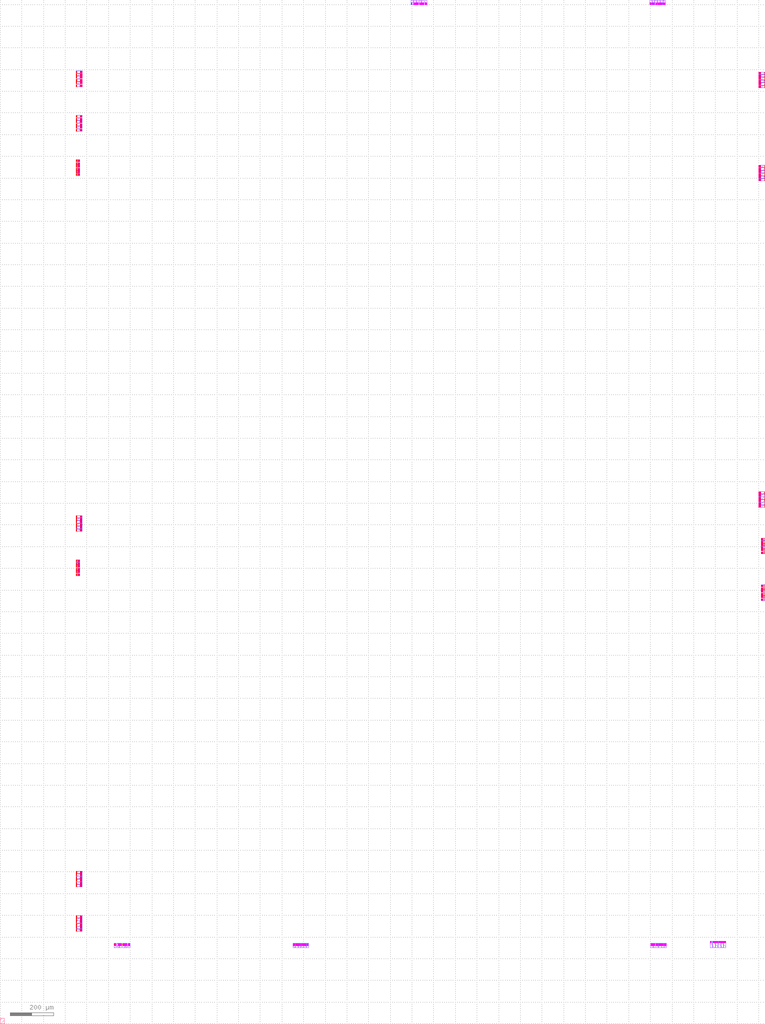
<source format=lef>
VERSION 5.7 ;
  NOWIREEXTENSIONATPIN ON ;
  DIVIDERCHAR "/" ;
  BUSBITCHARS "[]" ;
MACRO caravel_power_routing
  CLASS BLOCK ;
  FOREIGN caravel_power_routing ;
  ORIGIN 0.000 0.000 ;
  SIZE 19.400 BY 25.350 ;
  OBS
      LAYER Metal2 ;
        RECT 1896.360 4698.600 1905.860 4720.000 ;
        RECT 1908.760 4698.600 1919.010 4720.000 ;
        RECT 1920.610 4698.600 1930.860 4720.000 ;
        RECT 1934.140 4698.600 1944.390 4720.000 ;
        RECT 1945.990 4698.600 1956.240 4720.000 ;
        RECT 1959.140 4698.600 1968.640 4720.000 ;
        RECT 2996.360 4698.600 3005.860 4720.000 ;
        RECT 3008.760 4698.600 3019.010 4720.000 ;
        RECT 3020.610 4698.600 3030.860 4720.000 ;
        RECT 3034.140 4698.600 3044.390 4720.000 ;
        RECT 3045.990 4698.600 3056.240 4720.000 ;
        RECT 3059.140 4698.600 3068.640 4720.000 ;
        RECT 350.000 4384.140 352.440 4393.640 ;
        RECT 350.000 4370.990 352.440 4381.240 ;
        RECT 3527.560 4379.140 3530.000 4388.640 ;
        RECT 350.000 4359.140 352.440 4369.390 ;
        RECT 3527.560 4365.990 3530.000 4376.240 ;
        RECT 350.000 4345.610 352.440 4355.860 ;
        RECT 3527.560 4354.140 3530.000 4364.390 ;
        RECT 350.000 4333.760 352.440 4344.010 ;
        RECT 3527.560 4340.610 3530.000 4350.860 ;
        RECT 350.000 4321.360 352.440 4330.860 ;
        RECT 3527.560 4328.760 3530.000 4339.010 ;
        RECT 3527.560 4316.360 3530.000 4325.860 ;
        RECT 350.000 4179.140 352.440 4188.640 ;
        RECT 350.000 4165.990 352.440 4176.240 ;
        RECT 350.000 4154.140 352.440 4164.390 ;
        RECT 350.000 4140.610 352.440 4150.860 ;
        RECT 350.000 4128.760 352.440 4139.010 ;
        RECT 350.000 4116.360 352.440 4125.860 ;
        RECT 350.000 3974.140 352.440 3983.640 ;
        RECT 350.000 3960.990 352.440 3971.240 ;
        RECT 350.000 3949.140 352.440 3959.390 ;
        RECT 3527.560 3949.140 3530.000 3958.640 ;
        RECT 350.000 3935.610 352.440 3945.860 ;
        RECT 3527.560 3935.990 3530.000 3946.240 ;
        RECT 350.000 3923.760 352.440 3934.010 ;
        RECT 3527.560 3924.140 3530.000 3934.390 ;
        RECT 350.000 3911.360 352.440 3920.860 ;
        RECT 3527.560 3910.610 3530.000 3920.860 ;
        RECT 3527.560 3898.760 3530.000 3909.010 ;
        RECT 3527.560 3886.360 3530.000 3895.860 ;
        RECT 3527.560 2444.140 3530.000 2453.640 ;
        RECT 3527.560 2430.990 3530.000 2441.240 ;
        RECT 3527.560 2419.140 3530.000 2429.390 ;
        RECT 3527.560 2405.610 3530.000 2415.860 ;
        RECT 3527.560 2393.760 3530.000 2404.010 ;
        RECT 3527.560 2381.360 3530.000 2390.860 ;
        RECT 350.000 2334.140 352.440 2343.640 ;
        RECT 350.000 2320.990 352.440 2331.240 ;
        RECT 350.000 2309.140 352.440 2319.390 ;
        RECT 350.000 2295.610 352.440 2305.860 ;
        RECT 350.000 2283.760 352.440 2294.010 ;
        RECT 350.000 2271.360 352.440 2280.860 ;
        RECT 3527.560 2229.140 3530.000 2238.640 ;
        RECT 3527.560 2215.990 3530.000 2226.240 ;
        RECT 3527.560 2204.140 3530.000 2214.390 ;
        RECT 3527.560 2190.610 3530.000 2200.860 ;
        RECT 3527.560 2178.760 3530.000 2189.010 ;
        RECT 3527.560 2166.360 3530.000 2175.860 ;
        RECT 350.000 2129.140 352.440 2138.640 ;
        RECT 350.000 2115.990 352.440 2126.240 ;
        RECT 350.000 2104.140 352.440 2114.390 ;
        RECT 350.000 2090.610 352.440 2100.860 ;
        RECT 350.000 2078.760 352.440 2089.010 ;
        RECT 350.000 2066.360 352.440 2075.860 ;
        RECT 3527.560 2014.140 3530.000 2023.640 ;
        RECT 3527.560 2000.990 3530.000 2011.240 ;
        RECT 3527.560 1989.140 3530.000 1999.390 ;
        RECT 3527.560 1975.610 3530.000 1985.860 ;
        RECT 3527.560 1963.760 3530.000 1974.010 ;
        RECT 3527.560 1951.360 3530.000 1960.860 ;
        RECT 350.000 694.140 352.440 703.640 ;
        RECT 350.000 680.990 352.440 691.240 ;
        RECT 350.000 669.140 352.440 679.390 ;
        RECT 350.000 655.610 352.440 665.860 ;
        RECT 350.000 643.760 352.440 654.010 ;
        RECT 350.000 631.360 352.440 640.860 ;
        RECT 350.000 489.140 352.440 498.640 ;
        RECT 350.000 475.990 352.440 486.240 ;
        RECT 350.000 464.140 352.440 474.390 ;
        RECT 350.000 450.610 352.440 460.860 ;
        RECT 350.000 438.760 352.440 449.010 ;
        RECT 350.000 426.360 352.440 435.860 ;
        RECT 526.360 350.000 535.860 370.440 ;
        RECT 538.760 350.000 549.010 370.440 ;
        RECT 550.610 350.000 560.860 370.440 ;
        RECT 564.140 350.000 574.390 370.440 ;
        RECT 575.990 350.000 586.240 370.440 ;
        RECT 589.140 350.000 598.640 370.440 ;
        RECT 1351.360 350.000 1360.860 370.440 ;
        RECT 1363.760 350.000 1374.010 370.440 ;
        RECT 1375.610 350.000 1385.860 370.440 ;
        RECT 1389.140 350.000 1399.390 370.440 ;
        RECT 1400.990 350.000 1411.240 370.440 ;
        RECT 1414.140 350.000 1423.640 370.440 ;
        RECT 3001.360 350.000 3010.860 370.440 ;
        RECT 3013.760 350.000 3024.010 370.440 ;
        RECT 3025.610 350.000 3035.860 370.440 ;
        RECT 3039.140 350.000 3049.390 370.440 ;
        RECT 3050.990 350.000 3061.240 370.440 ;
        RECT 3064.140 350.000 3073.640 370.440 ;
        RECT 3276.360 350.000 3285.860 380.440 ;
        RECT 3288.760 350.000 3299.010 380.440 ;
        RECT 3300.610 350.000 3310.860 380.440 ;
        RECT 3314.140 350.000 3324.390 380.440 ;
        RECT 3325.990 350.000 3336.240 380.440 ;
        RECT 3339.140 350.000 3348.640 380.440 ;
      LAYER Via2 ;
        RECT 1896.630 4707.995 1896.910 4708.275 ;
        RECT 1897.250 4707.995 1897.530 4708.275 ;
        RECT 1897.870 4707.995 1898.150 4708.275 ;
        RECT 1898.490 4707.995 1898.770 4708.275 ;
        RECT 1899.110 4707.995 1899.390 4708.275 ;
        RECT 1899.730 4707.995 1900.010 4708.275 ;
        RECT 1896.630 4707.375 1896.910 4707.655 ;
        RECT 1897.250 4707.375 1897.530 4707.655 ;
        RECT 1897.870 4707.375 1898.150 4707.655 ;
        RECT 1898.490 4707.375 1898.770 4707.655 ;
        RECT 1899.110 4707.375 1899.390 4707.655 ;
        RECT 1899.730 4707.375 1900.010 4707.655 ;
        RECT 1896.630 4706.755 1896.910 4707.035 ;
        RECT 1897.250 4706.755 1897.530 4707.035 ;
        RECT 1897.870 4706.755 1898.150 4707.035 ;
        RECT 1898.490 4706.755 1898.770 4707.035 ;
        RECT 1899.110 4706.755 1899.390 4707.035 ;
        RECT 1899.730 4706.755 1900.010 4707.035 ;
        RECT 1896.630 4706.135 1896.910 4706.415 ;
        RECT 1897.250 4706.135 1897.530 4706.415 ;
        RECT 1897.870 4706.135 1898.150 4706.415 ;
        RECT 1898.490 4706.135 1898.770 4706.415 ;
        RECT 1899.110 4706.135 1899.390 4706.415 ;
        RECT 1899.730 4706.135 1900.010 4706.415 ;
        RECT 1896.630 4705.515 1896.910 4705.795 ;
        RECT 1897.250 4705.515 1897.530 4705.795 ;
        RECT 1897.870 4705.515 1898.150 4705.795 ;
        RECT 1898.490 4705.515 1898.770 4705.795 ;
        RECT 1899.110 4705.515 1899.390 4705.795 ;
        RECT 1899.730 4705.515 1900.010 4705.795 ;
        RECT 1896.630 4704.895 1896.910 4705.175 ;
        RECT 1897.250 4704.895 1897.530 4705.175 ;
        RECT 1897.870 4704.895 1898.150 4705.175 ;
        RECT 1898.490 4704.895 1898.770 4705.175 ;
        RECT 1899.110 4704.895 1899.390 4705.175 ;
        RECT 1899.730 4704.895 1900.010 4705.175 ;
        RECT 1896.630 4704.275 1896.910 4704.555 ;
        RECT 1897.250 4704.275 1897.530 4704.555 ;
        RECT 1897.870 4704.275 1898.150 4704.555 ;
        RECT 1898.490 4704.275 1898.770 4704.555 ;
        RECT 1899.110 4704.275 1899.390 4704.555 ;
        RECT 1899.730 4704.275 1900.010 4704.555 ;
        RECT 1896.630 4703.655 1896.910 4703.935 ;
        RECT 1897.250 4703.655 1897.530 4703.935 ;
        RECT 1897.870 4703.655 1898.150 4703.935 ;
        RECT 1898.490 4703.655 1898.770 4703.935 ;
        RECT 1899.110 4703.655 1899.390 4703.935 ;
        RECT 1899.730 4703.655 1900.010 4703.935 ;
        RECT 1896.630 4703.035 1896.910 4703.315 ;
        RECT 1897.250 4703.035 1897.530 4703.315 ;
        RECT 1897.870 4703.035 1898.150 4703.315 ;
        RECT 1898.490 4703.035 1898.770 4703.315 ;
        RECT 1899.110 4703.035 1899.390 4703.315 ;
        RECT 1899.730 4703.035 1900.010 4703.315 ;
        RECT 1896.630 4702.415 1896.910 4702.695 ;
        RECT 1897.250 4702.415 1897.530 4702.695 ;
        RECT 1897.870 4702.415 1898.150 4702.695 ;
        RECT 1898.490 4702.415 1898.770 4702.695 ;
        RECT 1899.110 4702.415 1899.390 4702.695 ;
        RECT 1899.730 4702.415 1900.010 4702.695 ;
        RECT 1896.630 4701.795 1896.910 4702.075 ;
        RECT 1897.250 4701.795 1897.530 4702.075 ;
        RECT 1897.870 4701.795 1898.150 4702.075 ;
        RECT 1898.490 4701.795 1898.770 4702.075 ;
        RECT 1899.110 4701.795 1899.390 4702.075 ;
        RECT 1899.730 4701.795 1900.010 4702.075 ;
        RECT 1896.630 4701.175 1896.910 4701.455 ;
        RECT 1897.250 4701.175 1897.530 4701.455 ;
        RECT 1897.870 4701.175 1898.150 4701.455 ;
        RECT 1898.490 4701.175 1898.770 4701.455 ;
        RECT 1899.110 4701.175 1899.390 4701.455 ;
        RECT 1899.730 4701.175 1900.010 4701.455 ;
        RECT 1896.630 4700.555 1896.910 4700.835 ;
        RECT 1897.250 4700.555 1897.530 4700.835 ;
        RECT 1897.870 4700.555 1898.150 4700.835 ;
        RECT 1898.490 4700.555 1898.770 4700.835 ;
        RECT 1899.110 4700.555 1899.390 4700.835 ;
        RECT 1899.730 4700.555 1900.010 4700.835 ;
        RECT 1896.630 4699.935 1896.910 4700.215 ;
        RECT 1897.250 4699.935 1897.530 4700.215 ;
        RECT 1897.870 4699.935 1898.150 4700.215 ;
        RECT 1898.490 4699.935 1898.770 4700.215 ;
        RECT 1899.110 4699.935 1899.390 4700.215 ;
        RECT 1899.730 4699.935 1900.010 4700.215 ;
        RECT 1896.630 4699.315 1896.910 4699.595 ;
        RECT 1897.250 4699.315 1897.530 4699.595 ;
        RECT 1897.870 4699.315 1898.150 4699.595 ;
        RECT 1898.490 4699.315 1898.770 4699.595 ;
        RECT 1899.110 4699.315 1899.390 4699.595 ;
        RECT 1899.730 4699.315 1900.010 4699.595 ;
        RECT 1909.160 4707.995 1909.440 4708.275 ;
        RECT 1909.780 4707.995 1910.060 4708.275 ;
        RECT 1910.400 4707.995 1910.680 4708.275 ;
        RECT 1911.020 4707.995 1911.300 4708.275 ;
        RECT 1911.640 4707.995 1911.920 4708.275 ;
        RECT 1912.260 4707.995 1912.540 4708.275 ;
        RECT 1912.880 4707.995 1913.160 4708.275 ;
        RECT 1913.500 4707.995 1913.780 4708.275 ;
        RECT 1914.120 4707.995 1914.400 4708.275 ;
        RECT 1914.740 4707.995 1915.020 4708.275 ;
        RECT 1915.360 4707.995 1915.640 4708.275 ;
        RECT 1915.980 4707.995 1916.260 4708.275 ;
        RECT 1916.600 4707.995 1916.880 4708.275 ;
        RECT 1917.220 4707.995 1917.500 4708.275 ;
        RECT 1917.840 4707.995 1918.120 4708.275 ;
        RECT 1918.460 4707.995 1918.740 4708.275 ;
        RECT 1909.160 4707.375 1909.440 4707.655 ;
        RECT 1909.780 4707.375 1910.060 4707.655 ;
        RECT 1910.400 4707.375 1910.680 4707.655 ;
        RECT 1911.020 4707.375 1911.300 4707.655 ;
        RECT 1911.640 4707.375 1911.920 4707.655 ;
        RECT 1912.260 4707.375 1912.540 4707.655 ;
        RECT 1912.880 4707.375 1913.160 4707.655 ;
        RECT 1913.500 4707.375 1913.780 4707.655 ;
        RECT 1914.120 4707.375 1914.400 4707.655 ;
        RECT 1914.740 4707.375 1915.020 4707.655 ;
        RECT 1915.360 4707.375 1915.640 4707.655 ;
        RECT 1915.980 4707.375 1916.260 4707.655 ;
        RECT 1916.600 4707.375 1916.880 4707.655 ;
        RECT 1917.220 4707.375 1917.500 4707.655 ;
        RECT 1917.840 4707.375 1918.120 4707.655 ;
        RECT 1918.460 4707.375 1918.740 4707.655 ;
        RECT 1909.160 4706.755 1909.440 4707.035 ;
        RECT 1909.780 4706.755 1910.060 4707.035 ;
        RECT 1910.400 4706.755 1910.680 4707.035 ;
        RECT 1911.020 4706.755 1911.300 4707.035 ;
        RECT 1911.640 4706.755 1911.920 4707.035 ;
        RECT 1912.260 4706.755 1912.540 4707.035 ;
        RECT 1912.880 4706.755 1913.160 4707.035 ;
        RECT 1913.500 4706.755 1913.780 4707.035 ;
        RECT 1914.120 4706.755 1914.400 4707.035 ;
        RECT 1914.740 4706.755 1915.020 4707.035 ;
        RECT 1915.360 4706.755 1915.640 4707.035 ;
        RECT 1915.980 4706.755 1916.260 4707.035 ;
        RECT 1916.600 4706.755 1916.880 4707.035 ;
        RECT 1917.220 4706.755 1917.500 4707.035 ;
        RECT 1917.840 4706.755 1918.120 4707.035 ;
        RECT 1918.460 4706.755 1918.740 4707.035 ;
        RECT 1909.160 4706.135 1909.440 4706.415 ;
        RECT 1909.780 4706.135 1910.060 4706.415 ;
        RECT 1910.400 4706.135 1910.680 4706.415 ;
        RECT 1911.020 4706.135 1911.300 4706.415 ;
        RECT 1911.640 4706.135 1911.920 4706.415 ;
        RECT 1912.260 4706.135 1912.540 4706.415 ;
        RECT 1912.880 4706.135 1913.160 4706.415 ;
        RECT 1913.500 4706.135 1913.780 4706.415 ;
        RECT 1914.120 4706.135 1914.400 4706.415 ;
        RECT 1914.740 4706.135 1915.020 4706.415 ;
        RECT 1915.360 4706.135 1915.640 4706.415 ;
        RECT 1915.980 4706.135 1916.260 4706.415 ;
        RECT 1916.600 4706.135 1916.880 4706.415 ;
        RECT 1917.220 4706.135 1917.500 4706.415 ;
        RECT 1917.840 4706.135 1918.120 4706.415 ;
        RECT 1918.460 4706.135 1918.740 4706.415 ;
        RECT 1909.160 4705.515 1909.440 4705.795 ;
        RECT 1909.780 4705.515 1910.060 4705.795 ;
        RECT 1910.400 4705.515 1910.680 4705.795 ;
        RECT 1911.020 4705.515 1911.300 4705.795 ;
        RECT 1911.640 4705.515 1911.920 4705.795 ;
        RECT 1912.260 4705.515 1912.540 4705.795 ;
        RECT 1912.880 4705.515 1913.160 4705.795 ;
        RECT 1913.500 4705.515 1913.780 4705.795 ;
        RECT 1914.120 4705.515 1914.400 4705.795 ;
        RECT 1914.740 4705.515 1915.020 4705.795 ;
        RECT 1915.360 4705.515 1915.640 4705.795 ;
        RECT 1915.980 4705.515 1916.260 4705.795 ;
        RECT 1916.600 4705.515 1916.880 4705.795 ;
        RECT 1917.220 4705.515 1917.500 4705.795 ;
        RECT 1917.840 4705.515 1918.120 4705.795 ;
        RECT 1918.460 4705.515 1918.740 4705.795 ;
        RECT 1909.160 4704.895 1909.440 4705.175 ;
        RECT 1909.780 4704.895 1910.060 4705.175 ;
        RECT 1910.400 4704.895 1910.680 4705.175 ;
        RECT 1911.020 4704.895 1911.300 4705.175 ;
        RECT 1911.640 4704.895 1911.920 4705.175 ;
        RECT 1912.260 4704.895 1912.540 4705.175 ;
        RECT 1912.880 4704.895 1913.160 4705.175 ;
        RECT 1913.500 4704.895 1913.780 4705.175 ;
        RECT 1914.120 4704.895 1914.400 4705.175 ;
        RECT 1914.740 4704.895 1915.020 4705.175 ;
        RECT 1915.360 4704.895 1915.640 4705.175 ;
        RECT 1915.980 4704.895 1916.260 4705.175 ;
        RECT 1916.600 4704.895 1916.880 4705.175 ;
        RECT 1917.220 4704.895 1917.500 4705.175 ;
        RECT 1917.840 4704.895 1918.120 4705.175 ;
        RECT 1918.460 4704.895 1918.740 4705.175 ;
        RECT 1909.160 4704.275 1909.440 4704.555 ;
        RECT 1909.780 4704.275 1910.060 4704.555 ;
        RECT 1910.400 4704.275 1910.680 4704.555 ;
        RECT 1911.020 4704.275 1911.300 4704.555 ;
        RECT 1911.640 4704.275 1911.920 4704.555 ;
        RECT 1912.260 4704.275 1912.540 4704.555 ;
        RECT 1912.880 4704.275 1913.160 4704.555 ;
        RECT 1913.500 4704.275 1913.780 4704.555 ;
        RECT 1914.120 4704.275 1914.400 4704.555 ;
        RECT 1914.740 4704.275 1915.020 4704.555 ;
        RECT 1915.360 4704.275 1915.640 4704.555 ;
        RECT 1915.980 4704.275 1916.260 4704.555 ;
        RECT 1916.600 4704.275 1916.880 4704.555 ;
        RECT 1917.220 4704.275 1917.500 4704.555 ;
        RECT 1917.840 4704.275 1918.120 4704.555 ;
        RECT 1918.460 4704.275 1918.740 4704.555 ;
        RECT 1909.160 4703.655 1909.440 4703.935 ;
        RECT 1909.780 4703.655 1910.060 4703.935 ;
        RECT 1910.400 4703.655 1910.680 4703.935 ;
        RECT 1911.020 4703.655 1911.300 4703.935 ;
        RECT 1911.640 4703.655 1911.920 4703.935 ;
        RECT 1912.260 4703.655 1912.540 4703.935 ;
        RECT 1912.880 4703.655 1913.160 4703.935 ;
        RECT 1913.500 4703.655 1913.780 4703.935 ;
        RECT 1914.120 4703.655 1914.400 4703.935 ;
        RECT 1914.740 4703.655 1915.020 4703.935 ;
        RECT 1915.360 4703.655 1915.640 4703.935 ;
        RECT 1915.980 4703.655 1916.260 4703.935 ;
        RECT 1916.600 4703.655 1916.880 4703.935 ;
        RECT 1917.220 4703.655 1917.500 4703.935 ;
        RECT 1917.840 4703.655 1918.120 4703.935 ;
        RECT 1918.460 4703.655 1918.740 4703.935 ;
        RECT 1909.160 4703.035 1909.440 4703.315 ;
        RECT 1909.780 4703.035 1910.060 4703.315 ;
        RECT 1910.400 4703.035 1910.680 4703.315 ;
        RECT 1911.020 4703.035 1911.300 4703.315 ;
        RECT 1911.640 4703.035 1911.920 4703.315 ;
        RECT 1912.260 4703.035 1912.540 4703.315 ;
        RECT 1912.880 4703.035 1913.160 4703.315 ;
        RECT 1913.500 4703.035 1913.780 4703.315 ;
        RECT 1914.120 4703.035 1914.400 4703.315 ;
        RECT 1914.740 4703.035 1915.020 4703.315 ;
        RECT 1915.360 4703.035 1915.640 4703.315 ;
        RECT 1915.980 4703.035 1916.260 4703.315 ;
        RECT 1916.600 4703.035 1916.880 4703.315 ;
        RECT 1917.220 4703.035 1917.500 4703.315 ;
        RECT 1917.840 4703.035 1918.120 4703.315 ;
        RECT 1918.460 4703.035 1918.740 4703.315 ;
        RECT 1909.160 4702.415 1909.440 4702.695 ;
        RECT 1909.780 4702.415 1910.060 4702.695 ;
        RECT 1910.400 4702.415 1910.680 4702.695 ;
        RECT 1911.020 4702.415 1911.300 4702.695 ;
        RECT 1911.640 4702.415 1911.920 4702.695 ;
        RECT 1912.260 4702.415 1912.540 4702.695 ;
        RECT 1912.880 4702.415 1913.160 4702.695 ;
        RECT 1913.500 4702.415 1913.780 4702.695 ;
        RECT 1914.120 4702.415 1914.400 4702.695 ;
        RECT 1914.740 4702.415 1915.020 4702.695 ;
        RECT 1915.360 4702.415 1915.640 4702.695 ;
        RECT 1915.980 4702.415 1916.260 4702.695 ;
        RECT 1916.600 4702.415 1916.880 4702.695 ;
        RECT 1917.220 4702.415 1917.500 4702.695 ;
        RECT 1917.840 4702.415 1918.120 4702.695 ;
        RECT 1918.460 4702.415 1918.740 4702.695 ;
        RECT 1909.160 4701.795 1909.440 4702.075 ;
        RECT 1909.780 4701.795 1910.060 4702.075 ;
        RECT 1910.400 4701.795 1910.680 4702.075 ;
        RECT 1911.020 4701.795 1911.300 4702.075 ;
        RECT 1911.640 4701.795 1911.920 4702.075 ;
        RECT 1912.260 4701.795 1912.540 4702.075 ;
        RECT 1912.880 4701.795 1913.160 4702.075 ;
        RECT 1913.500 4701.795 1913.780 4702.075 ;
        RECT 1914.120 4701.795 1914.400 4702.075 ;
        RECT 1914.740 4701.795 1915.020 4702.075 ;
        RECT 1915.360 4701.795 1915.640 4702.075 ;
        RECT 1915.980 4701.795 1916.260 4702.075 ;
        RECT 1916.600 4701.795 1916.880 4702.075 ;
        RECT 1917.220 4701.795 1917.500 4702.075 ;
        RECT 1917.840 4701.795 1918.120 4702.075 ;
        RECT 1918.460 4701.795 1918.740 4702.075 ;
        RECT 1909.160 4701.175 1909.440 4701.455 ;
        RECT 1909.780 4701.175 1910.060 4701.455 ;
        RECT 1910.400 4701.175 1910.680 4701.455 ;
        RECT 1911.020 4701.175 1911.300 4701.455 ;
        RECT 1911.640 4701.175 1911.920 4701.455 ;
        RECT 1912.260 4701.175 1912.540 4701.455 ;
        RECT 1912.880 4701.175 1913.160 4701.455 ;
        RECT 1913.500 4701.175 1913.780 4701.455 ;
        RECT 1914.120 4701.175 1914.400 4701.455 ;
        RECT 1914.740 4701.175 1915.020 4701.455 ;
        RECT 1915.360 4701.175 1915.640 4701.455 ;
        RECT 1915.980 4701.175 1916.260 4701.455 ;
        RECT 1916.600 4701.175 1916.880 4701.455 ;
        RECT 1917.220 4701.175 1917.500 4701.455 ;
        RECT 1917.840 4701.175 1918.120 4701.455 ;
        RECT 1918.460 4701.175 1918.740 4701.455 ;
        RECT 1909.160 4700.555 1909.440 4700.835 ;
        RECT 1909.780 4700.555 1910.060 4700.835 ;
        RECT 1910.400 4700.555 1910.680 4700.835 ;
        RECT 1911.020 4700.555 1911.300 4700.835 ;
        RECT 1911.640 4700.555 1911.920 4700.835 ;
        RECT 1912.260 4700.555 1912.540 4700.835 ;
        RECT 1912.880 4700.555 1913.160 4700.835 ;
        RECT 1913.500 4700.555 1913.780 4700.835 ;
        RECT 1914.120 4700.555 1914.400 4700.835 ;
        RECT 1914.740 4700.555 1915.020 4700.835 ;
        RECT 1915.360 4700.555 1915.640 4700.835 ;
        RECT 1915.980 4700.555 1916.260 4700.835 ;
        RECT 1916.600 4700.555 1916.880 4700.835 ;
        RECT 1917.220 4700.555 1917.500 4700.835 ;
        RECT 1917.840 4700.555 1918.120 4700.835 ;
        RECT 1918.460 4700.555 1918.740 4700.835 ;
        RECT 1909.160 4699.935 1909.440 4700.215 ;
        RECT 1909.780 4699.935 1910.060 4700.215 ;
        RECT 1910.400 4699.935 1910.680 4700.215 ;
        RECT 1911.020 4699.935 1911.300 4700.215 ;
        RECT 1911.640 4699.935 1911.920 4700.215 ;
        RECT 1912.260 4699.935 1912.540 4700.215 ;
        RECT 1912.880 4699.935 1913.160 4700.215 ;
        RECT 1913.500 4699.935 1913.780 4700.215 ;
        RECT 1914.120 4699.935 1914.400 4700.215 ;
        RECT 1914.740 4699.935 1915.020 4700.215 ;
        RECT 1915.360 4699.935 1915.640 4700.215 ;
        RECT 1915.980 4699.935 1916.260 4700.215 ;
        RECT 1916.600 4699.935 1916.880 4700.215 ;
        RECT 1917.220 4699.935 1917.500 4700.215 ;
        RECT 1917.840 4699.935 1918.120 4700.215 ;
        RECT 1918.460 4699.935 1918.740 4700.215 ;
        RECT 1909.160 4699.315 1909.440 4699.595 ;
        RECT 1909.780 4699.315 1910.060 4699.595 ;
        RECT 1910.400 4699.315 1910.680 4699.595 ;
        RECT 1911.020 4699.315 1911.300 4699.595 ;
        RECT 1911.640 4699.315 1911.920 4699.595 ;
        RECT 1912.260 4699.315 1912.540 4699.595 ;
        RECT 1912.880 4699.315 1913.160 4699.595 ;
        RECT 1913.500 4699.315 1913.780 4699.595 ;
        RECT 1914.120 4699.315 1914.400 4699.595 ;
        RECT 1914.740 4699.315 1915.020 4699.595 ;
        RECT 1915.360 4699.315 1915.640 4699.595 ;
        RECT 1915.980 4699.315 1916.260 4699.595 ;
        RECT 1916.600 4699.315 1916.880 4699.595 ;
        RECT 1917.220 4699.315 1917.500 4699.595 ;
        RECT 1917.840 4699.315 1918.120 4699.595 ;
        RECT 1918.460 4699.315 1918.740 4699.595 ;
        RECT 1921.010 4707.995 1921.290 4708.275 ;
        RECT 1921.630 4707.995 1921.910 4708.275 ;
        RECT 1922.250 4707.995 1922.530 4708.275 ;
        RECT 1922.870 4707.995 1923.150 4708.275 ;
        RECT 1923.490 4707.995 1923.770 4708.275 ;
        RECT 1924.110 4707.995 1924.390 4708.275 ;
        RECT 1924.730 4707.995 1925.010 4708.275 ;
        RECT 1925.350 4707.995 1925.630 4708.275 ;
        RECT 1925.970 4707.995 1926.250 4708.275 ;
        RECT 1926.590 4707.995 1926.870 4708.275 ;
        RECT 1927.210 4707.995 1927.490 4708.275 ;
        RECT 1927.830 4707.995 1928.110 4708.275 ;
        RECT 1928.450 4707.995 1928.730 4708.275 ;
        RECT 1929.070 4707.995 1929.350 4708.275 ;
        RECT 1929.690 4707.995 1929.970 4708.275 ;
        RECT 1930.310 4707.995 1930.590 4708.275 ;
        RECT 1921.010 4707.375 1921.290 4707.655 ;
        RECT 1921.630 4707.375 1921.910 4707.655 ;
        RECT 1922.250 4707.375 1922.530 4707.655 ;
        RECT 1922.870 4707.375 1923.150 4707.655 ;
        RECT 1923.490 4707.375 1923.770 4707.655 ;
        RECT 1924.110 4707.375 1924.390 4707.655 ;
        RECT 1924.730 4707.375 1925.010 4707.655 ;
        RECT 1925.350 4707.375 1925.630 4707.655 ;
        RECT 1925.970 4707.375 1926.250 4707.655 ;
        RECT 1926.590 4707.375 1926.870 4707.655 ;
        RECT 1927.210 4707.375 1927.490 4707.655 ;
        RECT 1927.830 4707.375 1928.110 4707.655 ;
        RECT 1928.450 4707.375 1928.730 4707.655 ;
        RECT 1929.070 4707.375 1929.350 4707.655 ;
        RECT 1929.690 4707.375 1929.970 4707.655 ;
        RECT 1930.310 4707.375 1930.590 4707.655 ;
        RECT 1921.010 4706.755 1921.290 4707.035 ;
        RECT 1921.630 4706.755 1921.910 4707.035 ;
        RECT 1922.250 4706.755 1922.530 4707.035 ;
        RECT 1922.870 4706.755 1923.150 4707.035 ;
        RECT 1923.490 4706.755 1923.770 4707.035 ;
        RECT 1924.110 4706.755 1924.390 4707.035 ;
        RECT 1924.730 4706.755 1925.010 4707.035 ;
        RECT 1925.350 4706.755 1925.630 4707.035 ;
        RECT 1925.970 4706.755 1926.250 4707.035 ;
        RECT 1926.590 4706.755 1926.870 4707.035 ;
        RECT 1927.210 4706.755 1927.490 4707.035 ;
        RECT 1927.830 4706.755 1928.110 4707.035 ;
        RECT 1928.450 4706.755 1928.730 4707.035 ;
        RECT 1929.070 4706.755 1929.350 4707.035 ;
        RECT 1929.690 4706.755 1929.970 4707.035 ;
        RECT 1930.310 4706.755 1930.590 4707.035 ;
        RECT 1921.010 4706.135 1921.290 4706.415 ;
        RECT 1921.630 4706.135 1921.910 4706.415 ;
        RECT 1922.250 4706.135 1922.530 4706.415 ;
        RECT 1922.870 4706.135 1923.150 4706.415 ;
        RECT 1923.490 4706.135 1923.770 4706.415 ;
        RECT 1924.110 4706.135 1924.390 4706.415 ;
        RECT 1924.730 4706.135 1925.010 4706.415 ;
        RECT 1925.350 4706.135 1925.630 4706.415 ;
        RECT 1925.970 4706.135 1926.250 4706.415 ;
        RECT 1926.590 4706.135 1926.870 4706.415 ;
        RECT 1927.210 4706.135 1927.490 4706.415 ;
        RECT 1927.830 4706.135 1928.110 4706.415 ;
        RECT 1928.450 4706.135 1928.730 4706.415 ;
        RECT 1929.070 4706.135 1929.350 4706.415 ;
        RECT 1929.690 4706.135 1929.970 4706.415 ;
        RECT 1930.310 4706.135 1930.590 4706.415 ;
        RECT 1921.010 4705.515 1921.290 4705.795 ;
        RECT 1921.630 4705.515 1921.910 4705.795 ;
        RECT 1922.250 4705.515 1922.530 4705.795 ;
        RECT 1922.870 4705.515 1923.150 4705.795 ;
        RECT 1923.490 4705.515 1923.770 4705.795 ;
        RECT 1924.110 4705.515 1924.390 4705.795 ;
        RECT 1924.730 4705.515 1925.010 4705.795 ;
        RECT 1925.350 4705.515 1925.630 4705.795 ;
        RECT 1925.970 4705.515 1926.250 4705.795 ;
        RECT 1926.590 4705.515 1926.870 4705.795 ;
        RECT 1927.210 4705.515 1927.490 4705.795 ;
        RECT 1927.830 4705.515 1928.110 4705.795 ;
        RECT 1928.450 4705.515 1928.730 4705.795 ;
        RECT 1929.070 4705.515 1929.350 4705.795 ;
        RECT 1929.690 4705.515 1929.970 4705.795 ;
        RECT 1930.310 4705.515 1930.590 4705.795 ;
        RECT 1921.010 4704.895 1921.290 4705.175 ;
        RECT 1921.630 4704.895 1921.910 4705.175 ;
        RECT 1922.250 4704.895 1922.530 4705.175 ;
        RECT 1922.870 4704.895 1923.150 4705.175 ;
        RECT 1923.490 4704.895 1923.770 4705.175 ;
        RECT 1924.110 4704.895 1924.390 4705.175 ;
        RECT 1924.730 4704.895 1925.010 4705.175 ;
        RECT 1925.350 4704.895 1925.630 4705.175 ;
        RECT 1925.970 4704.895 1926.250 4705.175 ;
        RECT 1926.590 4704.895 1926.870 4705.175 ;
        RECT 1927.210 4704.895 1927.490 4705.175 ;
        RECT 1927.830 4704.895 1928.110 4705.175 ;
        RECT 1928.450 4704.895 1928.730 4705.175 ;
        RECT 1929.070 4704.895 1929.350 4705.175 ;
        RECT 1929.690 4704.895 1929.970 4705.175 ;
        RECT 1930.310 4704.895 1930.590 4705.175 ;
        RECT 1921.010 4704.275 1921.290 4704.555 ;
        RECT 1921.630 4704.275 1921.910 4704.555 ;
        RECT 1922.250 4704.275 1922.530 4704.555 ;
        RECT 1922.870 4704.275 1923.150 4704.555 ;
        RECT 1923.490 4704.275 1923.770 4704.555 ;
        RECT 1924.110 4704.275 1924.390 4704.555 ;
        RECT 1924.730 4704.275 1925.010 4704.555 ;
        RECT 1925.350 4704.275 1925.630 4704.555 ;
        RECT 1925.970 4704.275 1926.250 4704.555 ;
        RECT 1926.590 4704.275 1926.870 4704.555 ;
        RECT 1927.210 4704.275 1927.490 4704.555 ;
        RECT 1927.830 4704.275 1928.110 4704.555 ;
        RECT 1928.450 4704.275 1928.730 4704.555 ;
        RECT 1929.070 4704.275 1929.350 4704.555 ;
        RECT 1929.690 4704.275 1929.970 4704.555 ;
        RECT 1930.310 4704.275 1930.590 4704.555 ;
        RECT 1921.010 4703.655 1921.290 4703.935 ;
        RECT 1921.630 4703.655 1921.910 4703.935 ;
        RECT 1922.250 4703.655 1922.530 4703.935 ;
        RECT 1922.870 4703.655 1923.150 4703.935 ;
        RECT 1923.490 4703.655 1923.770 4703.935 ;
        RECT 1924.110 4703.655 1924.390 4703.935 ;
        RECT 1924.730 4703.655 1925.010 4703.935 ;
        RECT 1925.350 4703.655 1925.630 4703.935 ;
        RECT 1925.970 4703.655 1926.250 4703.935 ;
        RECT 1926.590 4703.655 1926.870 4703.935 ;
        RECT 1927.210 4703.655 1927.490 4703.935 ;
        RECT 1927.830 4703.655 1928.110 4703.935 ;
        RECT 1928.450 4703.655 1928.730 4703.935 ;
        RECT 1929.070 4703.655 1929.350 4703.935 ;
        RECT 1929.690 4703.655 1929.970 4703.935 ;
        RECT 1930.310 4703.655 1930.590 4703.935 ;
        RECT 1921.010 4703.035 1921.290 4703.315 ;
        RECT 1921.630 4703.035 1921.910 4703.315 ;
        RECT 1922.250 4703.035 1922.530 4703.315 ;
        RECT 1922.870 4703.035 1923.150 4703.315 ;
        RECT 1923.490 4703.035 1923.770 4703.315 ;
        RECT 1924.110 4703.035 1924.390 4703.315 ;
        RECT 1924.730 4703.035 1925.010 4703.315 ;
        RECT 1925.350 4703.035 1925.630 4703.315 ;
        RECT 1925.970 4703.035 1926.250 4703.315 ;
        RECT 1926.590 4703.035 1926.870 4703.315 ;
        RECT 1927.210 4703.035 1927.490 4703.315 ;
        RECT 1927.830 4703.035 1928.110 4703.315 ;
        RECT 1928.450 4703.035 1928.730 4703.315 ;
        RECT 1929.070 4703.035 1929.350 4703.315 ;
        RECT 1929.690 4703.035 1929.970 4703.315 ;
        RECT 1930.310 4703.035 1930.590 4703.315 ;
        RECT 1921.010 4702.415 1921.290 4702.695 ;
        RECT 1921.630 4702.415 1921.910 4702.695 ;
        RECT 1922.250 4702.415 1922.530 4702.695 ;
        RECT 1922.870 4702.415 1923.150 4702.695 ;
        RECT 1923.490 4702.415 1923.770 4702.695 ;
        RECT 1924.110 4702.415 1924.390 4702.695 ;
        RECT 1924.730 4702.415 1925.010 4702.695 ;
        RECT 1925.350 4702.415 1925.630 4702.695 ;
        RECT 1925.970 4702.415 1926.250 4702.695 ;
        RECT 1926.590 4702.415 1926.870 4702.695 ;
        RECT 1927.210 4702.415 1927.490 4702.695 ;
        RECT 1927.830 4702.415 1928.110 4702.695 ;
        RECT 1928.450 4702.415 1928.730 4702.695 ;
        RECT 1929.070 4702.415 1929.350 4702.695 ;
        RECT 1929.690 4702.415 1929.970 4702.695 ;
        RECT 1930.310 4702.415 1930.590 4702.695 ;
        RECT 1921.010 4701.795 1921.290 4702.075 ;
        RECT 1921.630 4701.795 1921.910 4702.075 ;
        RECT 1922.250 4701.795 1922.530 4702.075 ;
        RECT 1922.870 4701.795 1923.150 4702.075 ;
        RECT 1923.490 4701.795 1923.770 4702.075 ;
        RECT 1924.110 4701.795 1924.390 4702.075 ;
        RECT 1924.730 4701.795 1925.010 4702.075 ;
        RECT 1925.350 4701.795 1925.630 4702.075 ;
        RECT 1925.970 4701.795 1926.250 4702.075 ;
        RECT 1926.590 4701.795 1926.870 4702.075 ;
        RECT 1927.210 4701.795 1927.490 4702.075 ;
        RECT 1927.830 4701.795 1928.110 4702.075 ;
        RECT 1928.450 4701.795 1928.730 4702.075 ;
        RECT 1929.070 4701.795 1929.350 4702.075 ;
        RECT 1929.690 4701.795 1929.970 4702.075 ;
        RECT 1930.310 4701.795 1930.590 4702.075 ;
        RECT 1921.010 4701.175 1921.290 4701.455 ;
        RECT 1921.630 4701.175 1921.910 4701.455 ;
        RECT 1922.250 4701.175 1922.530 4701.455 ;
        RECT 1922.870 4701.175 1923.150 4701.455 ;
        RECT 1923.490 4701.175 1923.770 4701.455 ;
        RECT 1924.110 4701.175 1924.390 4701.455 ;
        RECT 1924.730 4701.175 1925.010 4701.455 ;
        RECT 1925.350 4701.175 1925.630 4701.455 ;
        RECT 1925.970 4701.175 1926.250 4701.455 ;
        RECT 1926.590 4701.175 1926.870 4701.455 ;
        RECT 1927.210 4701.175 1927.490 4701.455 ;
        RECT 1927.830 4701.175 1928.110 4701.455 ;
        RECT 1928.450 4701.175 1928.730 4701.455 ;
        RECT 1929.070 4701.175 1929.350 4701.455 ;
        RECT 1929.690 4701.175 1929.970 4701.455 ;
        RECT 1930.310 4701.175 1930.590 4701.455 ;
        RECT 1921.010 4700.555 1921.290 4700.835 ;
        RECT 1921.630 4700.555 1921.910 4700.835 ;
        RECT 1922.250 4700.555 1922.530 4700.835 ;
        RECT 1922.870 4700.555 1923.150 4700.835 ;
        RECT 1923.490 4700.555 1923.770 4700.835 ;
        RECT 1924.110 4700.555 1924.390 4700.835 ;
        RECT 1924.730 4700.555 1925.010 4700.835 ;
        RECT 1925.350 4700.555 1925.630 4700.835 ;
        RECT 1925.970 4700.555 1926.250 4700.835 ;
        RECT 1926.590 4700.555 1926.870 4700.835 ;
        RECT 1927.210 4700.555 1927.490 4700.835 ;
        RECT 1927.830 4700.555 1928.110 4700.835 ;
        RECT 1928.450 4700.555 1928.730 4700.835 ;
        RECT 1929.070 4700.555 1929.350 4700.835 ;
        RECT 1929.690 4700.555 1929.970 4700.835 ;
        RECT 1930.310 4700.555 1930.590 4700.835 ;
        RECT 1921.010 4699.935 1921.290 4700.215 ;
        RECT 1921.630 4699.935 1921.910 4700.215 ;
        RECT 1922.250 4699.935 1922.530 4700.215 ;
        RECT 1922.870 4699.935 1923.150 4700.215 ;
        RECT 1923.490 4699.935 1923.770 4700.215 ;
        RECT 1924.110 4699.935 1924.390 4700.215 ;
        RECT 1924.730 4699.935 1925.010 4700.215 ;
        RECT 1925.350 4699.935 1925.630 4700.215 ;
        RECT 1925.970 4699.935 1926.250 4700.215 ;
        RECT 1926.590 4699.935 1926.870 4700.215 ;
        RECT 1927.210 4699.935 1927.490 4700.215 ;
        RECT 1927.830 4699.935 1928.110 4700.215 ;
        RECT 1928.450 4699.935 1928.730 4700.215 ;
        RECT 1929.070 4699.935 1929.350 4700.215 ;
        RECT 1929.690 4699.935 1929.970 4700.215 ;
        RECT 1930.310 4699.935 1930.590 4700.215 ;
        RECT 1921.010 4699.315 1921.290 4699.595 ;
        RECT 1921.630 4699.315 1921.910 4699.595 ;
        RECT 1922.250 4699.315 1922.530 4699.595 ;
        RECT 1922.870 4699.315 1923.150 4699.595 ;
        RECT 1923.490 4699.315 1923.770 4699.595 ;
        RECT 1924.110 4699.315 1924.390 4699.595 ;
        RECT 1924.730 4699.315 1925.010 4699.595 ;
        RECT 1925.350 4699.315 1925.630 4699.595 ;
        RECT 1925.970 4699.315 1926.250 4699.595 ;
        RECT 1926.590 4699.315 1926.870 4699.595 ;
        RECT 1927.210 4699.315 1927.490 4699.595 ;
        RECT 1927.830 4699.315 1928.110 4699.595 ;
        RECT 1928.450 4699.315 1928.730 4699.595 ;
        RECT 1929.070 4699.315 1929.350 4699.595 ;
        RECT 1929.690 4699.315 1929.970 4699.595 ;
        RECT 1930.310 4699.315 1930.590 4699.595 ;
        RECT 1934.540 4707.995 1934.820 4708.275 ;
        RECT 1935.160 4707.995 1935.440 4708.275 ;
        RECT 1935.780 4707.995 1936.060 4708.275 ;
        RECT 1936.400 4707.995 1936.680 4708.275 ;
        RECT 1937.020 4707.995 1937.300 4708.275 ;
        RECT 1937.640 4707.995 1937.920 4708.275 ;
        RECT 1938.260 4707.995 1938.540 4708.275 ;
        RECT 1938.880 4707.995 1939.160 4708.275 ;
        RECT 1939.500 4707.995 1939.780 4708.275 ;
        RECT 1940.120 4707.995 1940.400 4708.275 ;
        RECT 1940.740 4707.995 1941.020 4708.275 ;
        RECT 1941.360 4707.995 1941.640 4708.275 ;
        RECT 1941.980 4707.995 1942.260 4708.275 ;
        RECT 1942.600 4707.995 1942.880 4708.275 ;
        RECT 1943.220 4707.995 1943.500 4708.275 ;
        RECT 1943.840 4707.995 1944.120 4708.275 ;
        RECT 1934.540 4707.375 1934.820 4707.655 ;
        RECT 1935.160 4707.375 1935.440 4707.655 ;
        RECT 1935.780 4707.375 1936.060 4707.655 ;
        RECT 1936.400 4707.375 1936.680 4707.655 ;
        RECT 1937.020 4707.375 1937.300 4707.655 ;
        RECT 1937.640 4707.375 1937.920 4707.655 ;
        RECT 1938.260 4707.375 1938.540 4707.655 ;
        RECT 1938.880 4707.375 1939.160 4707.655 ;
        RECT 1939.500 4707.375 1939.780 4707.655 ;
        RECT 1940.120 4707.375 1940.400 4707.655 ;
        RECT 1940.740 4707.375 1941.020 4707.655 ;
        RECT 1941.360 4707.375 1941.640 4707.655 ;
        RECT 1941.980 4707.375 1942.260 4707.655 ;
        RECT 1942.600 4707.375 1942.880 4707.655 ;
        RECT 1943.220 4707.375 1943.500 4707.655 ;
        RECT 1943.840 4707.375 1944.120 4707.655 ;
        RECT 1934.540 4706.755 1934.820 4707.035 ;
        RECT 1935.160 4706.755 1935.440 4707.035 ;
        RECT 1935.780 4706.755 1936.060 4707.035 ;
        RECT 1936.400 4706.755 1936.680 4707.035 ;
        RECT 1937.020 4706.755 1937.300 4707.035 ;
        RECT 1937.640 4706.755 1937.920 4707.035 ;
        RECT 1938.260 4706.755 1938.540 4707.035 ;
        RECT 1938.880 4706.755 1939.160 4707.035 ;
        RECT 1939.500 4706.755 1939.780 4707.035 ;
        RECT 1940.120 4706.755 1940.400 4707.035 ;
        RECT 1940.740 4706.755 1941.020 4707.035 ;
        RECT 1941.360 4706.755 1941.640 4707.035 ;
        RECT 1941.980 4706.755 1942.260 4707.035 ;
        RECT 1942.600 4706.755 1942.880 4707.035 ;
        RECT 1943.220 4706.755 1943.500 4707.035 ;
        RECT 1943.840 4706.755 1944.120 4707.035 ;
        RECT 1934.540 4706.135 1934.820 4706.415 ;
        RECT 1935.160 4706.135 1935.440 4706.415 ;
        RECT 1935.780 4706.135 1936.060 4706.415 ;
        RECT 1936.400 4706.135 1936.680 4706.415 ;
        RECT 1937.020 4706.135 1937.300 4706.415 ;
        RECT 1937.640 4706.135 1937.920 4706.415 ;
        RECT 1938.260 4706.135 1938.540 4706.415 ;
        RECT 1938.880 4706.135 1939.160 4706.415 ;
        RECT 1939.500 4706.135 1939.780 4706.415 ;
        RECT 1940.120 4706.135 1940.400 4706.415 ;
        RECT 1940.740 4706.135 1941.020 4706.415 ;
        RECT 1941.360 4706.135 1941.640 4706.415 ;
        RECT 1941.980 4706.135 1942.260 4706.415 ;
        RECT 1942.600 4706.135 1942.880 4706.415 ;
        RECT 1943.220 4706.135 1943.500 4706.415 ;
        RECT 1943.840 4706.135 1944.120 4706.415 ;
        RECT 1934.540 4705.515 1934.820 4705.795 ;
        RECT 1935.160 4705.515 1935.440 4705.795 ;
        RECT 1935.780 4705.515 1936.060 4705.795 ;
        RECT 1936.400 4705.515 1936.680 4705.795 ;
        RECT 1937.020 4705.515 1937.300 4705.795 ;
        RECT 1937.640 4705.515 1937.920 4705.795 ;
        RECT 1938.260 4705.515 1938.540 4705.795 ;
        RECT 1938.880 4705.515 1939.160 4705.795 ;
        RECT 1939.500 4705.515 1939.780 4705.795 ;
        RECT 1940.120 4705.515 1940.400 4705.795 ;
        RECT 1940.740 4705.515 1941.020 4705.795 ;
        RECT 1941.360 4705.515 1941.640 4705.795 ;
        RECT 1941.980 4705.515 1942.260 4705.795 ;
        RECT 1942.600 4705.515 1942.880 4705.795 ;
        RECT 1943.220 4705.515 1943.500 4705.795 ;
        RECT 1943.840 4705.515 1944.120 4705.795 ;
        RECT 1934.540 4704.895 1934.820 4705.175 ;
        RECT 1935.160 4704.895 1935.440 4705.175 ;
        RECT 1935.780 4704.895 1936.060 4705.175 ;
        RECT 1936.400 4704.895 1936.680 4705.175 ;
        RECT 1937.020 4704.895 1937.300 4705.175 ;
        RECT 1937.640 4704.895 1937.920 4705.175 ;
        RECT 1938.260 4704.895 1938.540 4705.175 ;
        RECT 1938.880 4704.895 1939.160 4705.175 ;
        RECT 1939.500 4704.895 1939.780 4705.175 ;
        RECT 1940.120 4704.895 1940.400 4705.175 ;
        RECT 1940.740 4704.895 1941.020 4705.175 ;
        RECT 1941.360 4704.895 1941.640 4705.175 ;
        RECT 1941.980 4704.895 1942.260 4705.175 ;
        RECT 1942.600 4704.895 1942.880 4705.175 ;
        RECT 1943.220 4704.895 1943.500 4705.175 ;
        RECT 1943.840 4704.895 1944.120 4705.175 ;
        RECT 1934.540 4704.275 1934.820 4704.555 ;
        RECT 1935.160 4704.275 1935.440 4704.555 ;
        RECT 1935.780 4704.275 1936.060 4704.555 ;
        RECT 1936.400 4704.275 1936.680 4704.555 ;
        RECT 1937.020 4704.275 1937.300 4704.555 ;
        RECT 1937.640 4704.275 1937.920 4704.555 ;
        RECT 1938.260 4704.275 1938.540 4704.555 ;
        RECT 1938.880 4704.275 1939.160 4704.555 ;
        RECT 1939.500 4704.275 1939.780 4704.555 ;
        RECT 1940.120 4704.275 1940.400 4704.555 ;
        RECT 1940.740 4704.275 1941.020 4704.555 ;
        RECT 1941.360 4704.275 1941.640 4704.555 ;
        RECT 1941.980 4704.275 1942.260 4704.555 ;
        RECT 1942.600 4704.275 1942.880 4704.555 ;
        RECT 1943.220 4704.275 1943.500 4704.555 ;
        RECT 1943.840 4704.275 1944.120 4704.555 ;
        RECT 1934.540 4703.655 1934.820 4703.935 ;
        RECT 1935.160 4703.655 1935.440 4703.935 ;
        RECT 1935.780 4703.655 1936.060 4703.935 ;
        RECT 1936.400 4703.655 1936.680 4703.935 ;
        RECT 1937.020 4703.655 1937.300 4703.935 ;
        RECT 1937.640 4703.655 1937.920 4703.935 ;
        RECT 1938.260 4703.655 1938.540 4703.935 ;
        RECT 1938.880 4703.655 1939.160 4703.935 ;
        RECT 1939.500 4703.655 1939.780 4703.935 ;
        RECT 1940.120 4703.655 1940.400 4703.935 ;
        RECT 1940.740 4703.655 1941.020 4703.935 ;
        RECT 1941.360 4703.655 1941.640 4703.935 ;
        RECT 1941.980 4703.655 1942.260 4703.935 ;
        RECT 1942.600 4703.655 1942.880 4703.935 ;
        RECT 1943.220 4703.655 1943.500 4703.935 ;
        RECT 1943.840 4703.655 1944.120 4703.935 ;
        RECT 1934.540 4703.035 1934.820 4703.315 ;
        RECT 1935.160 4703.035 1935.440 4703.315 ;
        RECT 1935.780 4703.035 1936.060 4703.315 ;
        RECT 1936.400 4703.035 1936.680 4703.315 ;
        RECT 1937.020 4703.035 1937.300 4703.315 ;
        RECT 1937.640 4703.035 1937.920 4703.315 ;
        RECT 1938.260 4703.035 1938.540 4703.315 ;
        RECT 1938.880 4703.035 1939.160 4703.315 ;
        RECT 1939.500 4703.035 1939.780 4703.315 ;
        RECT 1940.120 4703.035 1940.400 4703.315 ;
        RECT 1940.740 4703.035 1941.020 4703.315 ;
        RECT 1941.360 4703.035 1941.640 4703.315 ;
        RECT 1941.980 4703.035 1942.260 4703.315 ;
        RECT 1942.600 4703.035 1942.880 4703.315 ;
        RECT 1943.220 4703.035 1943.500 4703.315 ;
        RECT 1943.840 4703.035 1944.120 4703.315 ;
        RECT 1934.540 4702.415 1934.820 4702.695 ;
        RECT 1935.160 4702.415 1935.440 4702.695 ;
        RECT 1935.780 4702.415 1936.060 4702.695 ;
        RECT 1936.400 4702.415 1936.680 4702.695 ;
        RECT 1937.020 4702.415 1937.300 4702.695 ;
        RECT 1937.640 4702.415 1937.920 4702.695 ;
        RECT 1938.260 4702.415 1938.540 4702.695 ;
        RECT 1938.880 4702.415 1939.160 4702.695 ;
        RECT 1939.500 4702.415 1939.780 4702.695 ;
        RECT 1940.120 4702.415 1940.400 4702.695 ;
        RECT 1940.740 4702.415 1941.020 4702.695 ;
        RECT 1941.360 4702.415 1941.640 4702.695 ;
        RECT 1941.980 4702.415 1942.260 4702.695 ;
        RECT 1942.600 4702.415 1942.880 4702.695 ;
        RECT 1943.220 4702.415 1943.500 4702.695 ;
        RECT 1943.840 4702.415 1944.120 4702.695 ;
        RECT 1934.540 4701.795 1934.820 4702.075 ;
        RECT 1935.160 4701.795 1935.440 4702.075 ;
        RECT 1935.780 4701.795 1936.060 4702.075 ;
        RECT 1936.400 4701.795 1936.680 4702.075 ;
        RECT 1937.020 4701.795 1937.300 4702.075 ;
        RECT 1937.640 4701.795 1937.920 4702.075 ;
        RECT 1938.260 4701.795 1938.540 4702.075 ;
        RECT 1938.880 4701.795 1939.160 4702.075 ;
        RECT 1939.500 4701.795 1939.780 4702.075 ;
        RECT 1940.120 4701.795 1940.400 4702.075 ;
        RECT 1940.740 4701.795 1941.020 4702.075 ;
        RECT 1941.360 4701.795 1941.640 4702.075 ;
        RECT 1941.980 4701.795 1942.260 4702.075 ;
        RECT 1942.600 4701.795 1942.880 4702.075 ;
        RECT 1943.220 4701.795 1943.500 4702.075 ;
        RECT 1943.840 4701.795 1944.120 4702.075 ;
        RECT 1934.540 4701.175 1934.820 4701.455 ;
        RECT 1935.160 4701.175 1935.440 4701.455 ;
        RECT 1935.780 4701.175 1936.060 4701.455 ;
        RECT 1936.400 4701.175 1936.680 4701.455 ;
        RECT 1937.020 4701.175 1937.300 4701.455 ;
        RECT 1937.640 4701.175 1937.920 4701.455 ;
        RECT 1938.260 4701.175 1938.540 4701.455 ;
        RECT 1938.880 4701.175 1939.160 4701.455 ;
        RECT 1939.500 4701.175 1939.780 4701.455 ;
        RECT 1940.120 4701.175 1940.400 4701.455 ;
        RECT 1940.740 4701.175 1941.020 4701.455 ;
        RECT 1941.360 4701.175 1941.640 4701.455 ;
        RECT 1941.980 4701.175 1942.260 4701.455 ;
        RECT 1942.600 4701.175 1942.880 4701.455 ;
        RECT 1943.220 4701.175 1943.500 4701.455 ;
        RECT 1943.840 4701.175 1944.120 4701.455 ;
        RECT 1934.540 4700.555 1934.820 4700.835 ;
        RECT 1935.160 4700.555 1935.440 4700.835 ;
        RECT 1935.780 4700.555 1936.060 4700.835 ;
        RECT 1936.400 4700.555 1936.680 4700.835 ;
        RECT 1937.020 4700.555 1937.300 4700.835 ;
        RECT 1937.640 4700.555 1937.920 4700.835 ;
        RECT 1938.260 4700.555 1938.540 4700.835 ;
        RECT 1938.880 4700.555 1939.160 4700.835 ;
        RECT 1939.500 4700.555 1939.780 4700.835 ;
        RECT 1940.120 4700.555 1940.400 4700.835 ;
        RECT 1940.740 4700.555 1941.020 4700.835 ;
        RECT 1941.360 4700.555 1941.640 4700.835 ;
        RECT 1941.980 4700.555 1942.260 4700.835 ;
        RECT 1942.600 4700.555 1942.880 4700.835 ;
        RECT 1943.220 4700.555 1943.500 4700.835 ;
        RECT 1943.840 4700.555 1944.120 4700.835 ;
        RECT 1934.540 4699.935 1934.820 4700.215 ;
        RECT 1935.160 4699.935 1935.440 4700.215 ;
        RECT 1935.780 4699.935 1936.060 4700.215 ;
        RECT 1936.400 4699.935 1936.680 4700.215 ;
        RECT 1937.020 4699.935 1937.300 4700.215 ;
        RECT 1937.640 4699.935 1937.920 4700.215 ;
        RECT 1938.260 4699.935 1938.540 4700.215 ;
        RECT 1938.880 4699.935 1939.160 4700.215 ;
        RECT 1939.500 4699.935 1939.780 4700.215 ;
        RECT 1940.120 4699.935 1940.400 4700.215 ;
        RECT 1940.740 4699.935 1941.020 4700.215 ;
        RECT 1941.360 4699.935 1941.640 4700.215 ;
        RECT 1941.980 4699.935 1942.260 4700.215 ;
        RECT 1942.600 4699.935 1942.880 4700.215 ;
        RECT 1943.220 4699.935 1943.500 4700.215 ;
        RECT 1943.840 4699.935 1944.120 4700.215 ;
        RECT 1934.540 4699.315 1934.820 4699.595 ;
        RECT 1935.160 4699.315 1935.440 4699.595 ;
        RECT 1935.780 4699.315 1936.060 4699.595 ;
        RECT 1936.400 4699.315 1936.680 4699.595 ;
        RECT 1937.020 4699.315 1937.300 4699.595 ;
        RECT 1937.640 4699.315 1937.920 4699.595 ;
        RECT 1938.260 4699.315 1938.540 4699.595 ;
        RECT 1938.880 4699.315 1939.160 4699.595 ;
        RECT 1939.500 4699.315 1939.780 4699.595 ;
        RECT 1940.120 4699.315 1940.400 4699.595 ;
        RECT 1940.740 4699.315 1941.020 4699.595 ;
        RECT 1941.360 4699.315 1941.640 4699.595 ;
        RECT 1941.980 4699.315 1942.260 4699.595 ;
        RECT 1942.600 4699.315 1942.880 4699.595 ;
        RECT 1943.220 4699.315 1943.500 4699.595 ;
        RECT 1943.840 4699.315 1944.120 4699.595 ;
        RECT 1946.390 4707.995 1946.670 4708.275 ;
        RECT 1947.010 4707.995 1947.290 4708.275 ;
        RECT 1947.630 4707.995 1947.910 4708.275 ;
        RECT 1948.250 4707.995 1948.530 4708.275 ;
        RECT 1948.870 4707.995 1949.150 4708.275 ;
        RECT 1949.490 4707.995 1949.770 4708.275 ;
        RECT 1950.110 4707.995 1950.390 4708.275 ;
        RECT 1950.730 4707.995 1951.010 4708.275 ;
        RECT 1951.350 4707.995 1951.630 4708.275 ;
        RECT 1951.970 4707.995 1952.250 4708.275 ;
        RECT 1952.590 4707.995 1952.870 4708.275 ;
        RECT 1953.210 4707.995 1953.490 4708.275 ;
        RECT 1953.830 4707.995 1954.110 4708.275 ;
        RECT 1954.450 4707.995 1954.730 4708.275 ;
        RECT 1955.070 4707.995 1955.350 4708.275 ;
        RECT 1955.690 4707.995 1955.970 4708.275 ;
        RECT 1946.390 4707.375 1946.670 4707.655 ;
        RECT 1947.010 4707.375 1947.290 4707.655 ;
        RECT 1947.630 4707.375 1947.910 4707.655 ;
        RECT 1948.250 4707.375 1948.530 4707.655 ;
        RECT 1948.870 4707.375 1949.150 4707.655 ;
        RECT 1949.490 4707.375 1949.770 4707.655 ;
        RECT 1950.110 4707.375 1950.390 4707.655 ;
        RECT 1950.730 4707.375 1951.010 4707.655 ;
        RECT 1951.350 4707.375 1951.630 4707.655 ;
        RECT 1951.970 4707.375 1952.250 4707.655 ;
        RECT 1952.590 4707.375 1952.870 4707.655 ;
        RECT 1953.210 4707.375 1953.490 4707.655 ;
        RECT 1953.830 4707.375 1954.110 4707.655 ;
        RECT 1954.450 4707.375 1954.730 4707.655 ;
        RECT 1955.070 4707.375 1955.350 4707.655 ;
        RECT 1955.690 4707.375 1955.970 4707.655 ;
        RECT 1946.390 4706.755 1946.670 4707.035 ;
        RECT 1947.010 4706.755 1947.290 4707.035 ;
        RECT 1947.630 4706.755 1947.910 4707.035 ;
        RECT 1948.250 4706.755 1948.530 4707.035 ;
        RECT 1948.870 4706.755 1949.150 4707.035 ;
        RECT 1949.490 4706.755 1949.770 4707.035 ;
        RECT 1950.110 4706.755 1950.390 4707.035 ;
        RECT 1950.730 4706.755 1951.010 4707.035 ;
        RECT 1951.350 4706.755 1951.630 4707.035 ;
        RECT 1951.970 4706.755 1952.250 4707.035 ;
        RECT 1952.590 4706.755 1952.870 4707.035 ;
        RECT 1953.210 4706.755 1953.490 4707.035 ;
        RECT 1953.830 4706.755 1954.110 4707.035 ;
        RECT 1954.450 4706.755 1954.730 4707.035 ;
        RECT 1955.070 4706.755 1955.350 4707.035 ;
        RECT 1955.690 4706.755 1955.970 4707.035 ;
        RECT 1946.390 4706.135 1946.670 4706.415 ;
        RECT 1947.010 4706.135 1947.290 4706.415 ;
        RECT 1947.630 4706.135 1947.910 4706.415 ;
        RECT 1948.250 4706.135 1948.530 4706.415 ;
        RECT 1948.870 4706.135 1949.150 4706.415 ;
        RECT 1949.490 4706.135 1949.770 4706.415 ;
        RECT 1950.110 4706.135 1950.390 4706.415 ;
        RECT 1950.730 4706.135 1951.010 4706.415 ;
        RECT 1951.350 4706.135 1951.630 4706.415 ;
        RECT 1951.970 4706.135 1952.250 4706.415 ;
        RECT 1952.590 4706.135 1952.870 4706.415 ;
        RECT 1953.210 4706.135 1953.490 4706.415 ;
        RECT 1953.830 4706.135 1954.110 4706.415 ;
        RECT 1954.450 4706.135 1954.730 4706.415 ;
        RECT 1955.070 4706.135 1955.350 4706.415 ;
        RECT 1955.690 4706.135 1955.970 4706.415 ;
        RECT 1946.390 4705.515 1946.670 4705.795 ;
        RECT 1947.010 4705.515 1947.290 4705.795 ;
        RECT 1947.630 4705.515 1947.910 4705.795 ;
        RECT 1948.250 4705.515 1948.530 4705.795 ;
        RECT 1948.870 4705.515 1949.150 4705.795 ;
        RECT 1949.490 4705.515 1949.770 4705.795 ;
        RECT 1950.110 4705.515 1950.390 4705.795 ;
        RECT 1950.730 4705.515 1951.010 4705.795 ;
        RECT 1951.350 4705.515 1951.630 4705.795 ;
        RECT 1951.970 4705.515 1952.250 4705.795 ;
        RECT 1952.590 4705.515 1952.870 4705.795 ;
        RECT 1953.210 4705.515 1953.490 4705.795 ;
        RECT 1953.830 4705.515 1954.110 4705.795 ;
        RECT 1954.450 4705.515 1954.730 4705.795 ;
        RECT 1955.070 4705.515 1955.350 4705.795 ;
        RECT 1955.690 4705.515 1955.970 4705.795 ;
        RECT 1946.390 4704.895 1946.670 4705.175 ;
        RECT 1947.010 4704.895 1947.290 4705.175 ;
        RECT 1947.630 4704.895 1947.910 4705.175 ;
        RECT 1948.250 4704.895 1948.530 4705.175 ;
        RECT 1948.870 4704.895 1949.150 4705.175 ;
        RECT 1949.490 4704.895 1949.770 4705.175 ;
        RECT 1950.110 4704.895 1950.390 4705.175 ;
        RECT 1950.730 4704.895 1951.010 4705.175 ;
        RECT 1951.350 4704.895 1951.630 4705.175 ;
        RECT 1951.970 4704.895 1952.250 4705.175 ;
        RECT 1952.590 4704.895 1952.870 4705.175 ;
        RECT 1953.210 4704.895 1953.490 4705.175 ;
        RECT 1953.830 4704.895 1954.110 4705.175 ;
        RECT 1954.450 4704.895 1954.730 4705.175 ;
        RECT 1955.070 4704.895 1955.350 4705.175 ;
        RECT 1955.690 4704.895 1955.970 4705.175 ;
        RECT 1946.390 4704.275 1946.670 4704.555 ;
        RECT 1947.010 4704.275 1947.290 4704.555 ;
        RECT 1947.630 4704.275 1947.910 4704.555 ;
        RECT 1948.250 4704.275 1948.530 4704.555 ;
        RECT 1948.870 4704.275 1949.150 4704.555 ;
        RECT 1949.490 4704.275 1949.770 4704.555 ;
        RECT 1950.110 4704.275 1950.390 4704.555 ;
        RECT 1950.730 4704.275 1951.010 4704.555 ;
        RECT 1951.350 4704.275 1951.630 4704.555 ;
        RECT 1951.970 4704.275 1952.250 4704.555 ;
        RECT 1952.590 4704.275 1952.870 4704.555 ;
        RECT 1953.210 4704.275 1953.490 4704.555 ;
        RECT 1953.830 4704.275 1954.110 4704.555 ;
        RECT 1954.450 4704.275 1954.730 4704.555 ;
        RECT 1955.070 4704.275 1955.350 4704.555 ;
        RECT 1955.690 4704.275 1955.970 4704.555 ;
        RECT 1946.390 4703.655 1946.670 4703.935 ;
        RECT 1947.010 4703.655 1947.290 4703.935 ;
        RECT 1947.630 4703.655 1947.910 4703.935 ;
        RECT 1948.250 4703.655 1948.530 4703.935 ;
        RECT 1948.870 4703.655 1949.150 4703.935 ;
        RECT 1949.490 4703.655 1949.770 4703.935 ;
        RECT 1950.110 4703.655 1950.390 4703.935 ;
        RECT 1950.730 4703.655 1951.010 4703.935 ;
        RECT 1951.350 4703.655 1951.630 4703.935 ;
        RECT 1951.970 4703.655 1952.250 4703.935 ;
        RECT 1952.590 4703.655 1952.870 4703.935 ;
        RECT 1953.210 4703.655 1953.490 4703.935 ;
        RECT 1953.830 4703.655 1954.110 4703.935 ;
        RECT 1954.450 4703.655 1954.730 4703.935 ;
        RECT 1955.070 4703.655 1955.350 4703.935 ;
        RECT 1955.690 4703.655 1955.970 4703.935 ;
        RECT 1946.390 4703.035 1946.670 4703.315 ;
        RECT 1947.010 4703.035 1947.290 4703.315 ;
        RECT 1947.630 4703.035 1947.910 4703.315 ;
        RECT 1948.250 4703.035 1948.530 4703.315 ;
        RECT 1948.870 4703.035 1949.150 4703.315 ;
        RECT 1949.490 4703.035 1949.770 4703.315 ;
        RECT 1950.110 4703.035 1950.390 4703.315 ;
        RECT 1950.730 4703.035 1951.010 4703.315 ;
        RECT 1951.350 4703.035 1951.630 4703.315 ;
        RECT 1951.970 4703.035 1952.250 4703.315 ;
        RECT 1952.590 4703.035 1952.870 4703.315 ;
        RECT 1953.210 4703.035 1953.490 4703.315 ;
        RECT 1953.830 4703.035 1954.110 4703.315 ;
        RECT 1954.450 4703.035 1954.730 4703.315 ;
        RECT 1955.070 4703.035 1955.350 4703.315 ;
        RECT 1955.690 4703.035 1955.970 4703.315 ;
        RECT 1946.390 4702.415 1946.670 4702.695 ;
        RECT 1947.010 4702.415 1947.290 4702.695 ;
        RECT 1947.630 4702.415 1947.910 4702.695 ;
        RECT 1948.250 4702.415 1948.530 4702.695 ;
        RECT 1948.870 4702.415 1949.150 4702.695 ;
        RECT 1949.490 4702.415 1949.770 4702.695 ;
        RECT 1950.110 4702.415 1950.390 4702.695 ;
        RECT 1950.730 4702.415 1951.010 4702.695 ;
        RECT 1951.350 4702.415 1951.630 4702.695 ;
        RECT 1951.970 4702.415 1952.250 4702.695 ;
        RECT 1952.590 4702.415 1952.870 4702.695 ;
        RECT 1953.210 4702.415 1953.490 4702.695 ;
        RECT 1953.830 4702.415 1954.110 4702.695 ;
        RECT 1954.450 4702.415 1954.730 4702.695 ;
        RECT 1955.070 4702.415 1955.350 4702.695 ;
        RECT 1955.690 4702.415 1955.970 4702.695 ;
        RECT 1946.390 4701.795 1946.670 4702.075 ;
        RECT 1947.010 4701.795 1947.290 4702.075 ;
        RECT 1947.630 4701.795 1947.910 4702.075 ;
        RECT 1948.250 4701.795 1948.530 4702.075 ;
        RECT 1948.870 4701.795 1949.150 4702.075 ;
        RECT 1949.490 4701.795 1949.770 4702.075 ;
        RECT 1950.110 4701.795 1950.390 4702.075 ;
        RECT 1950.730 4701.795 1951.010 4702.075 ;
        RECT 1951.350 4701.795 1951.630 4702.075 ;
        RECT 1951.970 4701.795 1952.250 4702.075 ;
        RECT 1952.590 4701.795 1952.870 4702.075 ;
        RECT 1953.210 4701.795 1953.490 4702.075 ;
        RECT 1953.830 4701.795 1954.110 4702.075 ;
        RECT 1954.450 4701.795 1954.730 4702.075 ;
        RECT 1955.070 4701.795 1955.350 4702.075 ;
        RECT 1955.690 4701.795 1955.970 4702.075 ;
        RECT 1946.390 4701.175 1946.670 4701.455 ;
        RECT 1947.010 4701.175 1947.290 4701.455 ;
        RECT 1947.630 4701.175 1947.910 4701.455 ;
        RECT 1948.250 4701.175 1948.530 4701.455 ;
        RECT 1948.870 4701.175 1949.150 4701.455 ;
        RECT 1949.490 4701.175 1949.770 4701.455 ;
        RECT 1950.110 4701.175 1950.390 4701.455 ;
        RECT 1950.730 4701.175 1951.010 4701.455 ;
        RECT 1951.350 4701.175 1951.630 4701.455 ;
        RECT 1951.970 4701.175 1952.250 4701.455 ;
        RECT 1952.590 4701.175 1952.870 4701.455 ;
        RECT 1953.210 4701.175 1953.490 4701.455 ;
        RECT 1953.830 4701.175 1954.110 4701.455 ;
        RECT 1954.450 4701.175 1954.730 4701.455 ;
        RECT 1955.070 4701.175 1955.350 4701.455 ;
        RECT 1955.690 4701.175 1955.970 4701.455 ;
        RECT 1946.390 4700.555 1946.670 4700.835 ;
        RECT 1947.010 4700.555 1947.290 4700.835 ;
        RECT 1947.630 4700.555 1947.910 4700.835 ;
        RECT 1948.250 4700.555 1948.530 4700.835 ;
        RECT 1948.870 4700.555 1949.150 4700.835 ;
        RECT 1949.490 4700.555 1949.770 4700.835 ;
        RECT 1950.110 4700.555 1950.390 4700.835 ;
        RECT 1950.730 4700.555 1951.010 4700.835 ;
        RECT 1951.350 4700.555 1951.630 4700.835 ;
        RECT 1951.970 4700.555 1952.250 4700.835 ;
        RECT 1952.590 4700.555 1952.870 4700.835 ;
        RECT 1953.210 4700.555 1953.490 4700.835 ;
        RECT 1953.830 4700.555 1954.110 4700.835 ;
        RECT 1954.450 4700.555 1954.730 4700.835 ;
        RECT 1955.070 4700.555 1955.350 4700.835 ;
        RECT 1955.690 4700.555 1955.970 4700.835 ;
        RECT 1946.390 4699.935 1946.670 4700.215 ;
        RECT 1947.010 4699.935 1947.290 4700.215 ;
        RECT 1947.630 4699.935 1947.910 4700.215 ;
        RECT 1948.250 4699.935 1948.530 4700.215 ;
        RECT 1948.870 4699.935 1949.150 4700.215 ;
        RECT 1949.490 4699.935 1949.770 4700.215 ;
        RECT 1950.110 4699.935 1950.390 4700.215 ;
        RECT 1950.730 4699.935 1951.010 4700.215 ;
        RECT 1951.350 4699.935 1951.630 4700.215 ;
        RECT 1951.970 4699.935 1952.250 4700.215 ;
        RECT 1952.590 4699.935 1952.870 4700.215 ;
        RECT 1953.210 4699.935 1953.490 4700.215 ;
        RECT 1953.830 4699.935 1954.110 4700.215 ;
        RECT 1954.450 4699.935 1954.730 4700.215 ;
        RECT 1955.070 4699.935 1955.350 4700.215 ;
        RECT 1955.690 4699.935 1955.970 4700.215 ;
        RECT 1946.390 4699.315 1946.670 4699.595 ;
        RECT 1947.010 4699.315 1947.290 4699.595 ;
        RECT 1947.630 4699.315 1947.910 4699.595 ;
        RECT 1948.250 4699.315 1948.530 4699.595 ;
        RECT 1948.870 4699.315 1949.150 4699.595 ;
        RECT 1949.490 4699.315 1949.770 4699.595 ;
        RECT 1950.110 4699.315 1950.390 4699.595 ;
        RECT 1950.730 4699.315 1951.010 4699.595 ;
        RECT 1951.350 4699.315 1951.630 4699.595 ;
        RECT 1951.970 4699.315 1952.250 4699.595 ;
        RECT 1952.590 4699.315 1952.870 4699.595 ;
        RECT 1953.210 4699.315 1953.490 4699.595 ;
        RECT 1953.830 4699.315 1954.110 4699.595 ;
        RECT 1954.450 4699.315 1954.730 4699.595 ;
        RECT 1955.070 4699.315 1955.350 4699.595 ;
        RECT 1955.690 4699.315 1955.970 4699.595 ;
        RECT 1959.410 4707.995 1959.690 4708.275 ;
        RECT 1960.030 4707.995 1960.310 4708.275 ;
        RECT 1960.650 4707.995 1960.930 4708.275 ;
        RECT 1961.270 4707.995 1961.550 4708.275 ;
        RECT 1961.890 4707.995 1962.170 4708.275 ;
        RECT 1962.510 4707.995 1962.790 4708.275 ;
        RECT 1963.130 4707.995 1963.410 4708.275 ;
        RECT 1963.750 4707.995 1964.030 4708.275 ;
        RECT 1964.370 4707.995 1964.650 4708.275 ;
        RECT 1964.990 4707.995 1965.270 4708.275 ;
        RECT 1965.610 4707.995 1965.890 4708.275 ;
        RECT 1966.230 4707.995 1966.510 4708.275 ;
        RECT 1966.850 4707.995 1967.130 4708.275 ;
        RECT 1967.470 4707.995 1967.750 4708.275 ;
        RECT 1968.090 4707.995 1968.370 4708.275 ;
        RECT 1959.410 4707.375 1959.690 4707.655 ;
        RECT 1960.030 4707.375 1960.310 4707.655 ;
        RECT 1960.650 4707.375 1960.930 4707.655 ;
        RECT 1961.270 4707.375 1961.550 4707.655 ;
        RECT 1961.890 4707.375 1962.170 4707.655 ;
        RECT 1962.510 4707.375 1962.790 4707.655 ;
        RECT 1963.130 4707.375 1963.410 4707.655 ;
        RECT 1963.750 4707.375 1964.030 4707.655 ;
        RECT 1964.370 4707.375 1964.650 4707.655 ;
        RECT 1964.990 4707.375 1965.270 4707.655 ;
        RECT 1965.610 4707.375 1965.890 4707.655 ;
        RECT 1966.230 4707.375 1966.510 4707.655 ;
        RECT 1966.850 4707.375 1967.130 4707.655 ;
        RECT 1967.470 4707.375 1967.750 4707.655 ;
        RECT 1968.090 4707.375 1968.370 4707.655 ;
        RECT 1959.410 4706.755 1959.690 4707.035 ;
        RECT 1960.030 4706.755 1960.310 4707.035 ;
        RECT 1960.650 4706.755 1960.930 4707.035 ;
        RECT 1961.270 4706.755 1961.550 4707.035 ;
        RECT 1961.890 4706.755 1962.170 4707.035 ;
        RECT 1962.510 4706.755 1962.790 4707.035 ;
        RECT 1963.130 4706.755 1963.410 4707.035 ;
        RECT 1963.750 4706.755 1964.030 4707.035 ;
        RECT 1964.370 4706.755 1964.650 4707.035 ;
        RECT 1964.990 4706.755 1965.270 4707.035 ;
        RECT 1965.610 4706.755 1965.890 4707.035 ;
        RECT 1966.230 4706.755 1966.510 4707.035 ;
        RECT 1966.850 4706.755 1967.130 4707.035 ;
        RECT 1967.470 4706.755 1967.750 4707.035 ;
        RECT 1968.090 4706.755 1968.370 4707.035 ;
        RECT 1959.410 4706.135 1959.690 4706.415 ;
        RECT 1960.030 4706.135 1960.310 4706.415 ;
        RECT 1960.650 4706.135 1960.930 4706.415 ;
        RECT 1961.270 4706.135 1961.550 4706.415 ;
        RECT 1961.890 4706.135 1962.170 4706.415 ;
        RECT 1962.510 4706.135 1962.790 4706.415 ;
        RECT 1963.130 4706.135 1963.410 4706.415 ;
        RECT 1963.750 4706.135 1964.030 4706.415 ;
        RECT 1964.370 4706.135 1964.650 4706.415 ;
        RECT 1964.990 4706.135 1965.270 4706.415 ;
        RECT 1965.610 4706.135 1965.890 4706.415 ;
        RECT 1966.230 4706.135 1966.510 4706.415 ;
        RECT 1966.850 4706.135 1967.130 4706.415 ;
        RECT 1967.470 4706.135 1967.750 4706.415 ;
        RECT 1968.090 4706.135 1968.370 4706.415 ;
        RECT 1959.410 4705.515 1959.690 4705.795 ;
        RECT 1960.030 4705.515 1960.310 4705.795 ;
        RECT 1960.650 4705.515 1960.930 4705.795 ;
        RECT 1961.270 4705.515 1961.550 4705.795 ;
        RECT 1961.890 4705.515 1962.170 4705.795 ;
        RECT 1962.510 4705.515 1962.790 4705.795 ;
        RECT 1963.130 4705.515 1963.410 4705.795 ;
        RECT 1963.750 4705.515 1964.030 4705.795 ;
        RECT 1964.370 4705.515 1964.650 4705.795 ;
        RECT 1964.990 4705.515 1965.270 4705.795 ;
        RECT 1965.610 4705.515 1965.890 4705.795 ;
        RECT 1966.230 4705.515 1966.510 4705.795 ;
        RECT 1966.850 4705.515 1967.130 4705.795 ;
        RECT 1967.470 4705.515 1967.750 4705.795 ;
        RECT 1968.090 4705.515 1968.370 4705.795 ;
        RECT 1959.410 4704.895 1959.690 4705.175 ;
        RECT 1960.030 4704.895 1960.310 4705.175 ;
        RECT 1960.650 4704.895 1960.930 4705.175 ;
        RECT 1961.270 4704.895 1961.550 4705.175 ;
        RECT 1961.890 4704.895 1962.170 4705.175 ;
        RECT 1962.510 4704.895 1962.790 4705.175 ;
        RECT 1963.130 4704.895 1963.410 4705.175 ;
        RECT 1963.750 4704.895 1964.030 4705.175 ;
        RECT 1964.370 4704.895 1964.650 4705.175 ;
        RECT 1964.990 4704.895 1965.270 4705.175 ;
        RECT 1965.610 4704.895 1965.890 4705.175 ;
        RECT 1966.230 4704.895 1966.510 4705.175 ;
        RECT 1966.850 4704.895 1967.130 4705.175 ;
        RECT 1967.470 4704.895 1967.750 4705.175 ;
        RECT 1968.090 4704.895 1968.370 4705.175 ;
        RECT 1959.410 4704.275 1959.690 4704.555 ;
        RECT 1960.030 4704.275 1960.310 4704.555 ;
        RECT 1960.650 4704.275 1960.930 4704.555 ;
        RECT 1961.270 4704.275 1961.550 4704.555 ;
        RECT 1961.890 4704.275 1962.170 4704.555 ;
        RECT 1962.510 4704.275 1962.790 4704.555 ;
        RECT 1963.130 4704.275 1963.410 4704.555 ;
        RECT 1963.750 4704.275 1964.030 4704.555 ;
        RECT 1964.370 4704.275 1964.650 4704.555 ;
        RECT 1964.990 4704.275 1965.270 4704.555 ;
        RECT 1965.610 4704.275 1965.890 4704.555 ;
        RECT 1966.230 4704.275 1966.510 4704.555 ;
        RECT 1966.850 4704.275 1967.130 4704.555 ;
        RECT 1967.470 4704.275 1967.750 4704.555 ;
        RECT 1968.090 4704.275 1968.370 4704.555 ;
        RECT 1959.410 4703.655 1959.690 4703.935 ;
        RECT 1960.030 4703.655 1960.310 4703.935 ;
        RECT 1960.650 4703.655 1960.930 4703.935 ;
        RECT 1961.270 4703.655 1961.550 4703.935 ;
        RECT 1961.890 4703.655 1962.170 4703.935 ;
        RECT 1962.510 4703.655 1962.790 4703.935 ;
        RECT 1963.130 4703.655 1963.410 4703.935 ;
        RECT 1963.750 4703.655 1964.030 4703.935 ;
        RECT 1964.370 4703.655 1964.650 4703.935 ;
        RECT 1964.990 4703.655 1965.270 4703.935 ;
        RECT 1965.610 4703.655 1965.890 4703.935 ;
        RECT 1966.230 4703.655 1966.510 4703.935 ;
        RECT 1966.850 4703.655 1967.130 4703.935 ;
        RECT 1967.470 4703.655 1967.750 4703.935 ;
        RECT 1968.090 4703.655 1968.370 4703.935 ;
        RECT 1959.410 4703.035 1959.690 4703.315 ;
        RECT 1960.030 4703.035 1960.310 4703.315 ;
        RECT 1960.650 4703.035 1960.930 4703.315 ;
        RECT 1961.270 4703.035 1961.550 4703.315 ;
        RECT 1961.890 4703.035 1962.170 4703.315 ;
        RECT 1962.510 4703.035 1962.790 4703.315 ;
        RECT 1963.130 4703.035 1963.410 4703.315 ;
        RECT 1963.750 4703.035 1964.030 4703.315 ;
        RECT 1964.370 4703.035 1964.650 4703.315 ;
        RECT 1964.990 4703.035 1965.270 4703.315 ;
        RECT 1965.610 4703.035 1965.890 4703.315 ;
        RECT 1966.230 4703.035 1966.510 4703.315 ;
        RECT 1966.850 4703.035 1967.130 4703.315 ;
        RECT 1967.470 4703.035 1967.750 4703.315 ;
        RECT 1968.090 4703.035 1968.370 4703.315 ;
        RECT 1959.410 4702.415 1959.690 4702.695 ;
        RECT 1960.030 4702.415 1960.310 4702.695 ;
        RECT 1960.650 4702.415 1960.930 4702.695 ;
        RECT 1961.270 4702.415 1961.550 4702.695 ;
        RECT 1961.890 4702.415 1962.170 4702.695 ;
        RECT 1962.510 4702.415 1962.790 4702.695 ;
        RECT 1963.130 4702.415 1963.410 4702.695 ;
        RECT 1963.750 4702.415 1964.030 4702.695 ;
        RECT 1964.370 4702.415 1964.650 4702.695 ;
        RECT 1964.990 4702.415 1965.270 4702.695 ;
        RECT 1965.610 4702.415 1965.890 4702.695 ;
        RECT 1966.230 4702.415 1966.510 4702.695 ;
        RECT 1966.850 4702.415 1967.130 4702.695 ;
        RECT 1967.470 4702.415 1967.750 4702.695 ;
        RECT 1968.090 4702.415 1968.370 4702.695 ;
        RECT 1959.410 4701.795 1959.690 4702.075 ;
        RECT 1960.030 4701.795 1960.310 4702.075 ;
        RECT 1960.650 4701.795 1960.930 4702.075 ;
        RECT 1961.270 4701.795 1961.550 4702.075 ;
        RECT 1961.890 4701.795 1962.170 4702.075 ;
        RECT 1962.510 4701.795 1962.790 4702.075 ;
        RECT 1963.130 4701.795 1963.410 4702.075 ;
        RECT 1963.750 4701.795 1964.030 4702.075 ;
        RECT 1964.370 4701.795 1964.650 4702.075 ;
        RECT 1964.990 4701.795 1965.270 4702.075 ;
        RECT 1965.610 4701.795 1965.890 4702.075 ;
        RECT 1966.230 4701.795 1966.510 4702.075 ;
        RECT 1966.850 4701.795 1967.130 4702.075 ;
        RECT 1967.470 4701.795 1967.750 4702.075 ;
        RECT 1968.090 4701.795 1968.370 4702.075 ;
        RECT 1959.410 4701.175 1959.690 4701.455 ;
        RECT 1960.030 4701.175 1960.310 4701.455 ;
        RECT 1960.650 4701.175 1960.930 4701.455 ;
        RECT 1961.270 4701.175 1961.550 4701.455 ;
        RECT 1961.890 4701.175 1962.170 4701.455 ;
        RECT 1962.510 4701.175 1962.790 4701.455 ;
        RECT 1963.130 4701.175 1963.410 4701.455 ;
        RECT 1963.750 4701.175 1964.030 4701.455 ;
        RECT 1964.370 4701.175 1964.650 4701.455 ;
        RECT 1964.990 4701.175 1965.270 4701.455 ;
        RECT 1965.610 4701.175 1965.890 4701.455 ;
        RECT 1966.230 4701.175 1966.510 4701.455 ;
        RECT 1966.850 4701.175 1967.130 4701.455 ;
        RECT 1967.470 4701.175 1967.750 4701.455 ;
        RECT 1968.090 4701.175 1968.370 4701.455 ;
        RECT 1959.410 4700.555 1959.690 4700.835 ;
        RECT 1960.030 4700.555 1960.310 4700.835 ;
        RECT 1960.650 4700.555 1960.930 4700.835 ;
        RECT 1961.270 4700.555 1961.550 4700.835 ;
        RECT 1961.890 4700.555 1962.170 4700.835 ;
        RECT 1962.510 4700.555 1962.790 4700.835 ;
        RECT 1963.130 4700.555 1963.410 4700.835 ;
        RECT 1963.750 4700.555 1964.030 4700.835 ;
        RECT 1964.370 4700.555 1964.650 4700.835 ;
        RECT 1964.990 4700.555 1965.270 4700.835 ;
        RECT 1965.610 4700.555 1965.890 4700.835 ;
        RECT 1966.230 4700.555 1966.510 4700.835 ;
        RECT 1966.850 4700.555 1967.130 4700.835 ;
        RECT 1967.470 4700.555 1967.750 4700.835 ;
        RECT 1968.090 4700.555 1968.370 4700.835 ;
        RECT 1959.410 4699.935 1959.690 4700.215 ;
        RECT 1960.030 4699.935 1960.310 4700.215 ;
        RECT 1960.650 4699.935 1960.930 4700.215 ;
        RECT 1961.270 4699.935 1961.550 4700.215 ;
        RECT 1961.890 4699.935 1962.170 4700.215 ;
        RECT 1962.510 4699.935 1962.790 4700.215 ;
        RECT 1963.130 4699.935 1963.410 4700.215 ;
        RECT 1963.750 4699.935 1964.030 4700.215 ;
        RECT 1964.370 4699.935 1964.650 4700.215 ;
        RECT 1964.990 4699.935 1965.270 4700.215 ;
        RECT 1965.610 4699.935 1965.890 4700.215 ;
        RECT 1966.230 4699.935 1966.510 4700.215 ;
        RECT 1966.850 4699.935 1967.130 4700.215 ;
        RECT 1967.470 4699.935 1967.750 4700.215 ;
        RECT 1968.090 4699.935 1968.370 4700.215 ;
        RECT 1959.410 4699.315 1959.690 4699.595 ;
        RECT 1960.030 4699.315 1960.310 4699.595 ;
        RECT 1960.650 4699.315 1960.930 4699.595 ;
        RECT 1961.270 4699.315 1961.550 4699.595 ;
        RECT 1961.890 4699.315 1962.170 4699.595 ;
        RECT 1962.510 4699.315 1962.790 4699.595 ;
        RECT 1963.130 4699.315 1963.410 4699.595 ;
        RECT 1963.750 4699.315 1964.030 4699.595 ;
        RECT 1964.370 4699.315 1964.650 4699.595 ;
        RECT 1964.990 4699.315 1965.270 4699.595 ;
        RECT 1965.610 4699.315 1965.890 4699.595 ;
        RECT 1966.230 4699.315 1966.510 4699.595 ;
        RECT 1966.850 4699.315 1967.130 4699.595 ;
        RECT 1967.470 4699.315 1967.750 4699.595 ;
        RECT 1968.090 4699.315 1968.370 4699.595 ;
        RECT 2996.630 4707.995 2996.910 4708.275 ;
        RECT 2997.250 4707.995 2997.530 4708.275 ;
        RECT 2997.870 4707.995 2998.150 4708.275 ;
        RECT 2998.490 4707.995 2998.770 4708.275 ;
        RECT 2999.110 4707.995 2999.390 4708.275 ;
        RECT 2999.730 4707.995 3000.010 4708.275 ;
        RECT 3000.350 4707.995 3000.630 4708.275 ;
        RECT 3000.970 4707.995 3001.250 4708.275 ;
        RECT 3001.590 4707.995 3001.870 4708.275 ;
        RECT 3002.210 4707.995 3002.490 4708.275 ;
        RECT 3002.830 4707.995 3003.110 4708.275 ;
        RECT 3003.450 4707.995 3003.730 4708.275 ;
        RECT 3004.070 4707.995 3004.350 4708.275 ;
        RECT 3004.690 4707.995 3004.970 4708.275 ;
        RECT 3005.310 4707.995 3005.590 4708.275 ;
        RECT 2996.630 4707.375 2996.910 4707.655 ;
        RECT 2997.250 4707.375 2997.530 4707.655 ;
        RECT 2997.870 4707.375 2998.150 4707.655 ;
        RECT 2998.490 4707.375 2998.770 4707.655 ;
        RECT 2999.110 4707.375 2999.390 4707.655 ;
        RECT 2999.730 4707.375 3000.010 4707.655 ;
        RECT 3000.350 4707.375 3000.630 4707.655 ;
        RECT 3000.970 4707.375 3001.250 4707.655 ;
        RECT 3001.590 4707.375 3001.870 4707.655 ;
        RECT 3002.210 4707.375 3002.490 4707.655 ;
        RECT 3002.830 4707.375 3003.110 4707.655 ;
        RECT 3003.450 4707.375 3003.730 4707.655 ;
        RECT 3004.070 4707.375 3004.350 4707.655 ;
        RECT 3004.690 4707.375 3004.970 4707.655 ;
        RECT 3005.310 4707.375 3005.590 4707.655 ;
        RECT 2996.630 4706.755 2996.910 4707.035 ;
        RECT 2997.250 4706.755 2997.530 4707.035 ;
        RECT 2997.870 4706.755 2998.150 4707.035 ;
        RECT 2998.490 4706.755 2998.770 4707.035 ;
        RECT 2999.110 4706.755 2999.390 4707.035 ;
        RECT 2999.730 4706.755 3000.010 4707.035 ;
        RECT 3000.350 4706.755 3000.630 4707.035 ;
        RECT 3000.970 4706.755 3001.250 4707.035 ;
        RECT 3001.590 4706.755 3001.870 4707.035 ;
        RECT 3002.210 4706.755 3002.490 4707.035 ;
        RECT 3002.830 4706.755 3003.110 4707.035 ;
        RECT 3003.450 4706.755 3003.730 4707.035 ;
        RECT 3004.070 4706.755 3004.350 4707.035 ;
        RECT 3004.690 4706.755 3004.970 4707.035 ;
        RECT 3005.310 4706.755 3005.590 4707.035 ;
        RECT 2996.630 4706.135 2996.910 4706.415 ;
        RECT 2997.250 4706.135 2997.530 4706.415 ;
        RECT 2997.870 4706.135 2998.150 4706.415 ;
        RECT 2998.490 4706.135 2998.770 4706.415 ;
        RECT 2999.110 4706.135 2999.390 4706.415 ;
        RECT 2999.730 4706.135 3000.010 4706.415 ;
        RECT 3000.350 4706.135 3000.630 4706.415 ;
        RECT 3000.970 4706.135 3001.250 4706.415 ;
        RECT 3001.590 4706.135 3001.870 4706.415 ;
        RECT 3002.210 4706.135 3002.490 4706.415 ;
        RECT 3002.830 4706.135 3003.110 4706.415 ;
        RECT 3003.450 4706.135 3003.730 4706.415 ;
        RECT 3004.070 4706.135 3004.350 4706.415 ;
        RECT 3004.690 4706.135 3004.970 4706.415 ;
        RECT 3005.310 4706.135 3005.590 4706.415 ;
        RECT 2996.630 4705.515 2996.910 4705.795 ;
        RECT 2997.250 4705.515 2997.530 4705.795 ;
        RECT 2997.870 4705.515 2998.150 4705.795 ;
        RECT 2998.490 4705.515 2998.770 4705.795 ;
        RECT 2999.110 4705.515 2999.390 4705.795 ;
        RECT 2999.730 4705.515 3000.010 4705.795 ;
        RECT 3000.350 4705.515 3000.630 4705.795 ;
        RECT 3000.970 4705.515 3001.250 4705.795 ;
        RECT 3001.590 4705.515 3001.870 4705.795 ;
        RECT 3002.210 4705.515 3002.490 4705.795 ;
        RECT 3002.830 4705.515 3003.110 4705.795 ;
        RECT 3003.450 4705.515 3003.730 4705.795 ;
        RECT 3004.070 4705.515 3004.350 4705.795 ;
        RECT 3004.690 4705.515 3004.970 4705.795 ;
        RECT 3005.310 4705.515 3005.590 4705.795 ;
        RECT 2996.630 4704.895 2996.910 4705.175 ;
        RECT 2997.250 4704.895 2997.530 4705.175 ;
        RECT 2997.870 4704.895 2998.150 4705.175 ;
        RECT 2998.490 4704.895 2998.770 4705.175 ;
        RECT 2999.110 4704.895 2999.390 4705.175 ;
        RECT 2999.730 4704.895 3000.010 4705.175 ;
        RECT 3000.350 4704.895 3000.630 4705.175 ;
        RECT 3000.970 4704.895 3001.250 4705.175 ;
        RECT 3001.590 4704.895 3001.870 4705.175 ;
        RECT 3002.210 4704.895 3002.490 4705.175 ;
        RECT 3002.830 4704.895 3003.110 4705.175 ;
        RECT 3003.450 4704.895 3003.730 4705.175 ;
        RECT 3004.070 4704.895 3004.350 4705.175 ;
        RECT 3004.690 4704.895 3004.970 4705.175 ;
        RECT 3005.310 4704.895 3005.590 4705.175 ;
        RECT 2996.630 4704.275 2996.910 4704.555 ;
        RECT 2997.250 4704.275 2997.530 4704.555 ;
        RECT 2997.870 4704.275 2998.150 4704.555 ;
        RECT 2998.490 4704.275 2998.770 4704.555 ;
        RECT 2999.110 4704.275 2999.390 4704.555 ;
        RECT 2999.730 4704.275 3000.010 4704.555 ;
        RECT 3000.350 4704.275 3000.630 4704.555 ;
        RECT 3000.970 4704.275 3001.250 4704.555 ;
        RECT 3001.590 4704.275 3001.870 4704.555 ;
        RECT 3002.210 4704.275 3002.490 4704.555 ;
        RECT 3002.830 4704.275 3003.110 4704.555 ;
        RECT 3003.450 4704.275 3003.730 4704.555 ;
        RECT 3004.070 4704.275 3004.350 4704.555 ;
        RECT 3004.690 4704.275 3004.970 4704.555 ;
        RECT 3005.310 4704.275 3005.590 4704.555 ;
        RECT 2996.630 4703.655 2996.910 4703.935 ;
        RECT 2997.250 4703.655 2997.530 4703.935 ;
        RECT 2997.870 4703.655 2998.150 4703.935 ;
        RECT 2998.490 4703.655 2998.770 4703.935 ;
        RECT 2999.110 4703.655 2999.390 4703.935 ;
        RECT 2999.730 4703.655 3000.010 4703.935 ;
        RECT 3000.350 4703.655 3000.630 4703.935 ;
        RECT 3000.970 4703.655 3001.250 4703.935 ;
        RECT 3001.590 4703.655 3001.870 4703.935 ;
        RECT 3002.210 4703.655 3002.490 4703.935 ;
        RECT 3002.830 4703.655 3003.110 4703.935 ;
        RECT 3003.450 4703.655 3003.730 4703.935 ;
        RECT 3004.070 4703.655 3004.350 4703.935 ;
        RECT 3004.690 4703.655 3004.970 4703.935 ;
        RECT 3005.310 4703.655 3005.590 4703.935 ;
        RECT 2996.630 4703.035 2996.910 4703.315 ;
        RECT 2997.250 4703.035 2997.530 4703.315 ;
        RECT 2997.870 4703.035 2998.150 4703.315 ;
        RECT 2998.490 4703.035 2998.770 4703.315 ;
        RECT 2999.110 4703.035 2999.390 4703.315 ;
        RECT 2999.730 4703.035 3000.010 4703.315 ;
        RECT 3000.350 4703.035 3000.630 4703.315 ;
        RECT 3000.970 4703.035 3001.250 4703.315 ;
        RECT 3001.590 4703.035 3001.870 4703.315 ;
        RECT 3002.210 4703.035 3002.490 4703.315 ;
        RECT 3002.830 4703.035 3003.110 4703.315 ;
        RECT 3003.450 4703.035 3003.730 4703.315 ;
        RECT 3004.070 4703.035 3004.350 4703.315 ;
        RECT 3004.690 4703.035 3004.970 4703.315 ;
        RECT 3005.310 4703.035 3005.590 4703.315 ;
        RECT 2996.630 4702.415 2996.910 4702.695 ;
        RECT 2997.250 4702.415 2997.530 4702.695 ;
        RECT 2997.870 4702.415 2998.150 4702.695 ;
        RECT 2998.490 4702.415 2998.770 4702.695 ;
        RECT 2999.110 4702.415 2999.390 4702.695 ;
        RECT 2999.730 4702.415 3000.010 4702.695 ;
        RECT 3000.350 4702.415 3000.630 4702.695 ;
        RECT 3000.970 4702.415 3001.250 4702.695 ;
        RECT 3001.590 4702.415 3001.870 4702.695 ;
        RECT 3002.210 4702.415 3002.490 4702.695 ;
        RECT 3002.830 4702.415 3003.110 4702.695 ;
        RECT 3003.450 4702.415 3003.730 4702.695 ;
        RECT 3004.070 4702.415 3004.350 4702.695 ;
        RECT 3004.690 4702.415 3004.970 4702.695 ;
        RECT 3005.310 4702.415 3005.590 4702.695 ;
        RECT 2996.630 4701.795 2996.910 4702.075 ;
        RECT 2997.250 4701.795 2997.530 4702.075 ;
        RECT 2997.870 4701.795 2998.150 4702.075 ;
        RECT 2998.490 4701.795 2998.770 4702.075 ;
        RECT 2999.110 4701.795 2999.390 4702.075 ;
        RECT 2999.730 4701.795 3000.010 4702.075 ;
        RECT 3000.350 4701.795 3000.630 4702.075 ;
        RECT 3000.970 4701.795 3001.250 4702.075 ;
        RECT 3001.590 4701.795 3001.870 4702.075 ;
        RECT 3002.210 4701.795 3002.490 4702.075 ;
        RECT 3002.830 4701.795 3003.110 4702.075 ;
        RECT 3003.450 4701.795 3003.730 4702.075 ;
        RECT 3004.070 4701.795 3004.350 4702.075 ;
        RECT 3004.690 4701.795 3004.970 4702.075 ;
        RECT 3005.310 4701.795 3005.590 4702.075 ;
        RECT 2996.630 4701.175 2996.910 4701.455 ;
        RECT 2997.250 4701.175 2997.530 4701.455 ;
        RECT 2997.870 4701.175 2998.150 4701.455 ;
        RECT 2998.490 4701.175 2998.770 4701.455 ;
        RECT 2999.110 4701.175 2999.390 4701.455 ;
        RECT 2999.730 4701.175 3000.010 4701.455 ;
        RECT 3000.350 4701.175 3000.630 4701.455 ;
        RECT 3000.970 4701.175 3001.250 4701.455 ;
        RECT 3001.590 4701.175 3001.870 4701.455 ;
        RECT 3002.210 4701.175 3002.490 4701.455 ;
        RECT 3002.830 4701.175 3003.110 4701.455 ;
        RECT 3003.450 4701.175 3003.730 4701.455 ;
        RECT 3004.070 4701.175 3004.350 4701.455 ;
        RECT 3004.690 4701.175 3004.970 4701.455 ;
        RECT 3005.310 4701.175 3005.590 4701.455 ;
        RECT 2996.630 4700.555 2996.910 4700.835 ;
        RECT 2997.250 4700.555 2997.530 4700.835 ;
        RECT 2997.870 4700.555 2998.150 4700.835 ;
        RECT 2998.490 4700.555 2998.770 4700.835 ;
        RECT 2999.110 4700.555 2999.390 4700.835 ;
        RECT 2999.730 4700.555 3000.010 4700.835 ;
        RECT 3000.350 4700.555 3000.630 4700.835 ;
        RECT 3000.970 4700.555 3001.250 4700.835 ;
        RECT 3001.590 4700.555 3001.870 4700.835 ;
        RECT 3002.210 4700.555 3002.490 4700.835 ;
        RECT 3002.830 4700.555 3003.110 4700.835 ;
        RECT 3003.450 4700.555 3003.730 4700.835 ;
        RECT 3004.070 4700.555 3004.350 4700.835 ;
        RECT 3004.690 4700.555 3004.970 4700.835 ;
        RECT 3005.310 4700.555 3005.590 4700.835 ;
        RECT 2996.630 4699.935 2996.910 4700.215 ;
        RECT 2997.250 4699.935 2997.530 4700.215 ;
        RECT 2997.870 4699.935 2998.150 4700.215 ;
        RECT 2998.490 4699.935 2998.770 4700.215 ;
        RECT 2999.110 4699.935 2999.390 4700.215 ;
        RECT 2999.730 4699.935 3000.010 4700.215 ;
        RECT 3000.350 4699.935 3000.630 4700.215 ;
        RECT 3000.970 4699.935 3001.250 4700.215 ;
        RECT 3001.590 4699.935 3001.870 4700.215 ;
        RECT 3002.210 4699.935 3002.490 4700.215 ;
        RECT 3002.830 4699.935 3003.110 4700.215 ;
        RECT 3003.450 4699.935 3003.730 4700.215 ;
        RECT 3004.070 4699.935 3004.350 4700.215 ;
        RECT 3004.690 4699.935 3004.970 4700.215 ;
        RECT 3005.310 4699.935 3005.590 4700.215 ;
        RECT 2996.630 4699.315 2996.910 4699.595 ;
        RECT 2997.250 4699.315 2997.530 4699.595 ;
        RECT 2997.870 4699.315 2998.150 4699.595 ;
        RECT 2998.490 4699.315 2998.770 4699.595 ;
        RECT 2999.110 4699.315 2999.390 4699.595 ;
        RECT 2999.730 4699.315 3000.010 4699.595 ;
        RECT 3000.350 4699.315 3000.630 4699.595 ;
        RECT 3000.970 4699.315 3001.250 4699.595 ;
        RECT 3001.590 4699.315 3001.870 4699.595 ;
        RECT 3002.210 4699.315 3002.490 4699.595 ;
        RECT 3002.830 4699.315 3003.110 4699.595 ;
        RECT 3003.450 4699.315 3003.730 4699.595 ;
        RECT 3004.070 4699.315 3004.350 4699.595 ;
        RECT 3004.690 4699.315 3004.970 4699.595 ;
        RECT 3005.310 4699.315 3005.590 4699.595 ;
        RECT 3009.160 4707.995 3009.440 4708.275 ;
        RECT 3009.780 4707.995 3010.060 4708.275 ;
        RECT 3010.400 4707.995 3010.680 4708.275 ;
        RECT 3011.020 4707.995 3011.300 4708.275 ;
        RECT 3011.640 4707.995 3011.920 4708.275 ;
        RECT 3012.260 4707.995 3012.540 4708.275 ;
        RECT 3012.880 4707.995 3013.160 4708.275 ;
        RECT 3013.500 4707.995 3013.780 4708.275 ;
        RECT 3014.120 4707.995 3014.400 4708.275 ;
        RECT 3014.740 4707.995 3015.020 4708.275 ;
        RECT 3015.360 4707.995 3015.640 4708.275 ;
        RECT 3015.980 4707.995 3016.260 4708.275 ;
        RECT 3016.600 4707.995 3016.880 4708.275 ;
        RECT 3017.220 4707.995 3017.500 4708.275 ;
        RECT 3017.840 4707.995 3018.120 4708.275 ;
        RECT 3018.460 4707.995 3018.740 4708.275 ;
        RECT 3009.160 4707.375 3009.440 4707.655 ;
        RECT 3009.780 4707.375 3010.060 4707.655 ;
        RECT 3010.400 4707.375 3010.680 4707.655 ;
        RECT 3011.020 4707.375 3011.300 4707.655 ;
        RECT 3011.640 4707.375 3011.920 4707.655 ;
        RECT 3012.260 4707.375 3012.540 4707.655 ;
        RECT 3012.880 4707.375 3013.160 4707.655 ;
        RECT 3013.500 4707.375 3013.780 4707.655 ;
        RECT 3014.120 4707.375 3014.400 4707.655 ;
        RECT 3014.740 4707.375 3015.020 4707.655 ;
        RECT 3015.360 4707.375 3015.640 4707.655 ;
        RECT 3015.980 4707.375 3016.260 4707.655 ;
        RECT 3016.600 4707.375 3016.880 4707.655 ;
        RECT 3017.220 4707.375 3017.500 4707.655 ;
        RECT 3017.840 4707.375 3018.120 4707.655 ;
        RECT 3018.460 4707.375 3018.740 4707.655 ;
        RECT 3009.160 4706.755 3009.440 4707.035 ;
        RECT 3009.780 4706.755 3010.060 4707.035 ;
        RECT 3010.400 4706.755 3010.680 4707.035 ;
        RECT 3011.020 4706.755 3011.300 4707.035 ;
        RECT 3011.640 4706.755 3011.920 4707.035 ;
        RECT 3012.260 4706.755 3012.540 4707.035 ;
        RECT 3012.880 4706.755 3013.160 4707.035 ;
        RECT 3013.500 4706.755 3013.780 4707.035 ;
        RECT 3014.120 4706.755 3014.400 4707.035 ;
        RECT 3014.740 4706.755 3015.020 4707.035 ;
        RECT 3015.360 4706.755 3015.640 4707.035 ;
        RECT 3015.980 4706.755 3016.260 4707.035 ;
        RECT 3016.600 4706.755 3016.880 4707.035 ;
        RECT 3017.220 4706.755 3017.500 4707.035 ;
        RECT 3017.840 4706.755 3018.120 4707.035 ;
        RECT 3018.460 4706.755 3018.740 4707.035 ;
        RECT 3009.160 4706.135 3009.440 4706.415 ;
        RECT 3009.780 4706.135 3010.060 4706.415 ;
        RECT 3010.400 4706.135 3010.680 4706.415 ;
        RECT 3011.020 4706.135 3011.300 4706.415 ;
        RECT 3011.640 4706.135 3011.920 4706.415 ;
        RECT 3012.260 4706.135 3012.540 4706.415 ;
        RECT 3012.880 4706.135 3013.160 4706.415 ;
        RECT 3013.500 4706.135 3013.780 4706.415 ;
        RECT 3014.120 4706.135 3014.400 4706.415 ;
        RECT 3014.740 4706.135 3015.020 4706.415 ;
        RECT 3015.360 4706.135 3015.640 4706.415 ;
        RECT 3015.980 4706.135 3016.260 4706.415 ;
        RECT 3016.600 4706.135 3016.880 4706.415 ;
        RECT 3017.220 4706.135 3017.500 4706.415 ;
        RECT 3017.840 4706.135 3018.120 4706.415 ;
        RECT 3018.460 4706.135 3018.740 4706.415 ;
        RECT 3009.160 4705.515 3009.440 4705.795 ;
        RECT 3009.780 4705.515 3010.060 4705.795 ;
        RECT 3010.400 4705.515 3010.680 4705.795 ;
        RECT 3011.020 4705.515 3011.300 4705.795 ;
        RECT 3011.640 4705.515 3011.920 4705.795 ;
        RECT 3012.260 4705.515 3012.540 4705.795 ;
        RECT 3012.880 4705.515 3013.160 4705.795 ;
        RECT 3013.500 4705.515 3013.780 4705.795 ;
        RECT 3014.120 4705.515 3014.400 4705.795 ;
        RECT 3014.740 4705.515 3015.020 4705.795 ;
        RECT 3015.360 4705.515 3015.640 4705.795 ;
        RECT 3015.980 4705.515 3016.260 4705.795 ;
        RECT 3016.600 4705.515 3016.880 4705.795 ;
        RECT 3017.220 4705.515 3017.500 4705.795 ;
        RECT 3017.840 4705.515 3018.120 4705.795 ;
        RECT 3018.460 4705.515 3018.740 4705.795 ;
        RECT 3009.160 4704.895 3009.440 4705.175 ;
        RECT 3009.780 4704.895 3010.060 4705.175 ;
        RECT 3010.400 4704.895 3010.680 4705.175 ;
        RECT 3011.020 4704.895 3011.300 4705.175 ;
        RECT 3011.640 4704.895 3011.920 4705.175 ;
        RECT 3012.260 4704.895 3012.540 4705.175 ;
        RECT 3012.880 4704.895 3013.160 4705.175 ;
        RECT 3013.500 4704.895 3013.780 4705.175 ;
        RECT 3014.120 4704.895 3014.400 4705.175 ;
        RECT 3014.740 4704.895 3015.020 4705.175 ;
        RECT 3015.360 4704.895 3015.640 4705.175 ;
        RECT 3015.980 4704.895 3016.260 4705.175 ;
        RECT 3016.600 4704.895 3016.880 4705.175 ;
        RECT 3017.220 4704.895 3017.500 4705.175 ;
        RECT 3017.840 4704.895 3018.120 4705.175 ;
        RECT 3018.460 4704.895 3018.740 4705.175 ;
        RECT 3009.160 4704.275 3009.440 4704.555 ;
        RECT 3009.780 4704.275 3010.060 4704.555 ;
        RECT 3010.400 4704.275 3010.680 4704.555 ;
        RECT 3011.020 4704.275 3011.300 4704.555 ;
        RECT 3011.640 4704.275 3011.920 4704.555 ;
        RECT 3012.260 4704.275 3012.540 4704.555 ;
        RECT 3012.880 4704.275 3013.160 4704.555 ;
        RECT 3013.500 4704.275 3013.780 4704.555 ;
        RECT 3014.120 4704.275 3014.400 4704.555 ;
        RECT 3014.740 4704.275 3015.020 4704.555 ;
        RECT 3015.360 4704.275 3015.640 4704.555 ;
        RECT 3015.980 4704.275 3016.260 4704.555 ;
        RECT 3016.600 4704.275 3016.880 4704.555 ;
        RECT 3017.220 4704.275 3017.500 4704.555 ;
        RECT 3017.840 4704.275 3018.120 4704.555 ;
        RECT 3018.460 4704.275 3018.740 4704.555 ;
        RECT 3009.160 4703.655 3009.440 4703.935 ;
        RECT 3009.780 4703.655 3010.060 4703.935 ;
        RECT 3010.400 4703.655 3010.680 4703.935 ;
        RECT 3011.020 4703.655 3011.300 4703.935 ;
        RECT 3011.640 4703.655 3011.920 4703.935 ;
        RECT 3012.260 4703.655 3012.540 4703.935 ;
        RECT 3012.880 4703.655 3013.160 4703.935 ;
        RECT 3013.500 4703.655 3013.780 4703.935 ;
        RECT 3014.120 4703.655 3014.400 4703.935 ;
        RECT 3014.740 4703.655 3015.020 4703.935 ;
        RECT 3015.360 4703.655 3015.640 4703.935 ;
        RECT 3015.980 4703.655 3016.260 4703.935 ;
        RECT 3016.600 4703.655 3016.880 4703.935 ;
        RECT 3017.220 4703.655 3017.500 4703.935 ;
        RECT 3017.840 4703.655 3018.120 4703.935 ;
        RECT 3018.460 4703.655 3018.740 4703.935 ;
        RECT 3009.160 4703.035 3009.440 4703.315 ;
        RECT 3009.780 4703.035 3010.060 4703.315 ;
        RECT 3010.400 4703.035 3010.680 4703.315 ;
        RECT 3011.020 4703.035 3011.300 4703.315 ;
        RECT 3011.640 4703.035 3011.920 4703.315 ;
        RECT 3012.260 4703.035 3012.540 4703.315 ;
        RECT 3012.880 4703.035 3013.160 4703.315 ;
        RECT 3013.500 4703.035 3013.780 4703.315 ;
        RECT 3014.120 4703.035 3014.400 4703.315 ;
        RECT 3014.740 4703.035 3015.020 4703.315 ;
        RECT 3015.360 4703.035 3015.640 4703.315 ;
        RECT 3015.980 4703.035 3016.260 4703.315 ;
        RECT 3016.600 4703.035 3016.880 4703.315 ;
        RECT 3017.220 4703.035 3017.500 4703.315 ;
        RECT 3017.840 4703.035 3018.120 4703.315 ;
        RECT 3018.460 4703.035 3018.740 4703.315 ;
        RECT 3009.160 4702.415 3009.440 4702.695 ;
        RECT 3009.780 4702.415 3010.060 4702.695 ;
        RECT 3010.400 4702.415 3010.680 4702.695 ;
        RECT 3011.020 4702.415 3011.300 4702.695 ;
        RECT 3011.640 4702.415 3011.920 4702.695 ;
        RECT 3012.260 4702.415 3012.540 4702.695 ;
        RECT 3012.880 4702.415 3013.160 4702.695 ;
        RECT 3013.500 4702.415 3013.780 4702.695 ;
        RECT 3014.120 4702.415 3014.400 4702.695 ;
        RECT 3014.740 4702.415 3015.020 4702.695 ;
        RECT 3015.360 4702.415 3015.640 4702.695 ;
        RECT 3015.980 4702.415 3016.260 4702.695 ;
        RECT 3016.600 4702.415 3016.880 4702.695 ;
        RECT 3017.220 4702.415 3017.500 4702.695 ;
        RECT 3017.840 4702.415 3018.120 4702.695 ;
        RECT 3018.460 4702.415 3018.740 4702.695 ;
        RECT 3009.160 4701.795 3009.440 4702.075 ;
        RECT 3009.780 4701.795 3010.060 4702.075 ;
        RECT 3010.400 4701.795 3010.680 4702.075 ;
        RECT 3011.020 4701.795 3011.300 4702.075 ;
        RECT 3011.640 4701.795 3011.920 4702.075 ;
        RECT 3012.260 4701.795 3012.540 4702.075 ;
        RECT 3012.880 4701.795 3013.160 4702.075 ;
        RECT 3013.500 4701.795 3013.780 4702.075 ;
        RECT 3014.120 4701.795 3014.400 4702.075 ;
        RECT 3014.740 4701.795 3015.020 4702.075 ;
        RECT 3015.360 4701.795 3015.640 4702.075 ;
        RECT 3015.980 4701.795 3016.260 4702.075 ;
        RECT 3016.600 4701.795 3016.880 4702.075 ;
        RECT 3017.220 4701.795 3017.500 4702.075 ;
        RECT 3017.840 4701.795 3018.120 4702.075 ;
        RECT 3018.460 4701.795 3018.740 4702.075 ;
        RECT 3009.160 4701.175 3009.440 4701.455 ;
        RECT 3009.780 4701.175 3010.060 4701.455 ;
        RECT 3010.400 4701.175 3010.680 4701.455 ;
        RECT 3011.020 4701.175 3011.300 4701.455 ;
        RECT 3011.640 4701.175 3011.920 4701.455 ;
        RECT 3012.260 4701.175 3012.540 4701.455 ;
        RECT 3012.880 4701.175 3013.160 4701.455 ;
        RECT 3013.500 4701.175 3013.780 4701.455 ;
        RECT 3014.120 4701.175 3014.400 4701.455 ;
        RECT 3014.740 4701.175 3015.020 4701.455 ;
        RECT 3015.360 4701.175 3015.640 4701.455 ;
        RECT 3015.980 4701.175 3016.260 4701.455 ;
        RECT 3016.600 4701.175 3016.880 4701.455 ;
        RECT 3017.220 4701.175 3017.500 4701.455 ;
        RECT 3017.840 4701.175 3018.120 4701.455 ;
        RECT 3018.460 4701.175 3018.740 4701.455 ;
        RECT 3009.160 4700.555 3009.440 4700.835 ;
        RECT 3009.780 4700.555 3010.060 4700.835 ;
        RECT 3010.400 4700.555 3010.680 4700.835 ;
        RECT 3011.020 4700.555 3011.300 4700.835 ;
        RECT 3011.640 4700.555 3011.920 4700.835 ;
        RECT 3012.260 4700.555 3012.540 4700.835 ;
        RECT 3012.880 4700.555 3013.160 4700.835 ;
        RECT 3013.500 4700.555 3013.780 4700.835 ;
        RECT 3014.120 4700.555 3014.400 4700.835 ;
        RECT 3014.740 4700.555 3015.020 4700.835 ;
        RECT 3015.360 4700.555 3015.640 4700.835 ;
        RECT 3015.980 4700.555 3016.260 4700.835 ;
        RECT 3016.600 4700.555 3016.880 4700.835 ;
        RECT 3017.220 4700.555 3017.500 4700.835 ;
        RECT 3017.840 4700.555 3018.120 4700.835 ;
        RECT 3018.460 4700.555 3018.740 4700.835 ;
        RECT 3009.160 4699.935 3009.440 4700.215 ;
        RECT 3009.780 4699.935 3010.060 4700.215 ;
        RECT 3010.400 4699.935 3010.680 4700.215 ;
        RECT 3011.020 4699.935 3011.300 4700.215 ;
        RECT 3011.640 4699.935 3011.920 4700.215 ;
        RECT 3012.260 4699.935 3012.540 4700.215 ;
        RECT 3012.880 4699.935 3013.160 4700.215 ;
        RECT 3013.500 4699.935 3013.780 4700.215 ;
        RECT 3014.120 4699.935 3014.400 4700.215 ;
        RECT 3014.740 4699.935 3015.020 4700.215 ;
        RECT 3015.360 4699.935 3015.640 4700.215 ;
        RECT 3015.980 4699.935 3016.260 4700.215 ;
        RECT 3016.600 4699.935 3016.880 4700.215 ;
        RECT 3017.220 4699.935 3017.500 4700.215 ;
        RECT 3017.840 4699.935 3018.120 4700.215 ;
        RECT 3018.460 4699.935 3018.740 4700.215 ;
        RECT 3009.160 4699.315 3009.440 4699.595 ;
        RECT 3009.780 4699.315 3010.060 4699.595 ;
        RECT 3010.400 4699.315 3010.680 4699.595 ;
        RECT 3011.020 4699.315 3011.300 4699.595 ;
        RECT 3011.640 4699.315 3011.920 4699.595 ;
        RECT 3012.260 4699.315 3012.540 4699.595 ;
        RECT 3012.880 4699.315 3013.160 4699.595 ;
        RECT 3013.500 4699.315 3013.780 4699.595 ;
        RECT 3014.120 4699.315 3014.400 4699.595 ;
        RECT 3014.740 4699.315 3015.020 4699.595 ;
        RECT 3015.360 4699.315 3015.640 4699.595 ;
        RECT 3015.980 4699.315 3016.260 4699.595 ;
        RECT 3016.600 4699.315 3016.880 4699.595 ;
        RECT 3017.220 4699.315 3017.500 4699.595 ;
        RECT 3017.840 4699.315 3018.120 4699.595 ;
        RECT 3018.460 4699.315 3018.740 4699.595 ;
        RECT 3025.350 4707.995 3025.630 4708.275 ;
        RECT 3025.970 4707.995 3026.250 4708.275 ;
        RECT 3026.590 4707.995 3026.870 4708.275 ;
        RECT 3027.210 4707.995 3027.490 4708.275 ;
        RECT 3027.830 4707.995 3028.110 4708.275 ;
        RECT 3028.450 4707.995 3028.730 4708.275 ;
        RECT 3029.070 4707.995 3029.350 4708.275 ;
        RECT 3029.690 4707.995 3029.970 4708.275 ;
        RECT 3030.310 4707.995 3030.590 4708.275 ;
        RECT 3025.350 4707.375 3025.630 4707.655 ;
        RECT 3025.970 4707.375 3026.250 4707.655 ;
        RECT 3026.590 4707.375 3026.870 4707.655 ;
        RECT 3027.210 4707.375 3027.490 4707.655 ;
        RECT 3027.830 4707.375 3028.110 4707.655 ;
        RECT 3028.450 4707.375 3028.730 4707.655 ;
        RECT 3029.070 4707.375 3029.350 4707.655 ;
        RECT 3029.690 4707.375 3029.970 4707.655 ;
        RECT 3030.310 4707.375 3030.590 4707.655 ;
        RECT 3025.350 4706.755 3025.630 4707.035 ;
        RECT 3025.970 4706.755 3026.250 4707.035 ;
        RECT 3026.590 4706.755 3026.870 4707.035 ;
        RECT 3027.210 4706.755 3027.490 4707.035 ;
        RECT 3027.830 4706.755 3028.110 4707.035 ;
        RECT 3028.450 4706.755 3028.730 4707.035 ;
        RECT 3029.070 4706.755 3029.350 4707.035 ;
        RECT 3029.690 4706.755 3029.970 4707.035 ;
        RECT 3030.310 4706.755 3030.590 4707.035 ;
        RECT 3025.350 4706.135 3025.630 4706.415 ;
        RECT 3025.970 4706.135 3026.250 4706.415 ;
        RECT 3026.590 4706.135 3026.870 4706.415 ;
        RECT 3027.210 4706.135 3027.490 4706.415 ;
        RECT 3027.830 4706.135 3028.110 4706.415 ;
        RECT 3028.450 4706.135 3028.730 4706.415 ;
        RECT 3029.070 4706.135 3029.350 4706.415 ;
        RECT 3029.690 4706.135 3029.970 4706.415 ;
        RECT 3030.310 4706.135 3030.590 4706.415 ;
        RECT 3025.350 4705.515 3025.630 4705.795 ;
        RECT 3025.970 4705.515 3026.250 4705.795 ;
        RECT 3026.590 4705.515 3026.870 4705.795 ;
        RECT 3027.210 4705.515 3027.490 4705.795 ;
        RECT 3027.830 4705.515 3028.110 4705.795 ;
        RECT 3028.450 4705.515 3028.730 4705.795 ;
        RECT 3029.070 4705.515 3029.350 4705.795 ;
        RECT 3029.690 4705.515 3029.970 4705.795 ;
        RECT 3030.310 4705.515 3030.590 4705.795 ;
        RECT 3025.350 4704.895 3025.630 4705.175 ;
        RECT 3025.970 4704.895 3026.250 4705.175 ;
        RECT 3026.590 4704.895 3026.870 4705.175 ;
        RECT 3027.210 4704.895 3027.490 4705.175 ;
        RECT 3027.830 4704.895 3028.110 4705.175 ;
        RECT 3028.450 4704.895 3028.730 4705.175 ;
        RECT 3029.070 4704.895 3029.350 4705.175 ;
        RECT 3029.690 4704.895 3029.970 4705.175 ;
        RECT 3030.310 4704.895 3030.590 4705.175 ;
        RECT 3025.350 4704.275 3025.630 4704.555 ;
        RECT 3025.970 4704.275 3026.250 4704.555 ;
        RECT 3026.590 4704.275 3026.870 4704.555 ;
        RECT 3027.210 4704.275 3027.490 4704.555 ;
        RECT 3027.830 4704.275 3028.110 4704.555 ;
        RECT 3028.450 4704.275 3028.730 4704.555 ;
        RECT 3029.070 4704.275 3029.350 4704.555 ;
        RECT 3029.690 4704.275 3029.970 4704.555 ;
        RECT 3030.310 4704.275 3030.590 4704.555 ;
        RECT 3025.350 4703.655 3025.630 4703.935 ;
        RECT 3025.970 4703.655 3026.250 4703.935 ;
        RECT 3026.590 4703.655 3026.870 4703.935 ;
        RECT 3027.210 4703.655 3027.490 4703.935 ;
        RECT 3027.830 4703.655 3028.110 4703.935 ;
        RECT 3028.450 4703.655 3028.730 4703.935 ;
        RECT 3029.070 4703.655 3029.350 4703.935 ;
        RECT 3029.690 4703.655 3029.970 4703.935 ;
        RECT 3030.310 4703.655 3030.590 4703.935 ;
        RECT 3025.350 4703.035 3025.630 4703.315 ;
        RECT 3025.970 4703.035 3026.250 4703.315 ;
        RECT 3026.590 4703.035 3026.870 4703.315 ;
        RECT 3027.210 4703.035 3027.490 4703.315 ;
        RECT 3027.830 4703.035 3028.110 4703.315 ;
        RECT 3028.450 4703.035 3028.730 4703.315 ;
        RECT 3029.070 4703.035 3029.350 4703.315 ;
        RECT 3029.690 4703.035 3029.970 4703.315 ;
        RECT 3030.310 4703.035 3030.590 4703.315 ;
        RECT 3025.350 4702.415 3025.630 4702.695 ;
        RECT 3025.970 4702.415 3026.250 4702.695 ;
        RECT 3026.590 4702.415 3026.870 4702.695 ;
        RECT 3027.210 4702.415 3027.490 4702.695 ;
        RECT 3027.830 4702.415 3028.110 4702.695 ;
        RECT 3028.450 4702.415 3028.730 4702.695 ;
        RECT 3029.070 4702.415 3029.350 4702.695 ;
        RECT 3029.690 4702.415 3029.970 4702.695 ;
        RECT 3030.310 4702.415 3030.590 4702.695 ;
        RECT 3025.350 4701.795 3025.630 4702.075 ;
        RECT 3025.970 4701.795 3026.250 4702.075 ;
        RECT 3026.590 4701.795 3026.870 4702.075 ;
        RECT 3027.210 4701.795 3027.490 4702.075 ;
        RECT 3027.830 4701.795 3028.110 4702.075 ;
        RECT 3028.450 4701.795 3028.730 4702.075 ;
        RECT 3029.070 4701.795 3029.350 4702.075 ;
        RECT 3029.690 4701.795 3029.970 4702.075 ;
        RECT 3030.310 4701.795 3030.590 4702.075 ;
        RECT 3025.350 4701.175 3025.630 4701.455 ;
        RECT 3025.970 4701.175 3026.250 4701.455 ;
        RECT 3026.590 4701.175 3026.870 4701.455 ;
        RECT 3027.210 4701.175 3027.490 4701.455 ;
        RECT 3027.830 4701.175 3028.110 4701.455 ;
        RECT 3028.450 4701.175 3028.730 4701.455 ;
        RECT 3029.070 4701.175 3029.350 4701.455 ;
        RECT 3029.690 4701.175 3029.970 4701.455 ;
        RECT 3030.310 4701.175 3030.590 4701.455 ;
        RECT 3025.350 4700.555 3025.630 4700.835 ;
        RECT 3025.970 4700.555 3026.250 4700.835 ;
        RECT 3026.590 4700.555 3026.870 4700.835 ;
        RECT 3027.210 4700.555 3027.490 4700.835 ;
        RECT 3027.830 4700.555 3028.110 4700.835 ;
        RECT 3028.450 4700.555 3028.730 4700.835 ;
        RECT 3029.070 4700.555 3029.350 4700.835 ;
        RECT 3029.690 4700.555 3029.970 4700.835 ;
        RECT 3030.310 4700.555 3030.590 4700.835 ;
        RECT 3025.350 4699.935 3025.630 4700.215 ;
        RECT 3025.970 4699.935 3026.250 4700.215 ;
        RECT 3026.590 4699.935 3026.870 4700.215 ;
        RECT 3027.210 4699.935 3027.490 4700.215 ;
        RECT 3027.830 4699.935 3028.110 4700.215 ;
        RECT 3028.450 4699.935 3028.730 4700.215 ;
        RECT 3029.070 4699.935 3029.350 4700.215 ;
        RECT 3029.690 4699.935 3029.970 4700.215 ;
        RECT 3030.310 4699.935 3030.590 4700.215 ;
        RECT 3025.350 4699.315 3025.630 4699.595 ;
        RECT 3025.970 4699.315 3026.250 4699.595 ;
        RECT 3026.590 4699.315 3026.870 4699.595 ;
        RECT 3027.210 4699.315 3027.490 4699.595 ;
        RECT 3027.830 4699.315 3028.110 4699.595 ;
        RECT 3028.450 4699.315 3028.730 4699.595 ;
        RECT 3029.070 4699.315 3029.350 4699.595 ;
        RECT 3029.690 4699.315 3029.970 4699.595 ;
        RECT 3030.310 4699.315 3030.590 4699.595 ;
        RECT 3034.540 4707.995 3034.820 4708.275 ;
        RECT 3035.160 4707.995 3035.440 4708.275 ;
        RECT 3035.780 4707.995 3036.060 4708.275 ;
        RECT 3036.400 4707.995 3036.680 4708.275 ;
        RECT 3037.020 4707.995 3037.300 4708.275 ;
        RECT 3037.640 4707.995 3037.920 4708.275 ;
        RECT 3038.260 4707.995 3038.540 4708.275 ;
        RECT 3038.880 4707.995 3039.160 4708.275 ;
        RECT 3039.500 4707.995 3039.780 4708.275 ;
        RECT 3040.120 4707.995 3040.400 4708.275 ;
        RECT 3040.740 4707.995 3041.020 4708.275 ;
        RECT 3041.360 4707.995 3041.640 4708.275 ;
        RECT 3041.980 4707.995 3042.260 4708.275 ;
        RECT 3042.600 4707.995 3042.880 4708.275 ;
        RECT 3043.220 4707.995 3043.500 4708.275 ;
        RECT 3043.840 4707.995 3044.120 4708.275 ;
        RECT 3034.540 4707.375 3034.820 4707.655 ;
        RECT 3035.160 4707.375 3035.440 4707.655 ;
        RECT 3035.780 4707.375 3036.060 4707.655 ;
        RECT 3036.400 4707.375 3036.680 4707.655 ;
        RECT 3037.020 4707.375 3037.300 4707.655 ;
        RECT 3037.640 4707.375 3037.920 4707.655 ;
        RECT 3038.260 4707.375 3038.540 4707.655 ;
        RECT 3038.880 4707.375 3039.160 4707.655 ;
        RECT 3039.500 4707.375 3039.780 4707.655 ;
        RECT 3040.120 4707.375 3040.400 4707.655 ;
        RECT 3040.740 4707.375 3041.020 4707.655 ;
        RECT 3041.360 4707.375 3041.640 4707.655 ;
        RECT 3041.980 4707.375 3042.260 4707.655 ;
        RECT 3042.600 4707.375 3042.880 4707.655 ;
        RECT 3043.220 4707.375 3043.500 4707.655 ;
        RECT 3043.840 4707.375 3044.120 4707.655 ;
        RECT 3034.540 4706.755 3034.820 4707.035 ;
        RECT 3035.160 4706.755 3035.440 4707.035 ;
        RECT 3035.780 4706.755 3036.060 4707.035 ;
        RECT 3036.400 4706.755 3036.680 4707.035 ;
        RECT 3037.020 4706.755 3037.300 4707.035 ;
        RECT 3037.640 4706.755 3037.920 4707.035 ;
        RECT 3038.260 4706.755 3038.540 4707.035 ;
        RECT 3038.880 4706.755 3039.160 4707.035 ;
        RECT 3039.500 4706.755 3039.780 4707.035 ;
        RECT 3040.120 4706.755 3040.400 4707.035 ;
        RECT 3040.740 4706.755 3041.020 4707.035 ;
        RECT 3041.360 4706.755 3041.640 4707.035 ;
        RECT 3041.980 4706.755 3042.260 4707.035 ;
        RECT 3042.600 4706.755 3042.880 4707.035 ;
        RECT 3043.220 4706.755 3043.500 4707.035 ;
        RECT 3043.840 4706.755 3044.120 4707.035 ;
        RECT 3034.540 4706.135 3034.820 4706.415 ;
        RECT 3035.160 4706.135 3035.440 4706.415 ;
        RECT 3035.780 4706.135 3036.060 4706.415 ;
        RECT 3036.400 4706.135 3036.680 4706.415 ;
        RECT 3037.020 4706.135 3037.300 4706.415 ;
        RECT 3037.640 4706.135 3037.920 4706.415 ;
        RECT 3038.260 4706.135 3038.540 4706.415 ;
        RECT 3038.880 4706.135 3039.160 4706.415 ;
        RECT 3039.500 4706.135 3039.780 4706.415 ;
        RECT 3040.120 4706.135 3040.400 4706.415 ;
        RECT 3040.740 4706.135 3041.020 4706.415 ;
        RECT 3041.360 4706.135 3041.640 4706.415 ;
        RECT 3041.980 4706.135 3042.260 4706.415 ;
        RECT 3042.600 4706.135 3042.880 4706.415 ;
        RECT 3043.220 4706.135 3043.500 4706.415 ;
        RECT 3043.840 4706.135 3044.120 4706.415 ;
        RECT 3034.540 4705.515 3034.820 4705.795 ;
        RECT 3035.160 4705.515 3035.440 4705.795 ;
        RECT 3035.780 4705.515 3036.060 4705.795 ;
        RECT 3036.400 4705.515 3036.680 4705.795 ;
        RECT 3037.020 4705.515 3037.300 4705.795 ;
        RECT 3037.640 4705.515 3037.920 4705.795 ;
        RECT 3038.260 4705.515 3038.540 4705.795 ;
        RECT 3038.880 4705.515 3039.160 4705.795 ;
        RECT 3039.500 4705.515 3039.780 4705.795 ;
        RECT 3040.120 4705.515 3040.400 4705.795 ;
        RECT 3040.740 4705.515 3041.020 4705.795 ;
        RECT 3041.360 4705.515 3041.640 4705.795 ;
        RECT 3041.980 4705.515 3042.260 4705.795 ;
        RECT 3042.600 4705.515 3042.880 4705.795 ;
        RECT 3043.220 4705.515 3043.500 4705.795 ;
        RECT 3043.840 4705.515 3044.120 4705.795 ;
        RECT 3034.540 4704.895 3034.820 4705.175 ;
        RECT 3035.160 4704.895 3035.440 4705.175 ;
        RECT 3035.780 4704.895 3036.060 4705.175 ;
        RECT 3036.400 4704.895 3036.680 4705.175 ;
        RECT 3037.020 4704.895 3037.300 4705.175 ;
        RECT 3037.640 4704.895 3037.920 4705.175 ;
        RECT 3038.260 4704.895 3038.540 4705.175 ;
        RECT 3038.880 4704.895 3039.160 4705.175 ;
        RECT 3039.500 4704.895 3039.780 4705.175 ;
        RECT 3040.120 4704.895 3040.400 4705.175 ;
        RECT 3040.740 4704.895 3041.020 4705.175 ;
        RECT 3041.360 4704.895 3041.640 4705.175 ;
        RECT 3041.980 4704.895 3042.260 4705.175 ;
        RECT 3042.600 4704.895 3042.880 4705.175 ;
        RECT 3043.220 4704.895 3043.500 4705.175 ;
        RECT 3043.840 4704.895 3044.120 4705.175 ;
        RECT 3034.540 4704.275 3034.820 4704.555 ;
        RECT 3035.160 4704.275 3035.440 4704.555 ;
        RECT 3035.780 4704.275 3036.060 4704.555 ;
        RECT 3036.400 4704.275 3036.680 4704.555 ;
        RECT 3037.020 4704.275 3037.300 4704.555 ;
        RECT 3037.640 4704.275 3037.920 4704.555 ;
        RECT 3038.260 4704.275 3038.540 4704.555 ;
        RECT 3038.880 4704.275 3039.160 4704.555 ;
        RECT 3039.500 4704.275 3039.780 4704.555 ;
        RECT 3040.120 4704.275 3040.400 4704.555 ;
        RECT 3040.740 4704.275 3041.020 4704.555 ;
        RECT 3041.360 4704.275 3041.640 4704.555 ;
        RECT 3041.980 4704.275 3042.260 4704.555 ;
        RECT 3042.600 4704.275 3042.880 4704.555 ;
        RECT 3043.220 4704.275 3043.500 4704.555 ;
        RECT 3043.840 4704.275 3044.120 4704.555 ;
        RECT 3034.540 4703.655 3034.820 4703.935 ;
        RECT 3035.160 4703.655 3035.440 4703.935 ;
        RECT 3035.780 4703.655 3036.060 4703.935 ;
        RECT 3036.400 4703.655 3036.680 4703.935 ;
        RECT 3037.020 4703.655 3037.300 4703.935 ;
        RECT 3037.640 4703.655 3037.920 4703.935 ;
        RECT 3038.260 4703.655 3038.540 4703.935 ;
        RECT 3038.880 4703.655 3039.160 4703.935 ;
        RECT 3039.500 4703.655 3039.780 4703.935 ;
        RECT 3040.120 4703.655 3040.400 4703.935 ;
        RECT 3040.740 4703.655 3041.020 4703.935 ;
        RECT 3041.360 4703.655 3041.640 4703.935 ;
        RECT 3041.980 4703.655 3042.260 4703.935 ;
        RECT 3042.600 4703.655 3042.880 4703.935 ;
        RECT 3043.220 4703.655 3043.500 4703.935 ;
        RECT 3043.840 4703.655 3044.120 4703.935 ;
        RECT 3034.540 4703.035 3034.820 4703.315 ;
        RECT 3035.160 4703.035 3035.440 4703.315 ;
        RECT 3035.780 4703.035 3036.060 4703.315 ;
        RECT 3036.400 4703.035 3036.680 4703.315 ;
        RECT 3037.020 4703.035 3037.300 4703.315 ;
        RECT 3037.640 4703.035 3037.920 4703.315 ;
        RECT 3038.260 4703.035 3038.540 4703.315 ;
        RECT 3038.880 4703.035 3039.160 4703.315 ;
        RECT 3039.500 4703.035 3039.780 4703.315 ;
        RECT 3040.120 4703.035 3040.400 4703.315 ;
        RECT 3040.740 4703.035 3041.020 4703.315 ;
        RECT 3041.360 4703.035 3041.640 4703.315 ;
        RECT 3041.980 4703.035 3042.260 4703.315 ;
        RECT 3042.600 4703.035 3042.880 4703.315 ;
        RECT 3043.220 4703.035 3043.500 4703.315 ;
        RECT 3043.840 4703.035 3044.120 4703.315 ;
        RECT 3034.540 4702.415 3034.820 4702.695 ;
        RECT 3035.160 4702.415 3035.440 4702.695 ;
        RECT 3035.780 4702.415 3036.060 4702.695 ;
        RECT 3036.400 4702.415 3036.680 4702.695 ;
        RECT 3037.020 4702.415 3037.300 4702.695 ;
        RECT 3037.640 4702.415 3037.920 4702.695 ;
        RECT 3038.260 4702.415 3038.540 4702.695 ;
        RECT 3038.880 4702.415 3039.160 4702.695 ;
        RECT 3039.500 4702.415 3039.780 4702.695 ;
        RECT 3040.120 4702.415 3040.400 4702.695 ;
        RECT 3040.740 4702.415 3041.020 4702.695 ;
        RECT 3041.360 4702.415 3041.640 4702.695 ;
        RECT 3041.980 4702.415 3042.260 4702.695 ;
        RECT 3042.600 4702.415 3042.880 4702.695 ;
        RECT 3043.220 4702.415 3043.500 4702.695 ;
        RECT 3043.840 4702.415 3044.120 4702.695 ;
        RECT 3034.540 4701.795 3034.820 4702.075 ;
        RECT 3035.160 4701.795 3035.440 4702.075 ;
        RECT 3035.780 4701.795 3036.060 4702.075 ;
        RECT 3036.400 4701.795 3036.680 4702.075 ;
        RECT 3037.020 4701.795 3037.300 4702.075 ;
        RECT 3037.640 4701.795 3037.920 4702.075 ;
        RECT 3038.260 4701.795 3038.540 4702.075 ;
        RECT 3038.880 4701.795 3039.160 4702.075 ;
        RECT 3039.500 4701.795 3039.780 4702.075 ;
        RECT 3040.120 4701.795 3040.400 4702.075 ;
        RECT 3040.740 4701.795 3041.020 4702.075 ;
        RECT 3041.360 4701.795 3041.640 4702.075 ;
        RECT 3041.980 4701.795 3042.260 4702.075 ;
        RECT 3042.600 4701.795 3042.880 4702.075 ;
        RECT 3043.220 4701.795 3043.500 4702.075 ;
        RECT 3043.840 4701.795 3044.120 4702.075 ;
        RECT 3034.540 4701.175 3034.820 4701.455 ;
        RECT 3035.160 4701.175 3035.440 4701.455 ;
        RECT 3035.780 4701.175 3036.060 4701.455 ;
        RECT 3036.400 4701.175 3036.680 4701.455 ;
        RECT 3037.020 4701.175 3037.300 4701.455 ;
        RECT 3037.640 4701.175 3037.920 4701.455 ;
        RECT 3038.260 4701.175 3038.540 4701.455 ;
        RECT 3038.880 4701.175 3039.160 4701.455 ;
        RECT 3039.500 4701.175 3039.780 4701.455 ;
        RECT 3040.120 4701.175 3040.400 4701.455 ;
        RECT 3040.740 4701.175 3041.020 4701.455 ;
        RECT 3041.360 4701.175 3041.640 4701.455 ;
        RECT 3041.980 4701.175 3042.260 4701.455 ;
        RECT 3042.600 4701.175 3042.880 4701.455 ;
        RECT 3043.220 4701.175 3043.500 4701.455 ;
        RECT 3043.840 4701.175 3044.120 4701.455 ;
        RECT 3034.540 4700.555 3034.820 4700.835 ;
        RECT 3035.160 4700.555 3035.440 4700.835 ;
        RECT 3035.780 4700.555 3036.060 4700.835 ;
        RECT 3036.400 4700.555 3036.680 4700.835 ;
        RECT 3037.020 4700.555 3037.300 4700.835 ;
        RECT 3037.640 4700.555 3037.920 4700.835 ;
        RECT 3038.260 4700.555 3038.540 4700.835 ;
        RECT 3038.880 4700.555 3039.160 4700.835 ;
        RECT 3039.500 4700.555 3039.780 4700.835 ;
        RECT 3040.120 4700.555 3040.400 4700.835 ;
        RECT 3040.740 4700.555 3041.020 4700.835 ;
        RECT 3041.360 4700.555 3041.640 4700.835 ;
        RECT 3041.980 4700.555 3042.260 4700.835 ;
        RECT 3042.600 4700.555 3042.880 4700.835 ;
        RECT 3043.220 4700.555 3043.500 4700.835 ;
        RECT 3043.840 4700.555 3044.120 4700.835 ;
        RECT 3034.540 4699.935 3034.820 4700.215 ;
        RECT 3035.160 4699.935 3035.440 4700.215 ;
        RECT 3035.780 4699.935 3036.060 4700.215 ;
        RECT 3036.400 4699.935 3036.680 4700.215 ;
        RECT 3037.020 4699.935 3037.300 4700.215 ;
        RECT 3037.640 4699.935 3037.920 4700.215 ;
        RECT 3038.260 4699.935 3038.540 4700.215 ;
        RECT 3038.880 4699.935 3039.160 4700.215 ;
        RECT 3039.500 4699.935 3039.780 4700.215 ;
        RECT 3040.120 4699.935 3040.400 4700.215 ;
        RECT 3040.740 4699.935 3041.020 4700.215 ;
        RECT 3041.360 4699.935 3041.640 4700.215 ;
        RECT 3041.980 4699.935 3042.260 4700.215 ;
        RECT 3042.600 4699.935 3042.880 4700.215 ;
        RECT 3043.220 4699.935 3043.500 4700.215 ;
        RECT 3043.840 4699.935 3044.120 4700.215 ;
        RECT 3034.540 4699.315 3034.820 4699.595 ;
        RECT 3035.160 4699.315 3035.440 4699.595 ;
        RECT 3035.780 4699.315 3036.060 4699.595 ;
        RECT 3036.400 4699.315 3036.680 4699.595 ;
        RECT 3037.020 4699.315 3037.300 4699.595 ;
        RECT 3037.640 4699.315 3037.920 4699.595 ;
        RECT 3038.260 4699.315 3038.540 4699.595 ;
        RECT 3038.880 4699.315 3039.160 4699.595 ;
        RECT 3039.500 4699.315 3039.780 4699.595 ;
        RECT 3040.120 4699.315 3040.400 4699.595 ;
        RECT 3040.740 4699.315 3041.020 4699.595 ;
        RECT 3041.360 4699.315 3041.640 4699.595 ;
        RECT 3041.980 4699.315 3042.260 4699.595 ;
        RECT 3042.600 4699.315 3042.880 4699.595 ;
        RECT 3043.220 4699.315 3043.500 4699.595 ;
        RECT 3043.840 4699.315 3044.120 4699.595 ;
        RECT 3046.390 4707.995 3046.670 4708.275 ;
        RECT 3047.010 4707.995 3047.290 4708.275 ;
        RECT 3047.630 4707.995 3047.910 4708.275 ;
        RECT 3048.250 4707.995 3048.530 4708.275 ;
        RECT 3048.870 4707.995 3049.150 4708.275 ;
        RECT 3049.490 4707.995 3049.770 4708.275 ;
        RECT 3050.110 4707.995 3050.390 4708.275 ;
        RECT 3050.730 4707.995 3051.010 4708.275 ;
        RECT 3051.350 4707.995 3051.630 4708.275 ;
        RECT 3051.970 4707.995 3052.250 4708.275 ;
        RECT 3052.590 4707.995 3052.870 4708.275 ;
        RECT 3053.210 4707.995 3053.490 4708.275 ;
        RECT 3053.830 4707.995 3054.110 4708.275 ;
        RECT 3054.450 4707.995 3054.730 4708.275 ;
        RECT 3055.070 4707.995 3055.350 4708.275 ;
        RECT 3055.690 4707.995 3055.970 4708.275 ;
        RECT 3046.390 4707.375 3046.670 4707.655 ;
        RECT 3047.010 4707.375 3047.290 4707.655 ;
        RECT 3047.630 4707.375 3047.910 4707.655 ;
        RECT 3048.250 4707.375 3048.530 4707.655 ;
        RECT 3048.870 4707.375 3049.150 4707.655 ;
        RECT 3049.490 4707.375 3049.770 4707.655 ;
        RECT 3050.110 4707.375 3050.390 4707.655 ;
        RECT 3050.730 4707.375 3051.010 4707.655 ;
        RECT 3051.350 4707.375 3051.630 4707.655 ;
        RECT 3051.970 4707.375 3052.250 4707.655 ;
        RECT 3052.590 4707.375 3052.870 4707.655 ;
        RECT 3053.210 4707.375 3053.490 4707.655 ;
        RECT 3053.830 4707.375 3054.110 4707.655 ;
        RECT 3054.450 4707.375 3054.730 4707.655 ;
        RECT 3055.070 4707.375 3055.350 4707.655 ;
        RECT 3055.690 4707.375 3055.970 4707.655 ;
        RECT 3046.390 4706.755 3046.670 4707.035 ;
        RECT 3047.010 4706.755 3047.290 4707.035 ;
        RECT 3047.630 4706.755 3047.910 4707.035 ;
        RECT 3048.250 4706.755 3048.530 4707.035 ;
        RECT 3048.870 4706.755 3049.150 4707.035 ;
        RECT 3049.490 4706.755 3049.770 4707.035 ;
        RECT 3050.110 4706.755 3050.390 4707.035 ;
        RECT 3050.730 4706.755 3051.010 4707.035 ;
        RECT 3051.350 4706.755 3051.630 4707.035 ;
        RECT 3051.970 4706.755 3052.250 4707.035 ;
        RECT 3052.590 4706.755 3052.870 4707.035 ;
        RECT 3053.210 4706.755 3053.490 4707.035 ;
        RECT 3053.830 4706.755 3054.110 4707.035 ;
        RECT 3054.450 4706.755 3054.730 4707.035 ;
        RECT 3055.070 4706.755 3055.350 4707.035 ;
        RECT 3055.690 4706.755 3055.970 4707.035 ;
        RECT 3046.390 4706.135 3046.670 4706.415 ;
        RECT 3047.010 4706.135 3047.290 4706.415 ;
        RECT 3047.630 4706.135 3047.910 4706.415 ;
        RECT 3048.250 4706.135 3048.530 4706.415 ;
        RECT 3048.870 4706.135 3049.150 4706.415 ;
        RECT 3049.490 4706.135 3049.770 4706.415 ;
        RECT 3050.110 4706.135 3050.390 4706.415 ;
        RECT 3050.730 4706.135 3051.010 4706.415 ;
        RECT 3051.350 4706.135 3051.630 4706.415 ;
        RECT 3051.970 4706.135 3052.250 4706.415 ;
        RECT 3052.590 4706.135 3052.870 4706.415 ;
        RECT 3053.210 4706.135 3053.490 4706.415 ;
        RECT 3053.830 4706.135 3054.110 4706.415 ;
        RECT 3054.450 4706.135 3054.730 4706.415 ;
        RECT 3055.070 4706.135 3055.350 4706.415 ;
        RECT 3055.690 4706.135 3055.970 4706.415 ;
        RECT 3046.390 4705.515 3046.670 4705.795 ;
        RECT 3047.010 4705.515 3047.290 4705.795 ;
        RECT 3047.630 4705.515 3047.910 4705.795 ;
        RECT 3048.250 4705.515 3048.530 4705.795 ;
        RECT 3048.870 4705.515 3049.150 4705.795 ;
        RECT 3049.490 4705.515 3049.770 4705.795 ;
        RECT 3050.110 4705.515 3050.390 4705.795 ;
        RECT 3050.730 4705.515 3051.010 4705.795 ;
        RECT 3051.350 4705.515 3051.630 4705.795 ;
        RECT 3051.970 4705.515 3052.250 4705.795 ;
        RECT 3052.590 4705.515 3052.870 4705.795 ;
        RECT 3053.210 4705.515 3053.490 4705.795 ;
        RECT 3053.830 4705.515 3054.110 4705.795 ;
        RECT 3054.450 4705.515 3054.730 4705.795 ;
        RECT 3055.070 4705.515 3055.350 4705.795 ;
        RECT 3055.690 4705.515 3055.970 4705.795 ;
        RECT 3046.390 4704.895 3046.670 4705.175 ;
        RECT 3047.010 4704.895 3047.290 4705.175 ;
        RECT 3047.630 4704.895 3047.910 4705.175 ;
        RECT 3048.250 4704.895 3048.530 4705.175 ;
        RECT 3048.870 4704.895 3049.150 4705.175 ;
        RECT 3049.490 4704.895 3049.770 4705.175 ;
        RECT 3050.110 4704.895 3050.390 4705.175 ;
        RECT 3050.730 4704.895 3051.010 4705.175 ;
        RECT 3051.350 4704.895 3051.630 4705.175 ;
        RECT 3051.970 4704.895 3052.250 4705.175 ;
        RECT 3052.590 4704.895 3052.870 4705.175 ;
        RECT 3053.210 4704.895 3053.490 4705.175 ;
        RECT 3053.830 4704.895 3054.110 4705.175 ;
        RECT 3054.450 4704.895 3054.730 4705.175 ;
        RECT 3055.070 4704.895 3055.350 4705.175 ;
        RECT 3055.690 4704.895 3055.970 4705.175 ;
        RECT 3046.390 4704.275 3046.670 4704.555 ;
        RECT 3047.010 4704.275 3047.290 4704.555 ;
        RECT 3047.630 4704.275 3047.910 4704.555 ;
        RECT 3048.250 4704.275 3048.530 4704.555 ;
        RECT 3048.870 4704.275 3049.150 4704.555 ;
        RECT 3049.490 4704.275 3049.770 4704.555 ;
        RECT 3050.110 4704.275 3050.390 4704.555 ;
        RECT 3050.730 4704.275 3051.010 4704.555 ;
        RECT 3051.350 4704.275 3051.630 4704.555 ;
        RECT 3051.970 4704.275 3052.250 4704.555 ;
        RECT 3052.590 4704.275 3052.870 4704.555 ;
        RECT 3053.210 4704.275 3053.490 4704.555 ;
        RECT 3053.830 4704.275 3054.110 4704.555 ;
        RECT 3054.450 4704.275 3054.730 4704.555 ;
        RECT 3055.070 4704.275 3055.350 4704.555 ;
        RECT 3055.690 4704.275 3055.970 4704.555 ;
        RECT 3046.390 4703.655 3046.670 4703.935 ;
        RECT 3047.010 4703.655 3047.290 4703.935 ;
        RECT 3047.630 4703.655 3047.910 4703.935 ;
        RECT 3048.250 4703.655 3048.530 4703.935 ;
        RECT 3048.870 4703.655 3049.150 4703.935 ;
        RECT 3049.490 4703.655 3049.770 4703.935 ;
        RECT 3050.110 4703.655 3050.390 4703.935 ;
        RECT 3050.730 4703.655 3051.010 4703.935 ;
        RECT 3051.350 4703.655 3051.630 4703.935 ;
        RECT 3051.970 4703.655 3052.250 4703.935 ;
        RECT 3052.590 4703.655 3052.870 4703.935 ;
        RECT 3053.210 4703.655 3053.490 4703.935 ;
        RECT 3053.830 4703.655 3054.110 4703.935 ;
        RECT 3054.450 4703.655 3054.730 4703.935 ;
        RECT 3055.070 4703.655 3055.350 4703.935 ;
        RECT 3055.690 4703.655 3055.970 4703.935 ;
        RECT 3046.390 4703.035 3046.670 4703.315 ;
        RECT 3047.010 4703.035 3047.290 4703.315 ;
        RECT 3047.630 4703.035 3047.910 4703.315 ;
        RECT 3048.250 4703.035 3048.530 4703.315 ;
        RECT 3048.870 4703.035 3049.150 4703.315 ;
        RECT 3049.490 4703.035 3049.770 4703.315 ;
        RECT 3050.110 4703.035 3050.390 4703.315 ;
        RECT 3050.730 4703.035 3051.010 4703.315 ;
        RECT 3051.350 4703.035 3051.630 4703.315 ;
        RECT 3051.970 4703.035 3052.250 4703.315 ;
        RECT 3052.590 4703.035 3052.870 4703.315 ;
        RECT 3053.210 4703.035 3053.490 4703.315 ;
        RECT 3053.830 4703.035 3054.110 4703.315 ;
        RECT 3054.450 4703.035 3054.730 4703.315 ;
        RECT 3055.070 4703.035 3055.350 4703.315 ;
        RECT 3055.690 4703.035 3055.970 4703.315 ;
        RECT 3046.390 4702.415 3046.670 4702.695 ;
        RECT 3047.010 4702.415 3047.290 4702.695 ;
        RECT 3047.630 4702.415 3047.910 4702.695 ;
        RECT 3048.250 4702.415 3048.530 4702.695 ;
        RECT 3048.870 4702.415 3049.150 4702.695 ;
        RECT 3049.490 4702.415 3049.770 4702.695 ;
        RECT 3050.110 4702.415 3050.390 4702.695 ;
        RECT 3050.730 4702.415 3051.010 4702.695 ;
        RECT 3051.350 4702.415 3051.630 4702.695 ;
        RECT 3051.970 4702.415 3052.250 4702.695 ;
        RECT 3052.590 4702.415 3052.870 4702.695 ;
        RECT 3053.210 4702.415 3053.490 4702.695 ;
        RECT 3053.830 4702.415 3054.110 4702.695 ;
        RECT 3054.450 4702.415 3054.730 4702.695 ;
        RECT 3055.070 4702.415 3055.350 4702.695 ;
        RECT 3055.690 4702.415 3055.970 4702.695 ;
        RECT 3046.390 4701.795 3046.670 4702.075 ;
        RECT 3047.010 4701.795 3047.290 4702.075 ;
        RECT 3047.630 4701.795 3047.910 4702.075 ;
        RECT 3048.250 4701.795 3048.530 4702.075 ;
        RECT 3048.870 4701.795 3049.150 4702.075 ;
        RECT 3049.490 4701.795 3049.770 4702.075 ;
        RECT 3050.110 4701.795 3050.390 4702.075 ;
        RECT 3050.730 4701.795 3051.010 4702.075 ;
        RECT 3051.350 4701.795 3051.630 4702.075 ;
        RECT 3051.970 4701.795 3052.250 4702.075 ;
        RECT 3052.590 4701.795 3052.870 4702.075 ;
        RECT 3053.210 4701.795 3053.490 4702.075 ;
        RECT 3053.830 4701.795 3054.110 4702.075 ;
        RECT 3054.450 4701.795 3054.730 4702.075 ;
        RECT 3055.070 4701.795 3055.350 4702.075 ;
        RECT 3055.690 4701.795 3055.970 4702.075 ;
        RECT 3046.390 4701.175 3046.670 4701.455 ;
        RECT 3047.010 4701.175 3047.290 4701.455 ;
        RECT 3047.630 4701.175 3047.910 4701.455 ;
        RECT 3048.250 4701.175 3048.530 4701.455 ;
        RECT 3048.870 4701.175 3049.150 4701.455 ;
        RECT 3049.490 4701.175 3049.770 4701.455 ;
        RECT 3050.110 4701.175 3050.390 4701.455 ;
        RECT 3050.730 4701.175 3051.010 4701.455 ;
        RECT 3051.350 4701.175 3051.630 4701.455 ;
        RECT 3051.970 4701.175 3052.250 4701.455 ;
        RECT 3052.590 4701.175 3052.870 4701.455 ;
        RECT 3053.210 4701.175 3053.490 4701.455 ;
        RECT 3053.830 4701.175 3054.110 4701.455 ;
        RECT 3054.450 4701.175 3054.730 4701.455 ;
        RECT 3055.070 4701.175 3055.350 4701.455 ;
        RECT 3055.690 4701.175 3055.970 4701.455 ;
        RECT 3046.390 4700.555 3046.670 4700.835 ;
        RECT 3047.010 4700.555 3047.290 4700.835 ;
        RECT 3047.630 4700.555 3047.910 4700.835 ;
        RECT 3048.250 4700.555 3048.530 4700.835 ;
        RECT 3048.870 4700.555 3049.150 4700.835 ;
        RECT 3049.490 4700.555 3049.770 4700.835 ;
        RECT 3050.110 4700.555 3050.390 4700.835 ;
        RECT 3050.730 4700.555 3051.010 4700.835 ;
        RECT 3051.350 4700.555 3051.630 4700.835 ;
        RECT 3051.970 4700.555 3052.250 4700.835 ;
        RECT 3052.590 4700.555 3052.870 4700.835 ;
        RECT 3053.210 4700.555 3053.490 4700.835 ;
        RECT 3053.830 4700.555 3054.110 4700.835 ;
        RECT 3054.450 4700.555 3054.730 4700.835 ;
        RECT 3055.070 4700.555 3055.350 4700.835 ;
        RECT 3055.690 4700.555 3055.970 4700.835 ;
        RECT 3046.390 4699.935 3046.670 4700.215 ;
        RECT 3047.010 4699.935 3047.290 4700.215 ;
        RECT 3047.630 4699.935 3047.910 4700.215 ;
        RECT 3048.250 4699.935 3048.530 4700.215 ;
        RECT 3048.870 4699.935 3049.150 4700.215 ;
        RECT 3049.490 4699.935 3049.770 4700.215 ;
        RECT 3050.110 4699.935 3050.390 4700.215 ;
        RECT 3050.730 4699.935 3051.010 4700.215 ;
        RECT 3051.350 4699.935 3051.630 4700.215 ;
        RECT 3051.970 4699.935 3052.250 4700.215 ;
        RECT 3052.590 4699.935 3052.870 4700.215 ;
        RECT 3053.210 4699.935 3053.490 4700.215 ;
        RECT 3053.830 4699.935 3054.110 4700.215 ;
        RECT 3054.450 4699.935 3054.730 4700.215 ;
        RECT 3055.070 4699.935 3055.350 4700.215 ;
        RECT 3055.690 4699.935 3055.970 4700.215 ;
        RECT 3046.390 4699.315 3046.670 4699.595 ;
        RECT 3047.010 4699.315 3047.290 4699.595 ;
        RECT 3047.630 4699.315 3047.910 4699.595 ;
        RECT 3048.250 4699.315 3048.530 4699.595 ;
        RECT 3048.870 4699.315 3049.150 4699.595 ;
        RECT 3049.490 4699.315 3049.770 4699.595 ;
        RECT 3050.110 4699.315 3050.390 4699.595 ;
        RECT 3050.730 4699.315 3051.010 4699.595 ;
        RECT 3051.350 4699.315 3051.630 4699.595 ;
        RECT 3051.970 4699.315 3052.250 4699.595 ;
        RECT 3052.590 4699.315 3052.870 4699.595 ;
        RECT 3053.210 4699.315 3053.490 4699.595 ;
        RECT 3053.830 4699.315 3054.110 4699.595 ;
        RECT 3054.450 4699.315 3054.730 4699.595 ;
        RECT 3055.070 4699.315 3055.350 4699.595 ;
        RECT 3055.690 4699.315 3055.970 4699.595 ;
        RECT 3059.410 4707.995 3059.690 4708.275 ;
        RECT 3060.030 4707.995 3060.310 4708.275 ;
        RECT 3060.650 4707.995 3060.930 4708.275 ;
        RECT 3061.270 4707.995 3061.550 4708.275 ;
        RECT 3061.890 4707.995 3062.170 4708.275 ;
        RECT 3062.510 4707.995 3062.790 4708.275 ;
        RECT 3063.130 4707.995 3063.410 4708.275 ;
        RECT 3063.750 4707.995 3064.030 4708.275 ;
        RECT 3064.370 4707.995 3064.650 4708.275 ;
        RECT 3064.990 4707.995 3065.270 4708.275 ;
        RECT 3065.610 4707.995 3065.890 4708.275 ;
        RECT 3066.230 4707.995 3066.510 4708.275 ;
        RECT 3066.850 4707.995 3067.130 4708.275 ;
        RECT 3067.470 4707.995 3067.750 4708.275 ;
        RECT 3068.090 4707.995 3068.370 4708.275 ;
        RECT 3059.410 4707.375 3059.690 4707.655 ;
        RECT 3060.030 4707.375 3060.310 4707.655 ;
        RECT 3060.650 4707.375 3060.930 4707.655 ;
        RECT 3061.270 4707.375 3061.550 4707.655 ;
        RECT 3061.890 4707.375 3062.170 4707.655 ;
        RECT 3062.510 4707.375 3062.790 4707.655 ;
        RECT 3063.130 4707.375 3063.410 4707.655 ;
        RECT 3063.750 4707.375 3064.030 4707.655 ;
        RECT 3064.370 4707.375 3064.650 4707.655 ;
        RECT 3064.990 4707.375 3065.270 4707.655 ;
        RECT 3065.610 4707.375 3065.890 4707.655 ;
        RECT 3066.230 4707.375 3066.510 4707.655 ;
        RECT 3066.850 4707.375 3067.130 4707.655 ;
        RECT 3067.470 4707.375 3067.750 4707.655 ;
        RECT 3068.090 4707.375 3068.370 4707.655 ;
        RECT 3059.410 4706.755 3059.690 4707.035 ;
        RECT 3060.030 4706.755 3060.310 4707.035 ;
        RECT 3060.650 4706.755 3060.930 4707.035 ;
        RECT 3061.270 4706.755 3061.550 4707.035 ;
        RECT 3061.890 4706.755 3062.170 4707.035 ;
        RECT 3062.510 4706.755 3062.790 4707.035 ;
        RECT 3063.130 4706.755 3063.410 4707.035 ;
        RECT 3063.750 4706.755 3064.030 4707.035 ;
        RECT 3064.370 4706.755 3064.650 4707.035 ;
        RECT 3064.990 4706.755 3065.270 4707.035 ;
        RECT 3065.610 4706.755 3065.890 4707.035 ;
        RECT 3066.230 4706.755 3066.510 4707.035 ;
        RECT 3066.850 4706.755 3067.130 4707.035 ;
        RECT 3067.470 4706.755 3067.750 4707.035 ;
        RECT 3068.090 4706.755 3068.370 4707.035 ;
        RECT 3059.410 4706.135 3059.690 4706.415 ;
        RECT 3060.030 4706.135 3060.310 4706.415 ;
        RECT 3060.650 4706.135 3060.930 4706.415 ;
        RECT 3061.270 4706.135 3061.550 4706.415 ;
        RECT 3061.890 4706.135 3062.170 4706.415 ;
        RECT 3062.510 4706.135 3062.790 4706.415 ;
        RECT 3063.130 4706.135 3063.410 4706.415 ;
        RECT 3063.750 4706.135 3064.030 4706.415 ;
        RECT 3064.370 4706.135 3064.650 4706.415 ;
        RECT 3064.990 4706.135 3065.270 4706.415 ;
        RECT 3065.610 4706.135 3065.890 4706.415 ;
        RECT 3066.230 4706.135 3066.510 4706.415 ;
        RECT 3066.850 4706.135 3067.130 4706.415 ;
        RECT 3067.470 4706.135 3067.750 4706.415 ;
        RECT 3068.090 4706.135 3068.370 4706.415 ;
        RECT 3059.410 4705.515 3059.690 4705.795 ;
        RECT 3060.030 4705.515 3060.310 4705.795 ;
        RECT 3060.650 4705.515 3060.930 4705.795 ;
        RECT 3061.270 4705.515 3061.550 4705.795 ;
        RECT 3061.890 4705.515 3062.170 4705.795 ;
        RECT 3062.510 4705.515 3062.790 4705.795 ;
        RECT 3063.130 4705.515 3063.410 4705.795 ;
        RECT 3063.750 4705.515 3064.030 4705.795 ;
        RECT 3064.370 4705.515 3064.650 4705.795 ;
        RECT 3064.990 4705.515 3065.270 4705.795 ;
        RECT 3065.610 4705.515 3065.890 4705.795 ;
        RECT 3066.230 4705.515 3066.510 4705.795 ;
        RECT 3066.850 4705.515 3067.130 4705.795 ;
        RECT 3067.470 4705.515 3067.750 4705.795 ;
        RECT 3068.090 4705.515 3068.370 4705.795 ;
        RECT 3059.410 4704.895 3059.690 4705.175 ;
        RECT 3060.030 4704.895 3060.310 4705.175 ;
        RECT 3060.650 4704.895 3060.930 4705.175 ;
        RECT 3061.270 4704.895 3061.550 4705.175 ;
        RECT 3061.890 4704.895 3062.170 4705.175 ;
        RECT 3062.510 4704.895 3062.790 4705.175 ;
        RECT 3063.130 4704.895 3063.410 4705.175 ;
        RECT 3063.750 4704.895 3064.030 4705.175 ;
        RECT 3064.370 4704.895 3064.650 4705.175 ;
        RECT 3064.990 4704.895 3065.270 4705.175 ;
        RECT 3065.610 4704.895 3065.890 4705.175 ;
        RECT 3066.230 4704.895 3066.510 4705.175 ;
        RECT 3066.850 4704.895 3067.130 4705.175 ;
        RECT 3067.470 4704.895 3067.750 4705.175 ;
        RECT 3068.090 4704.895 3068.370 4705.175 ;
        RECT 3059.410 4704.275 3059.690 4704.555 ;
        RECT 3060.030 4704.275 3060.310 4704.555 ;
        RECT 3060.650 4704.275 3060.930 4704.555 ;
        RECT 3061.270 4704.275 3061.550 4704.555 ;
        RECT 3061.890 4704.275 3062.170 4704.555 ;
        RECT 3062.510 4704.275 3062.790 4704.555 ;
        RECT 3063.130 4704.275 3063.410 4704.555 ;
        RECT 3063.750 4704.275 3064.030 4704.555 ;
        RECT 3064.370 4704.275 3064.650 4704.555 ;
        RECT 3064.990 4704.275 3065.270 4704.555 ;
        RECT 3065.610 4704.275 3065.890 4704.555 ;
        RECT 3066.230 4704.275 3066.510 4704.555 ;
        RECT 3066.850 4704.275 3067.130 4704.555 ;
        RECT 3067.470 4704.275 3067.750 4704.555 ;
        RECT 3068.090 4704.275 3068.370 4704.555 ;
        RECT 3059.410 4703.655 3059.690 4703.935 ;
        RECT 3060.030 4703.655 3060.310 4703.935 ;
        RECT 3060.650 4703.655 3060.930 4703.935 ;
        RECT 3061.270 4703.655 3061.550 4703.935 ;
        RECT 3061.890 4703.655 3062.170 4703.935 ;
        RECT 3062.510 4703.655 3062.790 4703.935 ;
        RECT 3063.130 4703.655 3063.410 4703.935 ;
        RECT 3063.750 4703.655 3064.030 4703.935 ;
        RECT 3064.370 4703.655 3064.650 4703.935 ;
        RECT 3064.990 4703.655 3065.270 4703.935 ;
        RECT 3065.610 4703.655 3065.890 4703.935 ;
        RECT 3066.230 4703.655 3066.510 4703.935 ;
        RECT 3066.850 4703.655 3067.130 4703.935 ;
        RECT 3067.470 4703.655 3067.750 4703.935 ;
        RECT 3068.090 4703.655 3068.370 4703.935 ;
        RECT 3059.410 4703.035 3059.690 4703.315 ;
        RECT 3060.030 4703.035 3060.310 4703.315 ;
        RECT 3060.650 4703.035 3060.930 4703.315 ;
        RECT 3061.270 4703.035 3061.550 4703.315 ;
        RECT 3061.890 4703.035 3062.170 4703.315 ;
        RECT 3062.510 4703.035 3062.790 4703.315 ;
        RECT 3063.130 4703.035 3063.410 4703.315 ;
        RECT 3063.750 4703.035 3064.030 4703.315 ;
        RECT 3064.370 4703.035 3064.650 4703.315 ;
        RECT 3064.990 4703.035 3065.270 4703.315 ;
        RECT 3065.610 4703.035 3065.890 4703.315 ;
        RECT 3066.230 4703.035 3066.510 4703.315 ;
        RECT 3066.850 4703.035 3067.130 4703.315 ;
        RECT 3067.470 4703.035 3067.750 4703.315 ;
        RECT 3068.090 4703.035 3068.370 4703.315 ;
        RECT 3059.410 4702.415 3059.690 4702.695 ;
        RECT 3060.030 4702.415 3060.310 4702.695 ;
        RECT 3060.650 4702.415 3060.930 4702.695 ;
        RECT 3061.270 4702.415 3061.550 4702.695 ;
        RECT 3061.890 4702.415 3062.170 4702.695 ;
        RECT 3062.510 4702.415 3062.790 4702.695 ;
        RECT 3063.130 4702.415 3063.410 4702.695 ;
        RECT 3063.750 4702.415 3064.030 4702.695 ;
        RECT 3064.370 4702.415 3064.650 4702.695 ;
        RECT 3064.990 4702.415 3065.270 4702.695 ;
        RECT 3065.610 4702.415 3065.890 4702.695 ;
        RECT 3066.230 4702.415 3066.510 4702.695 ;
        RECT 3066.850 4702.415 3067.130 4702.695 ;
        RECT 3067.470 4702.415 3067.750 4702.695 ;
        RECT 3068.090 4702.415 3068.370 4702.695 ;
        RECT 3059.410 4701.795 3059.690 4702.075 ;
        RECT 3060.030 4701.795 3060.310 4702.075 ;
        RECT 3060.650 4701.795 3060.930 4702.075 ;
        RECT 3061.270 4701.795 3061.550 4702.075 ;
        RECT 3061.890 4701.795 3062.170 4702.075 ;
        RECT 3062.510 4701.795 3062.790 4702.075 ;
        RECT 3063.130 4701.795 3063.410 4702.075 ;
        RECT 3063.750 4701.795 3064.030 4702.075 ;
        RECT 3064.370 4701.795 3064.650 4702.075 ;
        RECT 3064.990 4701.795 3065.270 4702.075 ;
        RECT 3065.610 4701.795 3065.890 4702.075 ;
        RECT 3066.230 4701.795 3066.510 4702.075 ;
        RECT 3066.850 4701.795 3067.130 4702.075 ;
        RECT 3067.470 4701.795 3067.750 4702.075 ;
        RECT 3068.090 4701.795 3068.370 4702.075 ;
        RECT 3059.410 4701.175 3059.690 4701.455 ;
        RECT 3060.030 4701.175 3060.310 4701.455 ;
        RECT 3060.650 4701.175 3060.930 4701.455 ;
        RECT 3061.270 4701.175 3061.550 4701.455 ;
        RECT 3061.890 4701.175 3062.170 4701.455 ;
        RECT 3062.510 4701.175 3062.790 4701.455 ;
        RECT 3063.130 4701.175 3063.410 4701.455 ;
        RECT 3063.750 4701.175 3064.030 4701.455 ;
        RECT 3064.370 4701.175 3064.650 4701.455 ;
        RECT 3064.990 4701.175 3065.270 4701.455 ;
        RECT 3065.610 4701.175 3065.890 4701.455 ;
        RECT 3066.230 4701.175 3066.510 4701.455 ;
        RECT 3066.850 4701.175 3067.130 4701.455 ;
        RECT 3067.470 4701.175 3067.750 4701.455 ;
        RECT 3068.090 4701.175 3068.370 4701.455 ;
        RECT 3059.410 4700.555 3059.690 4700.835 ;
        RECT 3060.030 4700.555 3060.310 4700.835 ;
        RECT 3060.650 4700.555 3060.930 4700.835 ;
        RECT 3061.270 4700.555 3061.550 4700.835 ;
        RECT 3061.890 4700.555 3062.170 4700.835 ;
        RECT 3062.510 4700.555 3062.790 4700.835 ;
        RECT 3063.130 4700.555 3063.410 4700.835 ;
        RECT 3063.750 4700.555 3064.030 4700.835 ;
        RECT 3064.370 4700.555 3064.650 4700.835 ;
        RECT 3064.990 4700.555 3065.270 4700.835 ;
        RECT 3065.610 4700.555 3065.890 4700.835 ;
        RECT 3066.230 4700.555 3066.510 4700.835 ;
        RECT 3066.850 4700.555 3067.130 4700.835 ;
        RECT 3067.470 4700.555 3067.750 4700.835 ;
        RECT 3068.090 4700.555 3068.370 4700.835 ;
        RECT 3059.410 4699.935 3059.690 4700.215 ;
        RECT 3060.030 4699.935 3060.310 4700.215 ;
        RECT 3060.650 4699.935 3060.930 4700.215 ;
        RECT 3061.270 4699.935 3061.550 4700.215 ;
        RECT 3061.890 4699.935 3062.170 4700.215 ;
        RECT 3062.510 4699.935 3062.790 4700.215 ;
        RECT 3063.130 4699.935 3063.410 4700.215 ;
        RECT 3063.750 4699.935 3064.030 4700.215 ;
        RECT 3064.370 4699.935 3064.650 4700.215 ;
        RECT 3064.990 4699.935 3065.270 4700.215 ;
        RECT 3065.610 4699.935 3065.890 4700.215 ;
        RECT 3066.230 4699.935 3066.510 4700.215 ;
        RECT 3066.850 4699.935 3067.130 4700.215 ;
        RECT 3067.470 4699.935 3067.750 4700.215 ;
        RECT 3068.090 4699.935 3068.370 4700.215 ;
        RECT 3059.410 4699.315 3059.690 4699.595 ;
        RECT 3060.030 4699.315 3060.310 4699.595 ;
        RECT 3060.650 4699.315 3060.930 4699.595 ;
        RECT 3061.270 4699.315 3061.550 4699.595 ;
        RECT 3061.890 4699.315 3062.170 4699.595 ;
        RECT 3062.510 4699.315 3062.790 4699.595 ;
        RECT 3063.130 4699.315 3063.410 4699.595 ;
        RECT 3063.750 4699.315 3064.030 4699.595 ;
        RECT 3064.370 4699.315 3064.650 4699.595 ;
        RECT 3064.990 4699.315 3065.270 4699.595 ;
        RECT 3065.610 4699.315 3065.890 4699.595 ;
        RECT 3066.230 4699.315 3066.510 4699.595 ;
        RECT 3066.850 4699.315 3067.130 4699.595 ;
        RECT 3067.470 4699.315 3067.750 4699.595 ;
        RECT 3068.090 4699.315 3068.370 4699.595 ;
        RECT 350.235 4393.025 350.515 4393.305 ;
        RECT 350.855 4393.025 351.135 4393.305 ;
        RECT 351.475 4393.025 351.755 4393.305 ;
        RECT 352.095 4393.025 352.375 4393.305 ;
        RECT 350.235 4392.405 350.515 4392.685 ;
        RECT 350.855 4392.405 351.135 4392.685 ;
        RECT 351.475 4392.405 351.755 4392.685 ;
        RECT 352.095 4392.405 352.375 4392.685 ;
        RECT 350.235 4391.785 350.515 4392.065 ;
        RECT 350.855 4391.785 351.135 4392.065 ;
        RECT 351.475 4391.785 351.755 4392.065 ;
        RECT 352.095 4391.785 352.375 4392.065 ;
        RECT 350.235 4391.165 350.515 4391.445 ;
        RECT 350.855 4391.165 351.135 4391.445 ;
        RECT 351.475 4391.165 351.755 4391.445 ;
        RECT 352.095 4391.165 352.375 4391.445 ;
        RECT 350.235 4390.545 350.515 4390.825 ;
        RECT 350.855 4390.545 351.135 4390.825 ;
        RECT 351.475 4390.545 351.755 4390.825 ;
        RECT 352.095 4390.545 352.375 4390.825 ;
        RECT 350.235 4389.925 350.515 4390.205 ;
        RECT 350.855 4389.925 351.135 4390.205 ;
        RECT 351.475 4389.925 351.755 4390.205 ;
        RECT 352.095 4389.925 352.375 4390.205 ;
        RECT 350.235 4389.305 350.515 4389.585 ;
        RECT 350.855 4389.305 351.135 4389.585 ;
        RECT 351.475 4389.305 351.755 4389.585 ;
        RECT 352.095 4389.305 352.375 4389.585 ;
        RECT 350.235 4388.685 350.515 4388.965 ;
        RECT 350.855 4388.685 351.135 4388.965 ;
        RECT 351.475 4388.685 351.755 4388.965 ;
        RECT 352.095 4388.685 352.375 4388.965 ;
        RECT 350.235 4388.065 350.515 4388.345 ;
        RECT 350.855 4388.065 351.135 4388.345 ;
        RECT 351.475 4388.065 351.755 4388.345 ;
        RECT 352.095 4388.065 352.375 4388.345 ;
        RECT 350.235 4387.445 350.515 4387.725 ;
        RECT 350.855 4387.445 351.135 4387.725 ;
        RECT 351.475 4387.445 351.755 4387.725 ;
        RECT 352.095 4387.445 352.375 4387.725 ;
        RECT 350.235 4386.825 350.515 4387.105 ;
        RECT 350.855 4386.825 351.135 4387.105 ;
        RECT 351.475 4386.825 351.755 4387.105 ;
        RECT 352.095 4386.825 352.375 4387.105 ;
        RECT 350.235 4386.205 350.515 4386.485 ;
        RECT 350.855 4386.205 351.135 4386.485 ;
        RECT 351.475 4386.205 351.755 4386.485 ;
        RECT 352.095 4386.205 352.375 4386.485 ;
        RECT 350.235 4385.585 350.515 4385.865 ;
        RECT 350.855 4385.585 351.135 4385.865 ;
        RECT 351.475 4385.585 351.755 4385.865 ;
        RECT 352.095 4385.585 352.375 4385.865 ;
        RECT 350.235 4384.965 350.515 4385.245 ;
        RECT 350.855 4384.965 351.135 4385.245 ;
        RECT 351.475 4384.965 351.755 4385.245 ;
        RECT 352.095 4384.965 352.375 4385.245 ;
        RECT 350.235 4384.345 350.515 4384.625 ;
        RECT 350.855 4384.345 351.135 4384.625 ;
        RECT 351.475 4384.345 351.755 4384.625 ;
        RECT 352.095 4384.345 352.375 4384.625 ;
        RECT 3527.625 4388.155 3527.905 4388.435 ;
        RECT 3528.245 4388.155 3528.525 4388.435 ;
        RECT 3528.865 4388.155 3529.145 4388.435 ;
        RECT 3529.485 4388.155 3529.765 4388.435 ;
        RECT 3527.625 4387.535 3527.905 4387.815 ;
        RECT 3528.245 4387.535 3528.525 4387.815 ;
        RECT 3528.865 4387.535 3529.145 4387.815 ;
        RECT 3529.485 4387.535 3529.765 4387.815 ;
        RECT 3527.625 4386.915 3527.905 4387.195 ;
        RECT 3528.245 4386.915 3528.525 4387.195 ;
        RECT 3528.865 4386.915 3529.145 4387.195 ;
        RECT 3529.485 4386.915 3529.765 4387.195 ;
        RECT 3527.625 4386.295 3527.905 4386.575 ;
        RECT 3528.245 4386.295 3528.525 4386.575 ;
        RECT 3528.865 4386.295 3529.145 4386.575 ;
        RECT 3529.485 4386.295 3529.765 4386.575 ;
        RECT 3527.625 4385.675 3527.905 4385.955 ;
        RECT 3528.245 4385.675 3528.525 4385.955 ;
        RECT 3528.865 4385.675 3529.145 4385.955 ;
        RECT 3529.485 4385.675 3529.765 4385.955 ;
        RECT 3527.625 4385.055 3527.905 4385.335 ;
        RECT 3528.245 4385.055 3528.525 4385.335 ;
        RECT 3528.865 4385.055 3529.145 4385.335 ;
        RECT 3529.485 4385.055 3529.765 4385.335 ;
        RECT 3527.625 4384.435 3527.905 4384.715 ;
        RECT 3528.245 4384.435 3528.525 4384.715 ;
        RECT 3528.865 4384.435 3529.145 4384.715 ;
        RECT 3529.485 4384.435 3529.765 4384.715 ;
        RECT 3527.625 4383.815 3527.905 4384.095 ;
        RECT 3528.245 4383.815 3528.525 4384.095 ;
        RECT 3528.865 4383.815 3529.145 4384.095 ;
        RECT 3529.485 4383.815 3529.765 4384.095 ;
        RECT 3527.625 4383.195 3527.905 4383.475 ;
        RECT 3528.245 4383.195 3528.525 4383.475 ;
        RECT 3528.865 4383.195 3529.145 4383.475 ;
        RECT 3529.485 4383.195 3529.765 4383.475 ;
        RECT 3527.625 4382.575 3527.905 4382.855 ;
        RECT 3528.245 4382.575 3528.525 4382.855 ;
        RECT 3528.865 4382.575 3529.145 4382.855 ;
        RECT 3529.485 4382.575 3529.765 4382.855 ;
        RECT 3527.625 4381.955 3527.905 4382.235 ;
        RECT 3528.245 4381.955 3528.525 4382.235 ;
        RECT 3528.865 4381.955 3529.145 4382.235 ;
        RECT 3529.485 4381.955 3529.765 4382.235 ;
        RECT 3527.625 4381.335 3527.905 4381.615 ;
        RECT 3528.245 4381.335 3528.525 4381.615 ;
        RECT 3528.865 4381.335 3529.145 4381.615 ;
        RECT 3529.485 4381.335 3529.765 4381.615 ;
        RECT 350.235 4380.625 350.515 4380.905 ;
        RECT 350.855 4380.625 351.135 4380.905 ;
        RECT 351.475 4380.625 351.755 4380.905 ;
        RECT 352.095 4380.625 352.375 4380.905 ;
        RECT 350.235 4380.005 350.515 4380.285 ;
        RECT 350.855 4380.005 351.135 4380.285 ;
        RECT 351.475 4380.005 351.755 4380.285 ;
        RECT 352.095 4380.005 352.375 4380.285 ;
        RECT 350.235 4379.385 350.515 4379.665 ;
        RECT 350.855 4379.385 351.135 4379.665 ;
        RECT 351.475 4379.385 351.755 4379.665 ;
        RECT 352.095 4379.385 352.375 4379.665 ;
        RECT 3527.625 4380.715 3527.905 4380.995 ;
        RECT 3528.245 4380.715 3528.525 4380.995 ;
        RECT 3528.865 4380.715 3529.145 4380.995 ;
        RECT 3529.485 4380.715 3529.765 4380.995 ;
        RECT 3527.625 4380.095 3527.905 4380.375 ;
        RECT 3528.245 4380.095 3528.525 4380.375 ;
        RECT 3528.865 4380.095 3529.145 4380.375 ;
        RECT 3529.485 4380.095 3529.765 4380.375 ;
        RECT 3527.625 4379.475 3527.905 4379.755 ;
        RECT 3528.245 4379.475 3528.525 4379.755 ;
        RECT 3528.865 4379.475 3529.145 4379.755 ;
        RECT 3529.485 4379.475 3529.765 4379.755 ;
        RECT 350.235 4378.765 350.515 4379.045 ;
        RECT 350.855 4378.765 351.135 4379.045 ;
        RECT 351.475 4378.765 351.755 4379.045 ;
        RECT 352.095 4378.765 352.375 4379.045 ;
        RECT 350.235 4378.145 350.515 4378.425 ;
        RECT 350.855 4378.145 351.135 4378.425 ;
        RECT 351.475 4378.145 351.755 4378.425 ;
        RECT 352.095 4378.145 352.375 4378.425 ;
        RECT 350.235 4377.525 350.515 4377.805 ;
        RECT 350.855 4377.525 351.135 4377.805 ;
        RECT 351.475 4377.525 351.755 4377.805 ;
        RECT 352.095 4377.525 352.375 4377.805 ;
        RECT 350.235 4376.905 350.515 4377.185 ;
        RECT 350.855 4376.905 351.135 4377.185 ;
        RECT 351.475 4376.905 351.755 4377.185 ;
        RECT 352.095 4376.905 352.375 4377.185 ;
        RECT 350.235 4376.285 350.515 4376.565 ;
        RECT 350.855 4376.285 351.135 4376.565 ;
        RECT 351.475 4376.285 351.755 4376.565 ;
        RECT 352.095 4376.285 352.375 4376.565 ;
        RECT 350.235 4375.665 350.515 4375.945 ;
        RECT 350.855 4375.665 351.135 4375.945 ;
        RECT 351.475 4375.665 351.755 4375.945 ;
        RECT 352.095 4375.665 352.375 4375.945 ;
        RECT 350.235 4375.045 350.515 4375.325 ;
        RECT 350.855 4375.045 351.135 4375.325 ;
        RECT 351.475 4375.045 351.755 4375.325 ;
        RECT 352.095 4375.045 352.375 4375.325 ;
        RECT 350.235 4374.425 350.515 4374.705 ;
        RECT 350.855 4374.425 351.135 4374.705 ;
        RECT 351.475 4374.425 351.755 4374.705 ;
        RECT 352.095 4374.425 352.375 4374.705 ;
        RECT 350.235 4373.805 350.515 4374.085 ;
        RECT 350.855 4373.805 351.135 4374.085 ;
        RECT 351.475 4373.805 351.755 4374.085 ;
        RECT 352.095 4373.805 352.375 4374.085 ;
        RECT 350.235 4373.185 350.515 4373.465 ;
        RECT 350.855 4373.185 351.135 4373.465 ;
        RECT 351.475 4373.185 351.755 4373.465 ;
        RECT 352.095 4373.185 352.375 4373.465 ;
        RECT 350.235 4372.565 350.515 4372.845 ;
        RECT 350.855 4372.565 351.135 4372.845 ;
        RECT 351.475 4372.565 351.755 4372.845 ;
        RECT 352.095 4372.565 352.375 4372.845 ;
        RECT 350.235 4371.945 350.515 4372.225 ;
        RECT 350.855 4371.945 351.135 4372.225 ;
        RECT 351.475 4371.945 351.755 4372.225 ;
        RECT 352.095 4371.945 352.375 4372.225 ;
        RECT 350.235 4371.325 350.515 4371.605 ;
        RECT 350.855 4371.325 351.135 4371.605 ;
        RECT 351.475 4371.325 351.755 4371.605 ;
        RECT 352.095 4371.325 352.375 4371.605 ;
        RECT 3527.625 4375.625 3527.905 4375.905 ;
        RECT 3528.245 4375.625 3528.525 4375.905 ;
        RECT 3528.865 4375.625 3529.145 4375.905 ;
        RECT 3529.485 4375.625 3529.765 4375.905 ;
        RECT 3527.625 4375.005 3527.905 4375.285 ;
        RECT 3528.245 4375.005 3528.525 4375.285 ;
        RECT 3528.865 4375.005 3529.145 4375.285 ;
        RECT 3529.485 4375.005 3529.765 4375.285 ;
        RECT 3527.625 4374.385 3527.905 4374.665 ;
        RECT 3528.245 4374.385 3528.525 4374.665 ;
        RECT 3528.865 4374.385 3529.145 4374.665 ;
        RECT 3529.485 4374.385 3529.765 4374.665 ;
        RECT 3527.625 4373.765 3527.905 4374.045 ;
        RECT 3528.245 4373.765 3528.525 4374.045 ;
        RECT 3528.865 4373.765 3529.145 4374.045 ;
        RECT 3529.485 4373.765 3529.765 4374.045 ;
        RECT 3527.625 4373.145 3527.905 4373.425 ;
        RECT 3528.245 4373.145 3528.525 4373.425 ;
        RECT 3528.865 4373.145 3529.145 4373.425 ;
        RECT 3529.485 4373.145 3529.765 4373.425 ;
        RECT 3527.625 4372.525 3527.905 4372.805 ;
        RECT 3528.245 4372.525 3528.525 4372.805 ;
        RECT 3528.865 4372.525 3529.145 4372.805 ;
        RECT 3529.485 4372.525 3529.765 4372.805 ;
        RECT 3527.625 4371.905 3527.905 4372.185 ;
        RECT 3528.245 4371.905 3528.525 4372.185 ;
        RECT 3528.865 4371.905 3529.145 4372.185 ;
        RECT 3529.485 4371.905 3529.765 4372.185 ;
        RECT 3527.625 4371.285 3527.905 4371.565 ;
        RECT 3528.245 4371.285 3528.525 4371.565 ;
        RECT 3528.865 4371.285 3529.145 4371.565 ;
        RECT 3529.485 4371.285 3529.765 4371.565 ;
        RECT 3527.625 4370.665 3527.905 4370.945 ;
        RECT 3528.245 4370.665 3528.525 4370.945 ;
        RECT 3528.865 4370.665 3529.145 4370.945 ;
        RECT 3529.485 4370.665 3529.765 4370.945 ;
        RECT 3527.625 4370.045 3527.905 4370.325 ;
        RECT 3528.245 4370.045 3528.525 4370.325 ;
        RECT 3528.865 4370.045 3529.145 4370.325 ;
        RECT 3529.485 4370.045 3529.765 4370.325 ;
        RECT 3527.625 4369.425 3527.905 4369.705 ;
        RECT 3528.245 4369.425 3528.525 4369.705 ;
        RECT 3528.865 4369.425 3529.145 4369.705 ;
        RECT 3529.485 4369.425 3529.765 4369.705 ;
        RECT 350.235 4368.775 350.515 4369.055 ;
        RECT 350.855 4368.775 351.135 4369.055 ;
        RECT 351.475 4368.775 351.755 4369.055 ;
        RECT 352.095 4368.775 352.375 4369.055 ;
        RECT 350.235 4368.155 350.515 4368.435 ;
        RECT 350.855 4368.155 351.135 4368.435 ;
        RECT 351.475 4368.155 351.755 4368.435 ;
        RECT 352.095 4368.155 352.375 4368.435 ;
        RECT 350.235 4367.535 350.515 4367.815 ;
        RECT 350.855 4367.535 351.135 4367.815 ;
        RECT 351.475 4367.535 351.755 4367.815 ;
        RECT 352.095 4367.535 352.375 4367.815 ;
        RECT 350.235 4366.915 350.515 4367.195 ;
        RECT 350.855 4366.915 351.135 4367.195 ;
        RECT 351.475 4366.915 351.755 4367.195 ;
        RECT 352.095 4366.915 352.375 4367.195 ;
        RECT 350.235 4366.295 350.515 4366.575 ;
        RECT 350.855 4366.295 351.135 4366.575 ;
        RECT 351.475 4366.295 351.755 4366.575 ;
        RECT 352.095 4366.295 352.375 4366.575 ;
        RECT 3527.625 4368.805 3527.905 4369.085 ;
        RECT 3528.245 4368.805 3528.525 4369.085 ;
        RECT 3528.865 4368.805 3529.145 4369.085 ;
        RECT 3529.485 4368.805 3529.765 4369.085 ;
        RECT 3527.625 4368.185 3527.905 4368.465 ;
        RECT 3528.245 4368.185 3528.525 4368.465 ;
        RECT 3528.865 4368.185 3529.145 4368.465 ;
        RECT 3529.485 4368.185 3529.765 4368.465 ;
        RECT 3527.625 4367.565 3527.905 4367.845 ;
        RECT 3528.245 4367.565 3528.525 4367.845 ;
        RECT 3528.865 4367.565 3529.145 4367.845 ;
        RECT 3529.485 4367.565 3529.765 4367.845 ;
        RECT 3527.625 4366.945 3527.905 4367.225 ;
        RECT 3528.245 4366.945 3528.525 4367.225 ;
        RECT 3528.865 4366.945 3529.145 4367.225 ;
        RECT 3529.485 4366.945 3529.765 4367.225 ;
        RECT 3527.625 4366.325 3527.905 4366.605 ;
        RECT 3528.245 4366.325 3528.525 4366.605 ;
        RECT 3528.865 4366.325 3529.145 4366.605 ;
        RECT 3529.485 4366.325 3529.765 4366.605 ;
        RECT 350.235 4365.675 350.515 4365.955 ;
        RECT 350.855 4365.675 351.135 4365.955 ;
        RECT 351.475 4365.675 351.755 4365.955 ;
        RECT 352.095 4365.675 352.375 4365.955 ;
        RECT 350.235 4365.055 350.515 4365.335 ;
        RECT 350.855 4365.055 351.135 4365.335 ;
        RECT 351.475 4365.055 351.755 4365.335 ;
        RECT 352.095 4365.055 352.375 4365.335 ;
        RECT 350.235 4364.435 350.515 4364.715 ;
        RECT 350.855 4364.435 351.135 4364.715 ;
        RECT 351.475 4364.435 351.755 4364.715 ;
        RECT 352.095 4364.435 352.375 4364.715 ;
        RECT 350.235 4363.815 350.515 4364.095 ;
        RECT 350.855 4363.815 351.135 4364.095 ;
        RECT 351.475 4363.815 351.755 4364.095 ;
        RECT 352.095 4363.815 352.375 4364.095 ;
        RECT 350.235 4363.195 350.515 4363.475 ;
        RECT 350.855 4363.195 351.135 4363.475 ;
        RECT 351.475 4363.195 351.755 4363.475 ;
        RECT 352.095 4363.195 352.375 4363.475 ;
        RECT 350.235 4362.575 350.515 4362.855 ;
        RECT 350.855 4362.575 351.135 4362.855 ;
        RECT 351.475 4362.575 351.755 4362.855 ;
        RECT 352.095 4362.575 352.375 4362.855 ;
        RECT 350.235 4361.955 350.515 4362.235 ;
        RECT 350.855 4361.955 351.135 4362.235 ;
        RECT 351.475 4361.955 351.755 4362.235 ;
        RECT 352.095 4361.955 352.375 4362.235 ;
        RECT 350.235 4361.335 350.515 4361.615 ;
        RECT 350.855 4361.335 351.135 4361.615 ;
        RECT 351.475 4361.335 351.755 4361.615 ;
        RECT 352.095 4361.335 352.375 4361.615 ;
        RECT 350.235 4360.715 350.515 4360.995 ;
        RECT 350.855 4360.715 351.135 4360.995 ;
        RECT 351.475 4360.715 351.755 4360.995 ;
        RECT 352.095 4360.715 352.375 4360.995 ;
        RECT 350.235 4360.095 350.515 4360.375 ;
        RECT 350.855 4360.095 351.135 4360.375 ;
        RECT 351.475 4360.095 351.755 4360.375 ;
        RECT 352.095 4360.095 352.375 4360.375 ;
        RECT 350.235 4359.475 350.515 4359.755 ;
        RECT 350.855 4359.475 351.135 4359.755 ;
        RECT 351.475 4359.475 351.755 4359.755 ;
        RECT 352.095 4359.475 352.375 4359.755 ;
        RECT 3527.625 4363.775 3527.905 4364.055 ;
        RECT 3528.245 4363.775 3528.525 4364.055 ;
        RECT 3528.865 4363.775 3529.145 4364.055 ;
        RECT 3529.485 4363.775 3529.765 4364.055 ;
        RECT 3527.625 4363.155 3527.905 4363.435 ;
        RECT 3528.245 4363.155 3528.525 4363.435 ;
        RECT 3528.865 4363.155 3529.145 4363.435 ;
        RECT 3529.485 4363.155 3529.765 4363.435 ;
        RECT 3527.625 4362.535 3527.905 4362.815 ;
        RECT 3528.245 4362.535 3528.525 4362.815 ;
        RECT 3528.865 4362.535 3529.145 4362.815 ;
        RECT 3529.485 4362.535 3529.765 4362.815 ;
        RECT 3527.625 4361.915 3527.905 4362.195 ;
        RECT 3528.245 4361.915 3528.525 4362.195 ;
        RECT 3528.865 4361.915 3529.145 4362.195 ;
        RECT 3529.485 4361.915 3529.765 4362.195 ;
        RECT 3527.625 4361.295 3527.905 4361.575 ;
        RECT 3528.245 4361.295 3528.525 4361.575 ;
        RECT 3528.865 4361.295 3529.145 4361.575 ;
        RECT 3529.485 4361.295 3529.765 4361.575 ;
        RECT 3527.625 4360.675 3527.905 4360.955 ;
        RECT 3528.245 4360.675 3528.525 4360.955 ;
        RECT 3528.865 4360.675 3529.145 4360.955 ;
        RECT 3529.485 4360.675 3529.765 4360.955 ;
        RECT 3527.625 4360.055 3527.905 4360.335 ;
        RECT 3528.245 4360.055 3528.525 4360.335 ;
        RECT 3528.865 4360.055 3529.145 4360.335 ;
        RECT 3529.485 4360.055 3529.765 4360.335 ;
        RECT 3527.625 4359.435 3527.905 4359.715 ;
        RECT 3528.245 4359.435 3528.525 4359.715 ;
        RECT 3528.865 4359.435 3529.145 4359.715 ;
        RECT 3529.485 4359.435 3529.765 4359.715 ;
        RECT 3527.625 4358.815 3527.905 4359.095 ;
        RECT 3528.245 4358.815 3528.525 4359.095 ;
        RECT 3528.865 4358.815 3529.145 4359.095 ;
        RECT 3529.485 4358.815 3529.765 4359.095 ;
        RECT 3527.625 4358.195 3527.905 4358.475 ;
        RECT 3528.245 4358.195 3528.525 4358.475 ;
        RECT 3528.865 4358.195 3529.145 4358.475 ;
        RECT 3529.485 4358.195 3529.765 4358.475 ;
        RECT 3527.625 4357.575 3527.905 4357.855 ;
        RECT 3528.245 4357.575 3528.525 4357.855 ;
        RECT 3528.865 4357.575 3529.145 4357.855 ;
        RECT 3529.485 4357.575 3529.765 4357.855 ;
        RECT 3527.625 4356.955 3527.905 4357.235 ;
        RECT 3528.245 4356.955 3528.525 4357.235 ;
        RECT 3528.865 4356.955 3529.145 4357.235 ;
        RECT 3529.485 4356.955 3529.765 4357.235 ;
        RECT 3527.625 4356.335 3527.905 4356.615 ;
        RECT 3528.245 4356.335 3528.525 4356.615 ;
        RECT 3528.865 4356.335 3529.145 4356.615 ;
        RECT 3529.485 4356.335 3529.765 4356.615 ;
        RECT 350.235 4355.245 350.515 4355.525 ;
        RECT 350.855 4355.245 351.135 4355.525 ;
        RECT 351.475 4355.245 351.755 4355.525 ;
        RECT 352.095 4355.245 352.375 4355.525 ;
        RECT 350.235 4354.625 350.515 4354.905 ;
        RECT 350.855 4354.625 351.135 4354.905 ;
        RECT 351.475 4354.625 351.755 4354.905 ;
        RECT 352.095 4354.625 352.375 4354.905 ;
        RECT 350.235 4354.005 350.515 4354.285 ;
        RECT 350.855 4354.005 351.135 4354.285 ;
        RECT 351.475 4354.005 351.755 4354.285 ;
        RECT 352.095 4354.005 352.375 4354.285 ;
        RECT 3527.625 4355.715 3527.905 4355.995 ;
        RECT 3528.245 4355.715 3528.525 4355.995 ;
        RECT 3528.865 4355.715 3529.145 4355.995 ;
        RECT 3529.485 4355.715 3529.765 4355.995 ;
        RECT 3527.625 4355.095 3527.905 4355.375 ;
        RECT 3528.245 4355.095 3528.525 4355.375 ;
        RECT 3528.865 4355.095 3529.145 4355.375 ;
        RECT 3529.485 4355.095 3529.765 4355.375 ;
        RECT 3527.625 4354.475 3527.905 4354.755 ;
        RECT 3528.245 4354.475 3528.525 4354.755 ;
        RECT 3528.865 4354.475 3529.145 4354.755 ;
        RECT 3529.485 4354.475 3529.765 4354.755 ;
        RECT 350.235 4353.385 350.515 4353.665 ;
        RECT 350.855 4353.385 351.135 4353.665 ;
        RECT 351.475 4353.385 351.755 4353.665 ;
        RECT 352.095 4353.385 352.375 4353.665 ;
        RECT 350.235 4352.765 350.515 4353.045 ;
        RECT 350.855 4352.765 351.135 4353.045 ;
        RECT 351.475 4352.765 351.755 4353.045 ;
        RECT 352.095 4352.765 352.375 4353.045 ;
        RECT 350.235 4352.145 350.515 4352.425 ;
        RECT 350.855 4352.145 351.135 4352.425 ;
        RECT 351.475 4352.145 351.755 4352.425 ;
        RECT 352.095 4352.145 352.375 4352.425 ;
        RECT 350.235 4351.525 350.515 4351.805 ;
        RECT 350.855 4351.525 351.135 4351.805 ;
        RECT 351.475 4351.525 351.755 4351.805 ;
        RECT 352.095 4351.525 352.375 4351.805 ;
        RECT 350.235 4350.905 350.515 4351.185 ;
        RECT 350.855 4350.905 351.135 4351.185 ;
        RECT 351.475 4350.905 351.755 4351.185 ;
        RECT 352.095 4350.905 352.375 4351.185 ;
        RECT 350.235 4350.285 350.515 4350.565 ;
        RECT 350.855 4350.285 351.135 4350.565 ;
        RECT 351.475 4350.285 351.755 4350.565 ;
        RECT 352.095 4350.285 352.375 4350.565 ;
        RECT 350.235 4349.665 350.515 4349.945 ;
        RECT 350.855 4349.665 351.135 4349.945 ;
        RECT 351.475 4349.665 351.755 4349.945 ;
        RECT 352.095 4349.665 352.375 4349.945 ;
        RECT 350.235 4349.045 350.515 4349.325 ;
        RECT 350.855 4349.045 351.135 4349.325 ;
        RECT 351.475 4349.045 351.755 4349.325 ;
        RECT 352.095 4349.045 352.375 4349.325 ;
        RECT 350.235 4348.425 350.515 4348.705 ;
        RECT 350.855 4348.425 351.135 4348.705 ;
        RECT 351.475 4348.425 351.755 4348.705 ;
        RECT 352.095 4348.425 352.375 4348.705 ;
        RECT 350.235 4347.805 350.515 4348.085 ;
        RECT 350.855 4347.805 351.135 4348.085 ;
        RECT 351.475 4347.805 351.755 4348.085 ;
        RECT 352.095 4347.805 352.375 4348.085 ;
        RECT 350.235 4347.185 350.515 4347.465 ;
        RECT 350.855 4347.185 351.135 4347.465 ;
        RECT 351.475 4347.185 351.755 4347.465 ;
        RECT 352.095 4347.185 352.375 4347.465 ;
        RECT 350.235 4346.565 350.515 4346.845 ;
        RECT 350.855 4346.565 351.135 4346.845 ;
        RECT 351.475 4346.565 351.755 4346.845 ;
        RECT 352.095 4346.565 352.375 4346.845 ;
        RECT 350.235 4345.945 350.515 4346.225 ;
        RECT 350.855 4345.945 351.135 4346.225 ;
        RECT 351.475 4345.945 351.755 4346.225 ;
        RECT 352.095 4345.945 352.375 4346.225 ;
        RECT 3527.625 4350.245 3527.905 4350.525 ;
        RECT 3528.245 4350.245 3528.525 4350.525 ;
        RECT 3528.865 4350.245 3529.145 4350.525 ;
        RECT 3529.485 4350.245 3529.765 4350.525 ;
        RECT 3527.625 4349.625 3527.905 4349.905 ;
        RECT 3528.245 4349.625 3528.525 4349.905 ;
        RECT 3528.865 4349.625 3529.145 4349.905 ;
        RECT 3529.485 4349.625 3529.765 4349.905 ;
        RECT 3527.625 4349.005 3527.905 4349.285 ;
        RECT 3528.245 4349.005 3528.525 4349.285 ;
        RECT 3528.865 4349.005 3529.145 4349.285 ;
        RECT 3529.485 4349.005 3529.765 4349.285 ;
        RECT 3527.625 4348.385 3527.905 4348.665 ;
        RECT 3528.245 4348.385 3528.525 4348.665 ;
        RECT 3528.865 4348.385 3529.145 4348.665 ;
        RECT 3529.485 4348.385 3529.765 4348.665 ;
        RECT 3527.625 4347.765 3527.905 4348.045 ;
        RECT 3528.245 4347.765 3528.525 4348.045 ;
        RECT 3528.865 4347.765 3529.145 4348.045 ;
        RECT 3529.485 4347.765 3529.765 4348.045 ;
        RECT 3527.625 4347.145 3527.905 4347.425 ;
        RECT 3528.245 4347.145 3528.525 4347.425 ;
        RECT 3528.865 4347.145 3529.145 4347.425 ;
        RECT 3529.485 4347.145 3529.765 4347.425 ;
        RECT 3527.625 4346.525 3527.905 4346.805 ;
        RECT 3528.245 4346.525 3528.525 4346.805 ;
        RECT 3528.865 4346.525 3529.145 4346.805 ;
        RECT 3529.485 4346.525 3529.765 4346.805 ;
        RECT 3527.625 4345.905 3527.905 4346.185 ;
        RECT 3528.245 4345.905 3528.525 4346.185 ;
        RECT 3528.865 4345.905 3529.145 4346.185 ;
        RECT 3529.485 4345.905 3529.765 4346.185 ;
        RECT 3527.625 4345.285 3527.905 4345.565 ;
        RECT 3528.245 4345.285 3528.525 4345.565 ;
        RECT 3528.865 4345.285 3529.145 4345.565 ;
        RECT 3529.485 4345.285 3529.765 4345.565 ;
        RECT 3527.625 4344.665 3527.905 4344.945 ;
        RECT 3528.245 4344.665 3528.525 4344.945 ;
        RECT 3528.865 4344.665 3529.145 4344.945 ;
        RECT 3529.485 4344.665 3529.765 4344.945 ;
        RECT 3527.625 4344.045 3527.905 4344.325 ;
        RECT 3528.245 4344.045 3528.525 4344.325 ;
        RECT 3528.865 4344.045 3529.145 4344.325 ;
        RECT 3529.485 4344.045 3529.765 4344.325 ;
        RECT 350.235 4343.395 350.515 4343.675 ;
        RECT 350.855 4343.395 351.135 4343.675 ;
        RECT 351.475 4343.395 351.755 4343.675 ;
        RECT 352.095 4343.395 352.375 4343.675 ;
        RECT 350.235 4342.775 350.515 4343.055 ;
        RECT 350.855 4342.775 351.135 4343.055 ;
        RECT 351.475 4342.775 351.755 4343.055 ;
        RECT 352.095 4342.775 352.375 4343.055 ;
        RECT 350.235 4342.155 350.515 4342.435 ;
        RECT 350.855 4342.155 351.135 4342.435 ;
        RECT 351.475 4342.155 351.755 4342.435 ;
        RECT 352.095 4342.155 352.375 4342.435 ;
        RECT 350.235 4341.535 350.515 4341.815 ;
        RECT 350.855 4341.535 351.135 4341.815 ;
        RECT 351.475 4341.535 351.755 4341.815 ;
        RECT 352.095 4341.535 352.375 4341.815 ;
        RECT 350.235 4340.915 350.515 4341.195 ;
        RECT 350.855 4340.915 351.135 4341.195 ;
        RECT 351.475 4340.915 351.755 4341.195 ;
        RECT 352.095 4340.915 352.375 4341.195 ;
        RECT 3527.625 4343.425 3527.905 4343.705 ;
        RECT 3528.245 4343.425 3528.525 4343.705 ;
        RECT 3528.865 4343.425 3529.145 4343.705 ;
        RECT 3529.485 4343.425 3529.765 4343.705 ;
        RECT 3527.625 4342.805 3527.905 4343.085 ;
        RECT 3528.245 4342.805 3528.525 4343.085 ;
        RECT 3528.865 4342.805 3529.145 4343.085 ;
        RECT 3529.485 4342.805 3529.765 4343.085 ;
        RECT 3527.625 4342.185 3527.905 4342.465 ;
        RECT 3528.245 4342.185 3528.525 4342.465 ;
        RECT 3528.865 4342.185 3529.145 4342.465 ;
        RECT 3529.485 4342.185 3529.765 4342.465 ;
        RECT 3527.625 4341.565 3527.905 4341.845 ;
        RECT 3528.245 4341.565 3528.525 4341.845 ;
        RECT 3528.865 4341.565 3529.145 4341.845 ;
        RECT 3529.485 4341.565 3529.765 4341.845 ;
        RECT 3527.625 4340.945 3527.905 4341.225 ;
        RECT 3528.245 4340.945 3528.525 4341.225 ;
        RECT 3528.865 4340.945 3529.145 4341.225 ;
        RECT 3529.485 4340.945 3529.765 4341.225 ;
        RECT 350.235 4340.295 350.515 4340.575 ;
        RECT 350.855 4340.295 351.135 4340.575 ;
        RECT 351.475 4340.295 351.755 4340.575 ;
        RECT 352.095 4340.295 352.375 4340.575 ;
        RECT 350.235 4339.675 350.515 4339.955 ;
        RECT 350.855 4339.675 351.135 4339.955 ;
        RECT 351.475 4339.675 351.755 4339.955 ;
        RECT 352.095 4339.675 352.375 4339.955 ;
        RECT 350.235 4339.055 350.515 4339.335 ;
        RECT 350.855 4339.055 351.135 4339.335 ;
        RECT 351.475 4339.055 351.755 4339.335 ;
        RECT 352.095 4339.055 352.375 4339.335 ;
        RECT 350.235 4338.435 350.515 4338.715 ;
        RECT 350.855 4338.435 351.135 4338.715 ;
        RECT 351.475 4338.435 351.755 4338.715 ;
        RECT 352.095 4338.435 352.375 4338.715 ;
        RECT 350.235 4337.815 350.515 4338.095 ;
        RECT 350.855 4337.815 351.135 4338.095 ;
        RECT 351.475 4337.815 351.755 4338.095 ;
        RECT 352.095 4337.815 352.375 4338.095 ;
        RECT 350.235 4337.195 350.515 4337.475 ;
        RECT 350.855 4337.195 351.135 4337.475 ;
        RECT 351.475 4337.195 351.755 4337.475 ;
        RECT 352.095 4337.195 352.375 4337.475 ;
        RECT 350.235 4336.575 350.515 4336.855 ;
        RECT 350.855 4336.575 351.135 4336.855 ;
        RECT 351.475 4336.575 351.755 4336.855 ;
        RECT 352.095 4336.575 352.375 4336.855 ;
        RECT 350.235 4335.955 350.515 4336.235 ;
        RECT 350.855 4335.955 351.135 4336.235 ;
        RECT 351.475 4335.955 351.755 4336.235 ;
        RECT 352.095 4335.955 352.375 4336.235 ;
        RECT 350.235 4335.335 350.515 4335.615 ;
        RECT 350.855 4335.335 351.135 4335.615 ;
        RECT 351.475 4335.335 351.755 4335.615 ;
        RECT 352.095 4335.335 352.375 4335.615 ;
        RECT 350.235 4334.715 350.515 4334.995 ;
        RECT 350.855 4334.715 351.135 4334.995 ;
        RECT 351.475 4334.715 351.755 4334.995 ;
        RECT 352.095 4334.715 352.375 4334.995 ;
        RECT 350.235 4334.095 350.515 4334.375 ;
        RECT 350.855 4334.095 351.135 4334.375 ;
        RECT 351.475 4334.095 351.755 4334.375 ;
        RECT 352.095 4334.095 352.375 4334.375 ;
        RECT 3527.625 4338.395 3527.905 4338.675 ;
        RECT 3528.245 4338.395 3528.525 4338.675 ;
        RECT 3528.865 4338.395 3529.145 4338.675 ;
        RECT 3529.485 4338.395 3529.765 4338.675 ;
        RECT 3527.625 4337.775 3527.905 4338.055 ;
        RECT 3528.245 4337.775 3528.525 4338.055 ;
        RECT 3528.865 4337.775 3529.145 4338.055 ;
        RECT 3529.485 4337.775 3529.765 4338.055 ;
        RECT 3527.625 4337.155 3527.905 4337.435 ;
        RECT 3528.245 4337.155 3528.525 4337.435 ;
        RECT 3528.865 4337.155 3529.145 4337.435 ;
        RECT 3529.485 4337.155 3529.765 4337.435 ;
        RECT 3527.625 4336.535 3527.905 4336.815 ;
        RECT 3528.245 4336.535 3528.525 4336.815 ;
        RECT 3528.865 4336.535 3529.145 4336.815 ;
        RECT 3529.485 4336.535 3529.765 4336.815 ;
        RECT 3527.625 4335.915 3527.905 4336.195 ;
        RECT 3528.245 4335.915 3528.525 4336.195 ;
        RECT 3528.865 4335.915 3529.145 4336.195 ;
        RECT 3529.485 4335.915 3529.765 4336.195 ;
        RECT 3527.625 4335.295 3527.905 4335.575 ;
        RECT 3528.245 4335.295 3528.525 4335.575 ;
        RECT 3528.865 4335.295 3529.145 4335.575 ;
        RECT 3529.485 4335.295 3529.765 4335.575 ;
        RECT 3527.625 4334.675 3527.905 4334.955 ;
        RECT 3528.245 4334.675 3528.525 4334.955 ;
        RECT 3528.865 4334.675 3529.145 4334.955 ;
        RECT 3529.485 4334.675 3529.765 4334.955 ;
        RECT 3527.625 4334.055 3527.905 4334.335 ;
        RECT 3528.245 4334.055 3528.525 4334.335 ;
        RECT 3528.865 4334.055 3529.145 4334.335 ;
        RECT 3529.485 4334.055 3529.765 4334.335 ;
        RECT 3527.625 4333.435 3527.905 4333.715 ;
        RECT 3528.245 4333.435 3528.525 4333.715 ;
        RECT 3528.865 4333.435 3529.145 4333.715 ;
        RECT 3529.485 4333.435 3529.765 4333.715 ;
        RECT 3527.625 4332.815 3527.905 4333.095 ;
        RECT 3528.245 4332.815 3528.525 4333.095 ;
        RECT 3528.865 4332.815 3529.145 4333.095 ;
        RECT 3529.485 4332.815 3529.765 4333.095 ;
        RECT 3527.625 4332.195 3527.905 4332.475 ;
        RECT 3528.245 4332.195 3528.525 4332.475 ;
        RECT 3528.865 4332.195 3529.145 4332.475 ;
        RECT 3529.485 4332.195 3529.765 4332.475 ;
        RECT 3527.625 4331.575 3527.905 4331.855 ;
        RECT 3528.245 4331.575 3528.525 4331.855 ;
        RECT 3528.865 4331.575 3529.145 4331.855 ;
        RECT 3529.485 4331.575 3529.765 4331.855 ;
        RECT 3527.625 4330.955 3527.905 4331.235 ;
        RECT 3528.245 4330.955 3528.525 4331.235 ;
        RECT 3528.865 4330.955 3529.145 4331.235 ;
        RECT 3529.485 4330.955 3529.765 4331.235 ;
        RECT 350.235 4330.245 350.515 4330.525 ;
        RECT 350.855 4330.245 351.135 4330.525 ;
        RECT 351.475 4330.245 351.755 4330.525 ;
        RECT 352.095 4330.245 352.375 4330.525 ;
        RECT 350.235 4329.625 350.515 4329.905 ;
        RECT 350.855 4329.625 351.135 4329.905 ;
        RECT 351.475 4329.625 351.755 4329.905 ;
        RECT 352.095 4329.625 352.375 4329.905 ;
        RECT 350.235 4329.005 350.515 4329.285 ;
        RECT 350.855 4329.005 351.135 4329.285 ;
        RECT 351.475 4329.005 351.755 4329.285 ;
        RECT 352.095 4329.005 352.375 4329.285 ;
        RECT 3527.625 4330.335 3527.905 4330.615 ;
        RECT 3528.245 4330.335 3528.525 4330.615 ;
        RECT 3528.865 4330.335 3529.145 4330.615 ;
        RECT 3529.485 4330.335 3529.765 4330.615 ;
        RECT 3527.625 4329.715 3527.905 4329.995 ;
        RECT 3528.245 4329.715 3528.525 4329.995 ;
        RECT 3528.865 4329.715 3529.145 4329.995 ;
        RECT 3529.485 4329.715 3529.765 4329.995 ;
        RECT 3527.625 4329.095 3527.905 4329.375 ;
        RECT 3528.245 4329.095 3528.525 4329.375 ;
        RECT 3528.865 4329.095 3529.145 4329.375 ;
        RECT 3529.485 4329.095 3529.765 4329.375 ;
        RECT 350.235 4328.385 350.515 4328.665 ;
        RECT 350.855 4328.385 351.135 4328.665 ;
        RECT 351.475 4328.385 351.755 4328.665 ;
        RECT 352.095 4328.385 352.375 4328.665 ;
        RECT 350.235 4327.765 350.515 4328.045 ;
        RECT 350.855 4327.765 351.135 4328.045 ;
        RECT 351.475 4327.765 351.755 4328.045 ;
        RECT 352.095 4327.765 352.375 4328.045 ;
        RECT 350.235 4327.145 350.515 4327.425 ;
        RECT 350.855 4327.145 351.135 4327.425 ;
        RECT 351.475 4327.145 351.755 4327.425 ;
        RECT 352.095 4327.145 352.375 4327.425 ;
        RECT 350.235 4326.525 350.515 4326.805 ;
        RECT 350.855 4326.525 351.135 4326.805 ;
        RECT 351.475 4326.525 351.755 4326.805 ;
        RECT 352.095 4326.525 352.375 4326.805 ;
        RECT 350.235 4325.905 350.515 4326.185 ;
        RECT 350.855 4325.905 351.135 4326.185 ;
        RECT 351.475 4325.905 351.755 4326.185 ;
        RECT 352.095 4325.905 352.375 4326.185 ;
        RECT 350.235 4325.285 350.515 4325.565 ;
        RECT 350.855 4325.285 351.135 4325.565 ;
        RECT 351.475 4325.285 351.755 4325.565 ;
        RECT 352.095 4325.285 352.375 4325.565 ;
        RECT 350.235 4324.665 350.515 4324.945 ;
        RECT 350.855 4324.665 351.135 4324.945 ;
        RECT 351.475 4324.665 351.755 4324.945 ;
        RECT 352.095 4324.665 352.375 4324.945 ;
        RECT 350.235 4324.045 350.515 4324.325 ;
        RECT 350.855 4324.045 351.135 4324.325 ;
        RECT 351.475 4324.045 351.755 4324.325 ;
        RECT 352.095 4324.045 352.375 4324.325 ;
        RECT 350.235 4323.425 350.515 4323.705 ;
        RECT 350.855 4323.425 351.135 4323.705 ;
        RECT 351.475 4323.425 351.755 4323.705 ;
        RECT 352.095 4323.425 352.375 4323.705 ;
        RECT 350.235 4322.805 350.515 4323.085 ;
        RECT 350.855 4322.805 351.135 4323.085 ;
        RECT 351.475 4322.805 351.755 4323.085 ;
        RECT 352.095 4322.805 352.375 4323.085 ;
        RECT 350.235 4322.185 350.515 4322.465 ;
        RECT 350.855 4322.185 351.135 4322.465 ;
        RECT 351.475 4322.185 351.755 4322.465 ;
        RECT 352.095 4322.185 352.375 4322.465 ;
        RECT 350.235 4321.565 350.515 4321.845 ;
        RECT 350.855 4321.565 351.135 4321.845 ;
        RECT 351.475 4321.565 351.755 4321.845 ;
        RECT 352.095 4321.565 352.375 4321.845 ;
        RECT 3527.625 4325.375 3527.905 4325.655 ;
        RECT 3528.245 4325.375 3528.525 4325.655 ;
        RECT 3528.865 4325.375 3529.145 4325.655 ;
        RECT 3529.485 4325.375 3529.765 4325.655 ;
        RECT 3527.625 4324.755 3527.905 4325.035 ;
        RECT 3528.245 4324.755 3528.525 4325.035 ;
        RECT 3528.865 4324.755 3529.145 4325.035 ;
        RECT 3529.485 4324.755 3529.765 4325.035 ;
        RECT 3527.625 4324.135 3527.905 4324.415 ;
        RECT 3528.245 4324.135 3528.525 4324.415 ;
        RECT 3528.865 4324.135 3529.145 4324.415 ;
        RECT 3529.485 4324.135 3529.765 4324.415 ;
        RECT 3527.625 4323.515 3527.905 4323.795 ;
        RECT 3528.245 4323.515 3528.525 4323.795 ;
        RECT 3528.865 4323.515 3529.145 4323.795 ;
        RECT 3529.485 4323.515 3529.765 4323.795 ;
        RECT 3527.625 4322.895 3527.905 4323.175 ;
        RECT 3528.245 4322.895 3528.525 4323.175 ;
        RECT 3528.865 4322.895 3529.145 4323.175 ;
        RECT 3529.485 4322.895 3529.765 4323.175 ;
        RECT 3527.625 4322.275 3527.905 4322.555 ;
        RECT 3528.245 4322.275 3528.525 4322.555 ;
        RECT 3528.865 4322.275 3529.145 4322.555 ;
        RECT 3529.485 4322.275 3529.765 4322.555 ;
        RECT 3527.625 4321.655 3527.905 4321.935 ;
        RECT 3528.245 4321.655 3528.525 4321.935 ;
        RECT 3528.865 4321.655 3529.145 4321.935 ;
        RECT 3529.485 4321.655 3529.765 4321.935 ;
        RECT 3527.625 4321.035 3527.905 4321.315 ;
        RECT 3528.245 4321.035 3528.525 4321.315 ;
        RECT 3528.865 4321.035 3529.145 4321.315 ;
        RECT 3529.485 4321.035 3529.765 4321.315 ;
        RECT 3527.625 4320.415 3527.905 4320.695 ;
        RECT 3528.245 4320.415 3528.525 4320.695 ;
        RECT 3528.865 4320.415 3529.145 4320.695 ;
        RECT 3529.485 4320.415 3529.765 4320.695 ;
        RECT 3527.625 4319.795 3527.905 4320.075 ;
        RECT 3528.245 4319.795 3528.525 4320.075 ;
        RECT 3528.865 4319.795 3529.145 4320.075 ;
        RECT 3529.485 4319.795 3529.765 4320.075 ;
        RECT 3527.625 4319.175 3527.905 4319.455 ;
        RECT 3528.245 4319.175 3528.525 4319.455 ;
        RECT 3528.865 4319.175 3529.145 4319.455 ;
        RECT 3529.485 4319.175 3529.765 4319.455 ;
        RECT 3527.625 4318.555 3527.905 4318.835 ;
        RECT 3528.245 4318.555 3528.525 4318.835 ;
        RECT 3528.865 4318.555 3529.145 4318.835 ;
        RECT 3529.485 4318.555 3529.765 4318.835 ;
        RECT 3527.625 4317.935 3527.905 4318.215 ;
        RECT 3528.245 4317.935 3528.525 4318.215 ;
        RECT 3528.865 4317.935 3529.145 4318.215 ;
        RECT 3529.485 4317.935 3529.765 4318.215 ;
        RECT 3527.625 4317.315 3527.905 4317.595 ;
        RECT 3528.245 4317.315 3528.525 4317.595 ;
        RECT 3528.865 4317.315 3529.145 4317.595 ;
        RECT 3529.485 4317.315 3529.765 4317.595 ;
        RECT 3527.625 4316.695 3527.905 4316.975 ;
        RECT 3528.245 4316.695 3528.525 4316.975 ;
        RECT 3528.865 4316.695 3529.145 4316.975 ;
        RECT 3529.485 4316.695 3529.765 4316.975 ;
        RECT 350.235 4188.025 350.515 4188.305 ;
        RECT 350.855 4188.025 351.135 4188.305 ;
        RECT 351.475 4188.025 351.755 4188.305 ;
        RECT 352.095 4188.025 352.375 4188.305 ;
        RECT 350.235 4187.405 350.515 4187.685 ;
        RECT 350.855 4187.405 351.135 4187.685 ;
        RECT 351.475 4187.405 351.755 4187.685 ;
        RECT 352.095 4187.405 352.375 4187.685 ;
        RECT 350.235 4186.785 350.515 4187.065 ;
        RECT 350.855 4186.785 351.135 4187.065 ;
        RECT 351.475 4186.785 351.755 4187.065 ;
        RECT 352.095 4186.785 352.375 4187.065 ;
        RECT 350.235 4186.165 350.515 4186.445 ;
        RECT 350.855 4186.165 351.135 4186.445 ;
        RECT 351.475 4186.165 351.755 4186.445 ;
        RECT 352.095 4186.165 352.375 4186.445 ;
        RECT 350.235 4185.545 350.515 4185.825 ;
        RECT 350.855 4185.545 351.135 4185.825 ;
        RECT 351.475 4185.545 351.755 4185.825 ;
        RECT 352.095 4185.545 352.375 4185.825 ;
        RECT 350.235 4184.925 350.515 4185.205 ;
        RECT 350.855 4184.925 351.135 4185.205 ;
        RECT 351.475 4184.925 351.755 4185.205 ;
        RECT 352.095 4184.925 352.375 4185.205 ;
        RECT 350.235 4184.305 350.515 4184.585 ;
        RECT 350.855 4184.305 351.135 4184.585 ;
        RECT 351.475 4184.305 351.755 4184.585 ;
        RECT 352.095 4184.305 352.375 4184.585 ;
        RECT 350.235 4183.685 350.515 4183.965 ;
        RECT 350.855 4183.685 351.135 4183.965 ;
        RECT 351.475 4183.685 351.755 4183.965 ;
        RECT 352.095 4183.685 352.375 4183.965 ;
        RECT 350.235 4183.065 350.515 4183.345 ;
        RECT 350.855 4183.065 351.135 4183.345 ;
        RECT 351.475 4183.065 351.755 4183.345 ;
        RECT 352.095 4183.065 352.375 4183.345 ;
        RECT 350.235 4182.445 350.515 4182.725 ;
        RECT 350.855 4182.445 351.135 4182.725 ;
        RECT 351.475 4182.445 351.755 4182.725 ;
        RECT 352.095 4182.445 352.375 4182.725 ;
        RECT 350.235 4181.825 350.515 4182.105 ;
        RECT 350.855 4181.825 351.135 4182.105 ;
        RECT 351.475 4181.825 351.755 4182.105 ;
        RECT 352.095 4181.825 352.375 4182.105 ;
        RECT 350.235 4181.205 350.515 4181.485 ;
        RECT 350.855 4181.205 351.135 4181.485 ;
        RECT 351.475 4181.205 351.755 4181.485 ;
        RECT 352.095 4181.205 352.375 4181.485 ;
        RECT 350.235 4180.585 350.515 4180.865 ;
        RECT 350.855 4180.585 351.135 4180.865 ;
        RECT 351.475 4180.585 351.755 4180.865 ;
        RECT 352.095 4180.585 352.375 4180.865 ;
        RECT 350.235 4179.965 350.515 4180.245 ;
        RECT 350.855 4179.965 351.135 4180.245 ;
        RECT 351.475 4179.965 351.755 4180.245 ;
        RECT 352.095 4179.965 352.375 4180.245 ;
        RECT 350.235 4179.345 350.515 4179.625 ;
        RECT 350.855 4179.345 351.135 4179.625 ;
        RECT 351.475 4179.345 351.755 4179.625 ;
        RECT 352.095 4179.345 352.375 4179.625 ;
        RECT 350.235 4175.625 350.515 4175.905 ;
        RECT 350.855 4175.625 351.135 4175.905 ;
        RECT 351.475 4175.625 351.755 4175.905 ;
        RECT 352.095 4175.625 352.375 4175.905 ;
        RECT 350.235 4175.005 350.515 4175.285 ;
        RECT 350.855 4175.005 351.135 4175.285 ;
        RECT 351.475 4175.005 351.755 4175.285 ;
        RECT 352.095 4175.005 352.375 4175.285 ;
        RECT 350.235 4174.385 350.515 4174.665 ;
        RECT 350.855 4174.385 351.135 4174.665 ;
        RECT 351.475 4174.385 351.755 4174.665 ;
        RECT 352.095 4174.385 352.375 4174.665 ;
        RECT 350.235 4173.765 350.515 4174.045 ;
        RECT 350.855 4173.765 351.135 4174.045 ;
        RECT 351.475 4173.765 351.755 4174.045 ;
        RECT 352.095 4173.765 352.375 4174.045 ;
        RECT 350.235 4173.145 350.515 4173.425 ;
        RECT 350.855 4173.145 351.135 4173.425 ;
        RECT 351.475 4173.145 351.755 4173.425 ;
        RECT 352.095 4173.145 352.375 4173.425 ;
        RECT 350.235 4172.525 350.515 4172.805 ;
        RECT 350.855 4172.525 351.135 4172.805 ;
        RECT 351.475 4172.525 351.755 4172.805 ;
        RECT 352.095 4172.525 352.375 4172.805 ;
        RECT 350.235 4171.905 350.515 4172.185 ;
        RECT 350.855 4171.905 351.135 4172.185 ;
        RECT 351.475 4171.905 351.755 4172.185 ;
        RECT 352.095 4171.905 352.375 4172.185 ;
        RECT 350.235 4171.285 350.515 4171.565 ;
        RECT 350.855 4171.285 351.135 4171.565 ;
        RECT 351.475 4171.285 351.755 4171.565 ;
        RECT 352.095 4171.285 352.375 4171.565 ;
        RECT 350.235 4170.665 350.515 4170.945 ;
        RECT 350.855 4170.665 351.135 4170.945 ;
        RECT 351.475 4170.665 351.755 4170.945 ;
        RECT 352.095 4170.665 352.375 4170.945 ;
        RECT 350.235 4170.045 350.515 4170.325 ;
        RECT 350.855 4170.045 351.135 4170.325 ;
        RECT 351.475 4170.045 351.755 4170.325 ;
        RECT 352.095 4170.045 352.375 4170.325 ;
        RECT 350.235 4169.425 350.515 4169.705 ;
        RECT 350.855 4169.425 351.135 4169.705 ;
        RECT 351.475 4169.425 351.755 4169.705 ;
        RECT 352.095 4169.425 352.375 4169.705 ;
        RECT 350.235 4168.805 350.515 4169.085 ;
        RECT 350.855 4168.805 351.135 4169.085 ;
        RECT 351.475 4168.805 351.755 4169.085 ;
        RECT 352.095 4168.805 352.375 4169.085 ;
        RECT 350.235 4168.185 350.515 4168.465 ;
        RECT 350.855 4168.185 351.135 4168.465 ;
        RECT 351.475 4168.185 351.755 4168.465 ;
        RECT 352.095 4168.185 352.375 4168.465 ;
        RECT 350.235 4167.565 350.515 4167.845 ;
        RECT 350.855 4167.565 351.135 4167.845 ;
        RECT 351.475 4167.565 351.755 4167.845 ;
        RECT 352.095 4167.565 352.375 4167.845 ;
        RECT 350.235 4166.945 350.515 4167.225 ;
        RECT 350.855 4166.945 351.135 4167.225 ;
        RECT 351.475 4166.945 351.755 4167.225 ;
        RECT 352.095 4166.945 352.375 4167.225 ;
        RECT 350.235 4166.325 350.515 4166.605 ;
        RECT 350.855 4166.325 351.135 4166.605 ;
        RECT 351.475 4166.325 351.755 4166.605 ;
        RECT 352.095 4166.325 352.375 4166.605 ;
        RECT 350.235 4163.775 350.515 4164.055 ;
        RECT 350.855 4163.775 351.135 4164.055 ;
        RECT 351.475 4163.775 351.755 4164.055 ;
        RECT 352.095 4163.775 352.375 4164.055 ;
        RECT 350.235 4163.155 350.515 4163.435 ;
        RECT 350.855 4163.155 351.135 4163.435 ;
        RECT 351.475 4163.155 351.755 4163.435 ;
        RECT 352.095 4163.155 352.375 4163.435 ;
        RECT 350.235 4162.535 350.515 4162.815 ;
        RECT 350.855 4162.535 351.135 4162.815 ;
        RECT 351.475 4162.535 351.755 4162.815 ;
        RECT 352.095 4162.535 352.375 4162.815 ;
        RECT 350.235 4161.915 350.515 4162.195 ;
        RECT 350.855 4161.915 351.135 4162.195 ;
        RECT 351.475 4161.915 351.755 4162.195 ;
        RECT 352.095 4161.915 352.375 4162.195 ;
        RECT 350.235 4161.295 350.515 4161.575 ;
        RECT 350.855 4161.295 351.135 4161.575 ;
        RECT 351.475 4161.295 351.755 4161.575 ;
        RECT 352.095 4161.295 352.375 4161.575 ;
        RECT 350.235 4160.675 350.515 4160.955 ;
        RECT 350.855 4160.675 351.135 4160.955 ;
        RECT 351.475 4160.675 351.755 4160.955 ;
        RECT 352.095 4160.675 352.375 4160.955 ;
        RECT 350.235 4160.055 350.515 4160.335 ;
        RECT 350.855 4160.055 351.135 4160.335 ;
        RECT 351.475 4160.055 351.755 4160.335 ;
        RECT 352.095 4160.055 352.375 4160.335 ;
        RECT 350.235 4159.435 350.515 4159.715 ;
        RECT 350.855 4159.435 351.135 4159.715 ;
        RECT 351.475 4159.435 351.755 4159.715 ;
        RECT 352.095 4159.435 352.375 4159.715 ;
        RECT 350.235 4158.815 350.515 4159.095 ;
        RECT 350.855 4158.815 351.135 4159.095 ;
        RECT 351.475 4158.815 351.755 4159.095 ;
        RECT 352.095 4158.815 352.375 4159.095 ;
        RECT 350.235 4158.195 350.515 4158.475 ;
        RECT 350.855 4158.195 351.135 4158.475 ;
        RECT 351.475 4158.195 351.755 4158.475 ;
        RECT 352.095 4158.195 352.375 4158.475 ;
        RECT 350.235 4157.575 350.515 4157.855 ;
        RECT 350.855 4157.575 351.135 4157.855 ;
        RECT 351.475 4157.575 351.755 4157.855 ;
        RECT 352.095 4157.575 352.375 4157.855 ;
        RECT 350.235 4156.955 350.515 4157.235 ;
        RECT 350.855 4156.955 351.135 4157.235 ;
        RECT 351.475 4156.955 351.755 4157.235 ;
        RECT 352.095 4156.955 352.375 4157.235 ;
        RECT 350.235 4156.335 350.515 4156.615 ;
        RECT 350.855 4156.335 351.135 4156.615 ;
        RECT 351.475 4156.335 351.755 4156.615 ;
        RECT 352.095 4156.335 352.375 4156.615 ;
        RECT 350.235 4155.715 350.515 4155.995 ;
        RECT 350.855 4155.715 351.135 4155.995 ;
        RECT 351.475 4155.715 351.755 4155.995 ;
        RECT 352.095 4155.715 352.375 4155.995 ;
        RECT 350.235 4155.095 350.515 4155.375 ;
        RECT 350.855 4155.095 351.135 4155.375 ;
        RECT 351.475 4155.095 351.755 4155.375 ;
        RECT 352.095 4155.095 352.375 4155.375 ;
        RECT 350.235 4154.475 350.515 4154.755 ;
        RECT 350.855 4154.475 351.135 4154.755 ;
        RECT 351.475 4154.475 351.755 4154.755 ;
        RECT 352.095 4154.475 352.375 4154.755 ;
        RECT 350.235 4150.245 350.515 4150.525 ;
        RECT 350.855 4150.245 351.135 4150.525 ;
        RECT 351.475 4150.245 351.755 4150.525 ;
        RECT 352.095 4150.245 352.375 4150.525 ;
        RECT 350.235 4149.625 350.515 4149.905 ;
        RECT 350.855 4149.625 351.135 4149.905 ;
        RECT 351.475 4149.625 351.755 4149.905 ;
        RECT 352.095 4149.625 352.375 4149.905 ;
        RECT 350.235 4149.005 350.515 4149.285 ;
        RECT 350.855 4149.005 351.135 4149.285 ;
        RECT 351.475 4149.005 351.755 4149.285 ;
        RECT 352.095 4149.005 352.375 4149.285 ;
        RECT 350.235 4148.385 350.515 4148.665 ;
        RECT 350.855 4148.385 351.135 4148.665 ;
        RECT 351.475 4148.385 351.755 4148.665 ;
        RECT 352.095 4148.385 352.375 4148.665 ;
        RECT 350.235 4147.765 350.515 4148.045 ;
        RECT 350.855 4147.765 351.135 4148.045 ;
        RECT 351.475 4147.765 351.755 4148.045 ;
        RECT 352.095 4147.765 352.375 4148.045 ;
        RECT 350.235 4147.145 350.515 4147.425 ;
        RECT 350.855 4147.145 351.135 4147.425 ;
        RECT 351.475 4147.145 351.755 4147.425 ;
        RECT 352.095 4147.145 352.375 4147.425 ;
        RECT 350.235 4146.525 350.515 4146.805 ;
        RECT 350.855 4146.525 351.135 4146.805 ;
        RECT 351.475 4146.525 351.755 4146.805 ;
        RECT 352.095 4146.525 352.375 4146.805 ;
        RECT 350.235 4145.905 350.515 4146.185 ;
        RECT 350.855 4145.905 351.135 4146.185 ;
        RECT 351.475 4145.905 351.755 4146.185 ;
        RECT 352.095 4145.905 352.375 4146.185 ;
        RECT 350.235 4145.285 350.515 4145.565 ;
        RECT 350.855 4145.285 351.135 4145.565 ;
        RECT 351.475 4145.285 351.755 4145.565 ;
        RECT 352.095 4145.285 352.375 4145.565 ;
        RECT 350.235 4144.665 350.515 4144.945 ;
        RECT 350.855 4144.665 351.135 4144.945 ;
        RECT 351.475 4144.665 351.755 4144.945 ;
        RECT 352.095 4144.665 352.375 4144.945 ;
        RECT 350.235 4144.045 350.515 4144.325 ;
        RECT 350.855 4144.045 351.135 4144.325 ;
        RECT 351.475 4144.045 351.755 4144.325 ;
        RECT 352.095 4144.045 352.375 4144.325 ;
        RECT 350.235 4143.425 350.515 4143.705 ;
        RECT 350.855 4143.425 351.135 4143.705 ;
        RECT 351.475 4143.425 351.755 4143.705 ;
        RECT 352.095 4143.425 352.375 4143.705 ;
        RECT 350.235 4142.805 350.515 4143.085 ;
        RECT 350.855 4142.805 351.135 4143.085 ;
        RECT 351.475 4142.805 351.755 4143.085 ;
        RECT 352.095 4142.805 352.375 4143.085 ;
        RECT 350.235 4142.185 350.515 4142.465 ;
        RECT 350.855 4142.185 351.135 4142.465 ;
        RECT 351.475 4142.185 351.755 4142.465 ;
        RECT 352.095 4142.185 352.375 4142.465 ;
        RECT 350.235 4141.565 350.515 4141.845 ;
        RECT 350.855 4141.565 351.135 4141.845 ;
        RECT 351.475 4141.565 351.755 4141.845 ;
        RECT 352.095 4141.565 352.375 4141.845 ;
        RECT 350.235 4140.945 350.515 4141.225 ;
        RECT 350.855 4140.945 351.135 4141.225 ;
        RECT 351.475 4140.945 351.755 4141.225 ;
        RECT 352.095 4140.945 352.375 4141.225 ;
        RECT 350.235 4138.395 350.515 4138.675 ;
        RECT 350.855 4138.395 351.135 4138.675 ;
        RECT 351.475 4138.395 351.755 4138.675 ;
        RECT 352.095 4138.395 352.375 4138.675 ;
        RECT 350.235 4137.775 350.515 4138.055 ;
        RECT 350.855 4137.775 351.135 4138.055 ;
        RECT 351.475 4137.775 351.755 4138.055 ;
        RECT 352.095 4137.775 352.375 4138.055 ;
        RECT 350.235 4137.155 350.515 4137.435 ;
        RECT 350.855 4137.155 351.135 4137.435 ;
        RECT 351.475 4137.155 351.755 4137.435 ;
        RECT 352.095 4137.155 352.375 4137.435 ;
        RECT 350.235 4136.535 350.515 4136.815 ;
        RECT 350.855 4136.535 351.135 4136.815 ;
        RECT 351.475 4136.535 351.755 4136.815 ;
        RECT 352.095 4136.535 352.375 4136.815 ;
        RECT 350.235 4135.915 350.515 4136.195 ;
        RECT 350.855 4135.915 351.135 4136.195 ;
        RECT 351.475 4135.915 351.755 4136.195 ;
        RECT 352.095 4135.915 352.375 4136.195 ;
        RECT 350.235 4135.295 350.515 4135.575 ;
        RECT 350.855 4135.295 351.135 4135.575 ;
        RECT 351.475 4135.295 351.755 4135.575 ;
        RECT 352.095 4135.295 352.375 4135.575 ;
        RECT 350.235 4134.675 350.515 4134.955 ;
        RECT 350.855 4134.675 351.135 4134.955 ;
        RECT 351.475 4134.675 351.755 4134.955 ;
        RECT 352.095 4134.675 352.375 4134.955 ;
        RECT 350.235 4134.055 350.515 4134.335 ;
        RECT 350.855 4134.055 351.135 4134.335 ;
        RECT 351.475 4134.055 351.755 4134.335 ;
        RECT 352.095 4134.055 352.375 4134.335 ;
        RECT 350.235 4133.435 350.515 4133.715 ;
        RECT 350.855 4133.435 351.135 4133.715 ;
        RECT 351.475 4133.435 351.755 4133.715 ;
        RECT 352.095 4133.435 352.375 4133.715 ;
        RECT 350.235 4132.815 350.515 4133.095 ;
        RECT 350.855 4132.815 351.135 4133.095 ;
        RECT 351.475 4132.815 351.755 4133.095 ;
        RECT 352.095 4132.815 352.375 4133.095 ;
        RECT 350.235 4132.195 350.515 4132.475 ;
        RECT 350.855 4132.195 351.135 4132.475 ;
        RECT 351.475 4132.195 351.755 4132.475 ;
        RECT 352.095 4132.195 352.375 4132.475 ;
        RECT 350.235 4131.575 350.515 4131.855 ;
        RECT 350.855 4131.575 351.135 4131.855 ;
        RECT 351.475 4131.575 351.755 4131.855 ;
        RECT 352.095 4131.575 352.375 4131.855 ;
        RECT 350.235 4130.955 350.515 4131.235 ;
        RECT 350.855 4130.955 351.135 4131.235 ;
        RECT 351.475 4130.955 351.755 4131.235 ;
        RECT 352.095 4130.955 352.375 4131.235 ;
        RECT 350.235 4130.335 350.515 4130.615 ;
        RECT 350.855 4130.335 351.135 4130.615 ;
        RECT 351.475 4130.335 351.755 4130.615 ;
        RECT 352.095 4130.335 352.375 4130.615 ;
        RECT 350.235 4129.715 350.515 4129.995 ;
        RECT 350.855 4129.715 351.135 4129.995 ;
        RECT 351.475 4129.715 351.755 4129.995 ;
        RECT 352.095 4129.715 352.375 4129.995 ;
        RECT 350.235 4129.095 350.515 4129.375 ;
        RECT 350.855 4129.095 351.135 4129.375 ;
        RECT 351.475 4129.095 351.755 4129.375 ;
        RECT 352.095 4129.095 352.375 4129.375 ;
        RECT 350.235 4125.245 350.515 4125.525 ;
        RECT 350.855 4125.245 351.135 4125.525 ;
        RECT 351.475 4125.245 351.755 4125.525 ;
        RECT 352.095 4125.245 352.375 4125.525 ;
        RECT 350.235 4124.625 350.515 4124.905 ;
        RECT 350.855 4124.625 351.135 4124.905 ;
        RECT 351.475 4124.625 351.755 4124.905 ;
        RECT 352.095 4124.625 352.375 4124.905 ;
        RECT 350.235 4124.005 350.515 4124.285 ;
        RECT 350.855 4124.005 351.135 4124.285 ;
        RECT 351.475 4124.005 351.755 4124.285 ;
        RECT 352.095 4124.005 352.375 4124.285 ;
        RECT 350.235 4123.385 350.515 4123.665 ;
        RECT 350.855 4123.385 351.135 4123.665 ;
        RECT 351.475 4123.385 351.755 4123.665 ;
        RECT 352.095 4123.385 352.375 4123.665 ;
        RECT 350.235 4122.765 350.515 4123.045 ;
        RECT 350.855 4122.765 351.135 4123.045 ;
        RECT 351.475 4122.765 351.755 4123.045 ;
        RECT 352.095 4122.765 352.375 4123.045 ;
        RECT 350.235 4122.145 350.515 4122.425 ;
        RECT 350.855 4122.145 351.135 4122.425 ;
        RECT 351.475 4122.145 351.755 4122.425 ;
        RECT 352.095 4122.145 352.375 4122.425 ;
        RECT 350.235 4121.525 350.515 4121.805 ;
        RECT 350.855 4121.525 351.135 4121.805 ;
        RECT 351.475 4121.525 351.755 4121.805 ;
        RECT 352.095 4121.525 352.375 4121.805 ;
        RECT 350.235 4120.905 350.515 4121.185 ;
        RECT 350.855 4120.905 351.135 4121.185 ;
        RECT 351.475 4120.905 351.755 4121.185 ;
        RECT 352.095 4120.905 352.375 4121.185 ;
        RECT 350.235 4120.285 350.515 4120.565 ;
        RECT 350.855 4120.285 351.135 4120.565 ;
        RECT 351.475 4120.285 351.755 4120.565 ;
        RECT 352.095 4120.285 352.375 4120.565 ;
        RECT 350.235 4119.665 350.515 4119.945 ;
        RECT 350.855 4119.665 351.135 4119.945 ;
        RECT 351.475 4119.665 351.755 4119.945 ;
        RECT 352.095 4119.665 352.375 4119.945 ;
        RECT 350.235 4119.045 350.515 4119.325 ;
        RECT 350.855 4119.045 351.135 4119.325 ;
        RECT 351.475 4119.045 351.755 4119.325 ;
        RECT 352.095 4119.045 352.375 4119.325 ;
        RECT 350.235 4118.425 350.515 4118.705 ;
        RECT 350.855 4118.425 351.135 4118.705 ;
        RECT 351.475 4118.425 351.755 4118.705 ;
        RECT 352.095 4118.425 352.375 4118.705 ;
        RECT 350.235 4117.805 350.515 4118.085 ;
        RECT 350.855 4117.805 351.135 4118.085 ;
        RECT 351.475 4117.805 351.755 4118.085 ;
        RECT 352.095 4117.805 352.375 4118.085 ;
        RECT 350.235 4117.185 350.515 4117.465 ;
        RECT 350.855 4117.185 351.135 4117.465 ;
        RECT 351.475 4117.185 351.755 4117.465 ;
        RECT 352.095 4117.185 352.375 4117.465 ;
        RECT 350.235 4116.565 350.515 4116.845 ;
        RECT 350.855 4116.565 351.135 4116.845 ;
        RECT 351.475 4116.565 351.755 4116.845 ;
        RECT 352.095 4116.565 352.375 4116.845 ;
        RECT 350.235 3983.025 350.515 3983.305 ;
        RECT 350.855 3983.025 351.135 3983.305 ;
        RECT 351.475 3983.025 351.755 3983.305 ;
        RECT 352.095 3983.025 352.375 3983.305 ;
        RECT 350.235 3982.405 350.515 3982.685 ;
        RECT 350.855 3982.405 351.135 3982.685 ;
        RECT 351.475 3982.405 351.755 3982.685 ;
        RECT 352.095 3982.405 352.375 3982.685 ;
        RECT 350.235 3981.785 350.515 3982.065 ;
        RECT 350.855 3981.785 351.135 3982.065 ;
        RECT 351.475 3981.785 351.755 3982.065 ;
        RECT 352.095 3981.785 352.375 3982.065 ;
        RECT 350.235 3981.165 350.515 3981.445 ;
        RECT 350.855 3981.165 351.135 3981.445 ;
        RECT 351.475 3981.165 351.755 3981.445 ;
        RECT 352.095 3981.165 352.375 3981.445 ;
        RECT 350.235 3980.545 350.515 3980.825 ;
        RECT 350.855 3980.545 351.135 3980.825 ;
        RECT 351.475 3980.545 351.755 3980.825 ;
        RECT 352.095 3980.545 352.375 3980.825 ;
        RECT 350.235 3979.925 350.515 3980.205 ;
        RECT 350.855 3979.925 351.135 3980.205 ;
        RECT 351.475 3979.925 351.755 3980.205 ;
        RECT 352.095 3979.925 352.375 3980.205 ;
        RECT 350.235 3979.305 350.515 3979.585 ;
        RECT 350.855 3979.305 351.135 3979.585 ;
        RECT 351.475 3979.305 351.755 3979.585 ;
        RECT 352.095 3979.305 352.375 3979.585 ;
        RECT 350.235 3978.685 350.515 3978.965 ;
        RECT 350.855 3978.685 351.135 3978.965 ;
        RECT 351.475 3978.685 351.755 3978.965 ;
        RECT 352.095 3978.685 352.375 3978.965 ;
        RECT 350.235 3978.065 350.515 3978.345 ;
        RECT 350.855 3978.065 351.135 3978.345 ;
        RECT 351.475 3978.065 351.755 3978.345 ;
        RECT 352.095 3978.065 352.375 3978.345 ;
        RECT 350.235 3977.445 350.515 3977.725 ;
        RECT 350.855 3977.445 351.135 3977.725 ;
        RECT 351.475 3977.445 351.755 3977.725 ;
        RECT 352.095 3977.445 352.375 3977.725 ;
        RECT 350.235 3976.825 350.515 3977.105 ;
        RECT 350.855 3976.825 351.135 3977.105 ;
        RECT 351.475 3976.825 351.755 3977.105 ;
        RECT 352.095 3976.825 352.375 3977.105 ;
        RECT 350.235 3976.205 350.515 3976.485 ;
        RECT 350.855 3976.205 351.135 3976.485 ;
        RECT 351.475 3976.205 351.755 3976.485 ;
        RECT 352.095 3976.205 352.375 3976.485 ;
        RECT 350.235 3975.585 350.515 3975.865 ;
        RECT 350.855 3975.585 351.135 3975.865 ;
        RECT 351.475 3975.585 351.755 3975.865 ;
        RECT 352.095 3975.585 352.375 3975.865 ;
        RECT 350.235 3974.965 350.515 3975.245 ;
        RECT 350.855 3974.965 351.135 3975.245 ;
        RECT 351.475 3974.965 351.755 3975.245 ;
        RECT 352.095 3974.965 352.375 3975.245 ;
        RECT 350.235 3974.345 350.515 3974.625 ;
        RECT 350.855 3974.345 351.135 3974.625 ;
        RECT 351.475 3974.345 351.755 3974.625 ;
        RECT 352.095 3974.345 352.375 3974.625 ;
        RECT 350.235 3970.625 350.515 3970.905 ;
        RECT 350.855 3970.625 351.135 3970.905 ;
        RECT 351.475 3970.625 351.755 3970.905 ;
        RECT 352.095 3970.625 352.375 3970.905 ;
        RECT 350.235 3970.005 350.515 3970.285 ;
        RECT 350.855 3970.005 351.135 3970.285 ;
        RECT 351.475 3970.005 351.755 3970.285 ;
        RECT 352.095 3970.005 352.375 3970.285 ;
        RECT 350.235 3969.385 350.515 3969.665 ;
        RECT 350.855 3969.385 351.135 3969.665 ;
        RECT 351.475 3969.385 351.755 3969.665 ;
        RECT 352.095 3969.385 352.375 3969.665 ;
        RECT 350.235 3968.765 350.515 3969.045 ;
        RECT 350.855 3968.765 351.135 3969.045 ;
        RECT 351.475 3968.765 351.755 3969.045 ;
        RECT 352.095 3968.765 352.375 3969.045 ;
        RECT 350.235 3968.145 350.515 3968.425 ;
        RECT 350.855 3968.145 351.135 3968.425 ;
        RECT 351.475 3968.145 351.755 3968.425 ;
        RECT 352.095 3968.145 352.375 3968.425 ;
        RECT 350.235 3967.525 350.515 3967.805 ;
        RECT 350.855 3967.525 351.135 3967.805 ;
        RECT 351.475 3967.525 351.755 3967.805 ;
        RECT 352.095 3967.525 352.375 3967.805 ;
        RECT 350.235 3966.905 350.515 3967.185 ;
        RECT 350.855 3966.905 351.135 3967.185 ;
        RECT 351.475 3966.905 351.755 3967.185 ;
        RECT 352.095 3966.905 352.375 3967.185 ;
        RECT 350.235 3966.285 350.515 3966.565 ;
        RECT 350.855 3966.285 351.135 3966.565 ;
        RECT 351.475 3966.285 351.755 3966.565 ;
        RECT 352.095 3966.285 352.375 3966.565 ;
        RECT 350.235 3965.665 350.515 3965.945 ;
        RECT 350.855 3965.665 351.135 3965.945 ;
        RECT 351.475 3965.665 351.755 3965.945 ;
        RECT 352.095 3965.665 352.375 3965.945 ;
        RECT 350.235 3965.045 350.515 3965.325 ;
        RECT 350.855 3965.045 351.135 3965.325 ;
        RECT 351.475 3965.045 351.755 3965.325 ;
        RECT 352.095 3965.045 352.375 3965.325 ;
        RECT 350.235 3964.425 350.515 3964.705 ;
        RECT 350.855 3964.425 351.135 3964.705 ;
        RECT 351.475 3964.425 351.755 3964.705 ;
        RECT 352.095 3964.425 352.375 3964.705 ;
        RECT 350.235 3963.805 350.515 3964.085 ;
        RECT 350.855 3963.805 351.135 3964.085 ;
        RECT 351.475 3963.805 351.755 3964.085 ;
        RECT 352.095 3963.805 352.375 3964.085 ;
        RECT 350.235 3963.185 350.515 3963.465 ;
        RECT 350.855 3963.185 351.135 3963.465 ;
        RECT 351.475 3963.185 351.755 3963.465 ;
        RECT 352.095 3963.185 352.375 3963.465 ;
        RECT 350.235 3962.565 350.515 3962.845 ;
        RECT 350.855 3962.565 351.135 3962.845 ;
        RECT 351.475 3962.565 351.755 3962.845 ;
        RECT 352.095 3962.565 352.375 3962.845 ;
        RECT 350.235 3961.945 350.515 3962.225 ;
        RECT 350.855 3961.945 351.135 3962.225 ;
        RECT 351.475 3961.945 351.755 3962.225 ;
        RECT 352.095 3961.945 352.375 3962.225 ;
        RECT 350.235 3961.325 350.515 3961.605 ;
        RECT 350.855 3961.325 351.135 3961.605 ;
        RECT 351.475 3961.325 351.755 3961.605 ;
        RECT 352.095 3961.325 352.375 3961.605 ;
        RECT 350.235 3958.775 350.515 3959.055 ;
        RECT 350.855 3958.775 351.135 3959.055 ;
        RECT 351.475 3958.775 351.755 3959.055 ;
        RECT 352.095 3958.775 352.375 3959.055 ;
        RECT 350.235 3958.155 350.515 3958.435 ;
        RECT 350.855 3958.155 351.135 3958.435 ;
        RECT 351.475 3958.155 351.755 3958.435 ;
        RECT 352.095 3958.155 352.375 3958.435 ;
        RECT 350.235 3957.535 350.515 3957.815 ;
        RECT 350.855 3957.535 351.135 3957.815 ;
        RECT 351.475 3957.535 351.755 3957.815 ;
        RECT 352.095 3957.535 352.375 3957.815 ;
        RECT 350.235 3956.915 350.515 3957.195 ;
        RECT 350.855 3956.915 351.135 3957.195 ;
        RECT 351.475 3956.915 351.755 
... [2550531 chars truncated]
</source>
